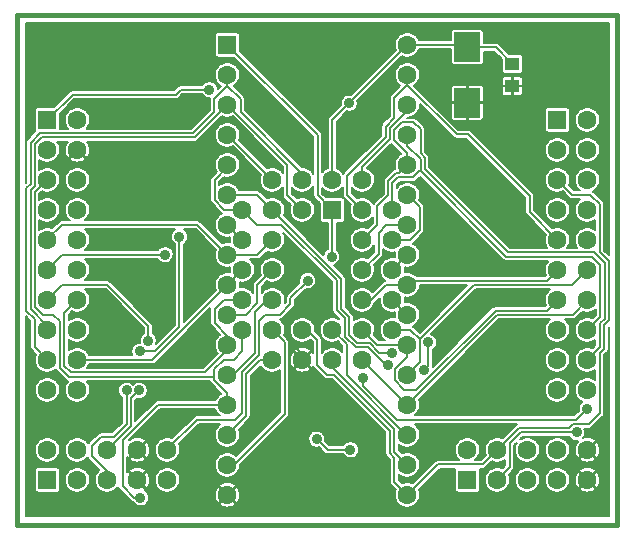
<source format=gtl>
G04 (created by PCBNEW-RS274X (2012-01-19 BZR 3256)-stable) date Tue 02 Jul 2013 11:49:59 AM CDT*
G01*
G70*
G90*
%MOIN*%
G04 Gerber Fmt 3.4, Leading zero omitted, Abs format*
%FSLAX34Y34*%
G04 APERTURE LIST*
%ADD10C,0.006000*%
%ADD11C,0.015000*%
%ADD12R,0.086700X0.098500*%
%ADD13R,0.063000X0.063000*%
%ADD14C,0.063000*%
%ADD15R,0.050000X0.044900*%
%ADD16C,0.035000*%
%ADD17C,0.008000*%
G04 APERTURE END LIST*
G54D10*
G54D11*
X51000Y-53000D02*
X51000Y-49500D01*
X71000Y-53000D02*
X51000Y-53000D01*
X71000Y-49500D02*
X71000Y-53000D01*
X51000Y-49500D02*
X51000Y-36000D01*
X71000Y-36000D02*
X71000Y-49500D01*
X51000Y-36000D02*
X71000Y-36000D01*
G54D12*
X66000Y-38924D03*
X66000Y-37074D03*
G54D13*
X58000Y-37000D03*
G54D14*
X58000Y-38000D03*
X58000Y-39000D03*
X58000Y-40000D03*
X58000Y-41000D03*
X58000Y-42000D03*
X58000Y-43000D03*
X58000Y-44000D03*
X58000Y-45000D03*
X58000Y-46000D03*
X58000Y-47000D03*
X58000Y-48000D03*
X58000Y-49000D03*
X58000Y-50000D03*
X58000Y-51000D03*
X58000Y-52000D03*
X64000Y-52000D03*
X64000Y-51000D03*
X64000Y-50000D03*
X64000Y-49000D03*
X64000Y-48000D03*
X64000Y-47000D03*
X64000Y-46000D03*
X64000Y-45000D03*
X64000Y-44000D03*
X64000Y-43000D03*
X64000Y-42000D03*
X64000Y-41000D03*
X64000Y-40000D03*
X64000Y-39000D03*
X64000Y-38000D03*
X64000Y-37000D03*
G54D13*
X52000Y-51500D03*
G54D14*
X52000Y-50500D03*
X53000Y-51500D03*
X53000Y-50500D03*
X54000Y-51500D03*
X54000Y-50500D03*
X55000Y-51500D03*
X55000Y-50500D03*
X56000Y-51500D03*
X56000Y-50500D03*
G54D13*
X66000Y-51500D03*
G54D14*
X66000Y-50500D03*
X67000Y-51500D03*
X67000Y-50500D03*
X68000Y-51500D03*
X68000Y-50500D03*
X69000Y-51500D03*
X69000Y-50500D03*
X70000Y-51500D03*
X70000Y-50500D03*
G54D15*
X67500Y-37626D03*
X67500Y-38376D03*
G54D13*
X61499Y-42501D03*
G54D14*
X60500Y-41501D03*
X60500Y-42501D03*
X59500Y-41501D03*
X58500Y-42501D03*
X59500Y-42501D03*
X58500Y-43501D03*
X59500Y-43501D03*
X58500Y-44500D03*
X59500Y-44500D03*
X58500Y-45500D03*
X59500Y-45500D03*
X58500Y-46500D03*
X59500Y-47500D03*
X59500Y-46500D03*
X60500Y-47500D03*
X60500Y-46500D03*
X61499Y-47500D03*
X61499Y-46500D03*
X62499Y-47500D03*
X63499Y-46500D03*
X62499Y-46500D03*
X63499Y-45500D03*
X62499Y-45500D03*
X63499Y-44500D03*
X62499Y-44500D03*
X63499Y-43501D03*
X62499Y-43501D03*
X63499Y-42501D03*
X62499Y-41501D03*
X62499Y-42501D03*
X61499Y-41501D03*
G54D13*
X52000Y-39500D03*
G54D14*
X53000Y-39500D03*
X52000Y-40500D03*
X53000Y-40500D03*
X52000Y-41500D03*
X53000Y-41500D03*
X52000Y-42500D03*
X53000Y-42500D03*
X52000Y-43500D03*
X53000Y-43500D03*
X52000Y-44500D03*
X53000Y-44500D03*
X52000Y-45500D03*
X53000Y-45500D03*
X52000Y-46500D03*
X53000Y-46500D03*
X52000Y-47500D03*
X53000Y-47500D03*
X52000Y-48500D03*
X53000Y-48500D03*
G54D13*
X69000Y-39500D03*
G54D14*
X70000Y-39500D03*
X69000Y-40500D03*
X70000Y-40500D03*
X69000Y-41500D03*
X70000Y-41500D03*
X69000Y-42500D03*
X70000Y-42500D03*
X69000Y-43500D03*
X70000Y-43500D03*
X69000Y-44500D03*
X70000Y-44500D03*
X69000Y-45500D03*
X70000Y-45500D03*
X69000Y-46500D03*
X70000Y-46500D03*
X69000Y-47500D03*
X70000Y-47500D03*
X69000Y-48500D03*
X70000Y-48500D03*
G54D16*
X55100Y-52100D03*
X60980Y-50140D03*
X62100Y-50500D03*
X69640Y-49920D03*
X55360Y-46860D03*
X55060Y-48520D03*
X56400Y-43400D03*
X55080Y-47220D03*
X54640Y-48520D03*
X61480Y-44060D03*
X60680Y-44860D03*
X64540Y-47850D03*
X64700Y-46920D03*
X63480Y-47280D03*
X63340Y-47680D03*
X62520Y-48120D03*
X70000Y-49125D03*
X55920Y-44000D03*
X62060Y-38940D03*
X57400Y-38500D03*
X70500Y-52500D03*
X53500Y-52500D03*
X67540Y-38380D03*
X54000Y-40750D03*
X51500Y-38500D03*
X57500Y-36500D03*
X62500Y-52500D03*
X54000Y-41750D03*
X51500Y-51000D03*
X68000Y-40000D03*
X53500Y-36500D03*
X57000Y-43500D03*
X61500Y-36500D03*
X65000Y-36500D03*
X56800Y-48600D03*
X56750Y-45750D03*
X57000Y-47000D03*
X54000Y-48500D03*
X67000Y-36500D03*
X65200Y-40940D03*
X54000Y-42600D03*
X54000Y-43500D03*
X51500Y-36500D03*
X54000Y-46000D03*
X68500Y-36500D03*
X60250Y-48750D03*
X65890Y-40300D03*
X54000Y-44500D03*
X55500Y-36500D03*
X70500Y-36500D03*
X59500Y-36500D03*
X56750Y-40750D03*
X56750Y-41750D03*
X70500Y-38500D03*
X65970Y-38910D03*
X70500Y-40000D03*
X57250Y-42500D03*
X54000Y-47000D03*
X61850Y-43300D03*
X66000Y-48000D03*
X59200Y-39000D03*
X59900Y-39900D03*
X61500Y-50000D03*
X61300Y-45400D03*
X66500Y-47000D03*
X65500Y-43000D03*
X63000Y-39000D03*
X68000Y-45500D03*
X60700Y-40900D03*
X68000Y-43500D03*
X62250Y-40000D03*
X60400Y-44300D03*
X67700Y-42100D03*
X61850Y-44350D03*
X65250Y-45250D03*
X66500Y-52500D03*
X63300Y-40800D03*
X64500Y-52500D03*
X68500Y-52500D03*
X64600Y-50800D03*
X60400Y-45800D03*
X65500Y-46500D03*
X54000Y-39250D03*
X57500Y-52500D03*
X53500Y-38250D03*
X68000Y-47000D03*
X68000Y-44500D03*
X68000Y-49000D03*
X51500Y-52500D03*
X55500Y-52500D03*
X51500Y-49500D03*
X63500Y-36500D03*
X57200Y-46200D03*
X60900Y-43400D03*
X65250Y-49000D03*
X63000Y-41900D03*
X56800Y-47600D03*
X59750Y-51000D03*
X59250Y-48750D03*
X65250Y-50000D03*
X68000Y-41500D03*
X62500Y-51000D03*
X61500Y-39000D03*
X61900Y-40900D03*
X62800Y-50000D03*
X58700Y-49900D03*
X59500Y-52500D03*
X55500Y-39250D03*
X55500Y-38250D03*
G54D17*
X59500Y-41501D02*
X59500Y-41500D01*
X59500Y-41500D02*
X58000Y-40000D01*
X63722Y-41278D02*
X64000Y-41000D01*
X63357Y-42020D02*
X63357Y-41543D01*
X70420Y-46280D02*
X70420Y-47080D01*
X64582Y-41142D02*
X64582Y-40762D01*
X63000Y-43000D02*
X63000Y-42377D01*
X63560Y-40180D02*
X64000Y-40620D01*
X63357Y-41543D02*
X63622Y-41278D01*
X63560Y-39840D02*
X63820Y-39580D01*
X70574Y-46126D02*
X70420Y-46280D01*
X64440Y-39820D02*
X64200Y-39580D01*
X70218Y-43918D02*
X70574Y-44274D01*
X70420Y-47080D02*
X70000Y-47500D01*
X70218Y-43918D02*
X67358Y-43918D01*
X62499Y-43501D02*
X63000Y-43000D01*
X63560Y-40180D02*
X63560Y-39840D01*
X64000Y-40620D02*
X64000Y-41000D01*
X64440Y-40620D02*
X64440Y-39820D01*
X63000Y-42377D02*
X63357Y-42020D01*
X67358Y-43918D02*
X64582Y-41142D01*
X64200Y-39580D02*
X63820Y-39580D01*
X64582Y-40762D02*
X64440Y-40620D01*
X70574Y-44274D02*
X70574Y-46126D01*
X63622Y-41278D02*
X63722Y-41278D01*
X67300Y-44060D02*
X64420Y-41180D01*
X70160Y-44060D02*
X70432Y-44332D01*
X64180Y-41420D02*
X63680Y-41420D01*
X70432Y-46068D02*
X70000Y-46500D01*
X64440Y-41160D02*
X64420Y-41180D01*
X64000Y-40380D02*
X64440Y-40820D01*
X64420Y-41180D02*
X64180Y-41420D01*
X64000Y-40000D02*
X64000Y-40380D01*
X64440Y-40820D02*
X64440Y-41160D01*
X70432Y-44332D02*
X70432Y-46068D01*
X63680Y-41420D02*
X63499Y-41601D01*
X70160Y-44060D02*
X67300Y-44060D01*
X63499Y-41601D02*
X63499Y-42501D01*
X51580Y-40320D02*
X51580Y-41704D01*
X60500Y-42501D02*
X60481Y-42501D01*
X51820Y-40080D02*
X56920Y-40080D01*
X60481Y-42501D02*
X60000Y-42020D01*
X51820Y-40080D02*
X51580Y-40320D01*
X52000Y-46360D02*
X52000Y-46500D01*
X51442Y-41842D02*
X51442Y-45802D01*
X60000Y-41000D02*
X58000Y-39000D01*
X51580Y-41704D02*
X51442Y-41842D01*
X60000Y-42020D02*
X60000Y-41000D01*
X51442Y-45802D02*
X52000Y-46360D01*
X56920Y-40080D02*
X58000Y-39000D01*
X57560Y-39240D02*
X57560Y-38820D01*
X51300Y-45860D02*
X51580Y-46140D01*
X51762Y-39938D02*
X56862Y-39938D01*
X56862Y-39938D02*
X57560Y-39240D01*
X58440Y-39240D02*
X58440Y-38820D01*
X51438Y-40262D02*
X51438Y-41646D01*
X51580Y-47080D02*
X52000Y-47500D01*
X60500Y-41501D02*
X60500Y-41300D01*
X60500Y-41300D02*
X58440Y-39240D01*
X51438Y-41646D02*
X51300Y-41784D01*
X51300Y-41784D02*
X51300Y-45860D01*
X51580Y-46140D02*
X51580Y-47080D01*
X58000Y-38380D02*
X58000Y-38000D01*
X58440Y-38820D02*
X58000Y-38380D01*
X51762Y-39938D02*
X51438Y-40262D01*
X57560Y-38820D02*
X58000Y-38380D01*
X63418Y-39782D02*
X64000Y-39200D01*
X63418Y-40142D02*
X62499Y-41061D01*
X63418Y-39782D02*
X63418Y-40142D01*
X62499Y-41061D02*
X62499Y-41501D01*
X64000Y-39200D02*
X64000Y-39000D01*
X57560Y-48060D02*
X57560Y-48180D01*
X52200Y-46000D02*
X52420Y-46220D01*
X58000Y-49000D02*
X55690Y-49000D01*
X54510Y-51710D02*
X54900Y-52100D01*
X58220Y-47500D02*
X57880Y-47500D01*
X52420Y-46220D02*
X52420Y-47760D01*
X51840Y-46000D02*
X52200Y-46000D01*
X51584Y-45744D02*
X51840Y-46000D01*
X58000Y-48620D02*
X58000Y-49000D01*
X54510Y-50180D02*
X54510Y-51710D01*
X57560Y-47820D02*
X57880Y-47500D01*
X57560Y-48180D02*
X58000Y-48620D01*
X57442Y-48062D02*
X57444Y-48060D01*
X58500Y-47220D02*
X58220Y-47500D01*
X57444Y-48060D02*
X57560Y-48060D01*
X51984Y-41500D02*
X51584Y-41900D01*
X57560Y-47820D02*
X57560Y-48060D01*
X58500Y-47220D02*
X58500Y-46500D01*
X52722Y-48062D02*
X52420Y-47760D01*
X54900Y-52100D02*
X55100Y-52100D01*
X55690Y-49000D02*
X54510Y-50180D01*
X51584Y-41900D02*
X51584Y-45744D01*
X52722Y-48062D02*
X57442Y-48062D01*
X52000Y-41500D02*
X51984Y-41500D01*
X61340Y-50500D02*
X62100Y-50500D01*
X59500Y-47500D02*
X59100Y-47500D01*
X60980Y-50140D02*
X61340Y-50500D01*
X59100Y-47500D02*
X58622Y-47978D01*
X58622Y-47978D02*
X58622Y-49378D01*
X58622Y-49378D02*
X58000Y-50000D01*
X58000Y-51000D02*
X58220Y-51000D01*
X69630Y-49910D02*
X67790Y-49910D01*
X69640Y-49920D02*
X69630Y-49910D01*
X59920Y-46920D02*
X59500Y-46500D01*
X58220Y-51000D02*
X59920Y-49300D01*
X67420Y-50280D02*
X67420Y-51080D01*
X59920Y-49300D02*
X59920Y-46920D01*
X67420Y-51080D02*
X67000Y-51500D01*
X67790Y-49910D02*
X67420Y-50280D01*
X63418Y-50618D02*
X63560Y-50760D01*
X60500Y-46500D02*
X60660Y-46500D01*
X61560Y-48000D02*
X61320Y-48000D01*
X70420Y-47280D02*
X70420Y-49280D01*
X69528Y-49640D02*
X69400Y-49768D01*
X63418Y-49858D02*
X61560Y-48000D01*
X69400Y-49768D02*
X67732Y-49768D01*
X70420Y-43920D02*
X70420Y-42320D01*
X61000Y-46840D02*
X61000Y-47680D01*
X70716Y-46184D02*
X70562Y-46338D01*
X70420Y-42320D02*
X70100Y-42000D01*
X70060Y-49640D02*
X69528Y-49640D01*
X70716Y-44216D02*
X70420Y-43920D01*
X69500Y-42000D02*
X69000Y-41500D01*
X63418Y-49858D02*
X63418Y-50618D01*
X64000Y-52000D02*
X65020Y-50980D01*
X70716Y-44216D02*
X70716Y-46184D01*
X60660Y-46500D02*
X61000Y-46840D01*
X63560Y-51560D02*
X64000Y-52000D01*
X66520Y-50980D02*
X67000Y-50500D01*
X70562Y-47138D02*
X70420Y-47280D01*
X61000Y-47680D02*
X61320Y-48000D01*
X63560Y-50760D02*
X63560Y-51560D01*
X70420Y-49280D02*
X70060Y-49640D01*
X70100Y-42000D02*
X69500Y-42000D01*
X65020Y-50980D02*
X66520Y-50980D01*
X67732Y-49768D02*
X67000Y-50500D01*
X70562Y-46338D02*
X70562Y-47138D01*
X52500Y-45000D02*
X54000Y-45000D01*
X55360Y-46360D02*
X55360Y-46860D01*
X52500Y-45000D02*
X52000Y-45500D01*
X54000Y-50490D02*
X54000Y-50500D01*
X61499Y-47739D02*
X61499Y-47500D01*
X54782Y-49708D02*
X54000Y-50490D01*
X54782Y-48780D02*
X54782Y-49708D01*
X54000Y-45000D02*
X55360Y-46360D01*
X55060Y-48520D02*
X55042Y-48520D01*
X63560Y-50560D02*
X64000Y-51000D01*
X63560Y-49800D02*
X63560Y-50560D01*
X63560Y-49800D02*
X61499Y-47739D01*
X55042Y-48520D02*
X54782Y-48780D01*
X64000Y-50000D02*
X63960Y-50000D01*
X61980Y-48020D02*
X61980Y-46981D01*
X53800Y-50060D02*
X53500Y-50360D01*
X54640Y-48520D02*
X54640Y-49650D01*
X54000Y-51220D02*
X53500Y-50720D01*
X56400Y-46400D02*
X56400Y-43400D01*
X54230Y-50060D02*
X53800Y-50060D01*
X54640Y-49650D02*
X54230Y-50060D01*
X55580Y-47220D02*
X56400Y-46400D01*
X53500Y-50360D02*
X53500Y-50720D01*
X61980Y-46981D02*
X61499Y-46500D01*
X63960Y-50000D02*
X61980Y-48020D01*
X55080Y-47220D02*
X55580Y-47220D01*
X54000Y-51220D02*
X54000Y-51500D01*
X69505Y-46000D02*
X67000Y-46000D01*
X70000Y-45505D02*
X69505Y-46000D01*
X62499Y-47500D02*
X62500Y-47500D01*
X70000Y-45500D02*
X70000Y-45505D01*
X67000Y-46000D02*
X64000Y-49000D01*
X62500Y-47500D02*
X64000Y-49000D01*
X70000Y-44500D02*
X69500Y-45000D01*
X66220Y-45000D02*
X64410Y-46810D01*
X64410Y-46810D02*
X64420Y-46820D01*
X64420Y-47580D02*
X64000Y-48000D01*
X64420Y-46820D02*
X64420Y-47580D01*
X69500Y-45000D02*
X66220Y-45000D01*
X64100Y-46500D02*
X64410Y-46810D01*
X63499Y-46500D02*
X64100Y-46500D01*
X61020Y-40020D02*
X58000Y-37000D01*
X59062Y-47322D02*
X59060Y-47320D01*
X60680Y-44860D02*
X60100Y-45440D01*
X58480Y-49260D02*
X58480Y-47920D01*
X61480Y-44060D02*
X61499Y-44041D01*
X61499Y-44041D02*
X61499Y-42501D01*
X60100Y-45640D02*
X59740Y-46000D01*
X58240Y-49500D02*
X58480Y-49260D01*
X59062Y-47320D02*
X59062Y-46198D01*
X59062Y-46198D02*
X59260Y-46000D01*
X56000Y-50480D02*
X56980Y-49500D01*
X59260Y-46000D02*
X59740Y-46000D01*
X59060Y-47320D02*
X59062Y-47320D01*
X61499Y-42499D02*
X61020Y-42020D01*
X61499Y-42501D02*
X61499Y-42499D01*
X56980Y-49500D02*
X58240Y-49500D01*
X59062Y-47338D02*
X59062Y-47322D01*
X56000Y-50500D02*
X56000Y-50480D01*
X60100Y-45440D02*
X60100Y-45640D01*
X58480Y-47920D02*
X59062Y-47338D01*
X61020Y-42020D02*
X61020Y-40020D01*
X64000Y-38340D02*
X65640Y-39980D01*
X68080Y-42040D02*
X68080Y-42580D01*
X62499Y-42501D02*
X62000Y-42002D01*
X63276Y-39724D02*
X63560Y-39440D01*
X63560Y-38780D02*
X63560Y-39440D01*
X64000Y-38340D02*
X63560Y-38780D01*
X64000Y-38000D02*
X64000Y-38340D01*
X66020Y-39980D02*
X68080Y-42040D01*
X65640Y-39980D02*
X66020Y-39980D01*
X68080Y-42580D02*
X69000Y-43500D01*
X63276Y-40084D02*
X63276Y-39724D01*
X62000Y-41360D02*
X63276Y-40084D01*
X62000Y-42002D02*
X62000Y-41360D01*
X63300Y-45000D02*
X62800Y-45500D01*
X62800Y-45500D02*
X62499Y-45500D01*
X69000Y-44500D02*
X68998Y-44500D01*
X64142Y-44858D02*
X64000Y-45000D01*
X68998Y-44500D02*
X68640Y-44858D01*
X64000Y-45000D02*
X63300Y-45000D01*
X68640Y-44858D02*
X64142Y-44858D01*
X69000Y-45500D02*
X68998Y-45500D01*
X63900Y-48500D02*
X64300Y-48500D01*
X64000Y-47400D02*
X64000Y-47000D01*
X66942Y-45858D02*
X64300Y-48500D01*
X68640Y-45858D02*
X66942Y-45858D01*
X64000Y-47000D02*
X62999Y-47000D01*
X63900Y-48500D02*
X63580Y-48180D01*
X63580Y-47820D02*
X64000Y-47400D01*
X68998Y-45500D02*
X68640Y-45858D01*
X62999Y-47000D02*
X62499Y-46500D01*
X63580Y-48180D02*
X63580Y-47820D01*
X64420Y-42420D02*
X64000Y-42000D01*
X64420Y-43180D02*
X64420Y-42420D01*
X64099Y-43501D02*
X64420Y-43180D01*
X63499Y-43501D02*
X64099Y-43501D01*
X64000Y-43000D02*
X63300Y-43000D01*
X63300Y-43000D02*
X63040Y-43260D01*
X63040Y-43959D02*
X62499Y-44500D01*
X63040Y-43260D02*
X63040Y-43959D01*
X64700Y-47690D02*
X64700Y-46920D01*
X63500Y-45500D02*
X64000Y-46000D01*
X63499Y-45500D02*
X63500Y-45500D01*
X64540Y-47850D02*
X64700Y-47690D01*
X64000Y-44000D02*
X63999Y-44000D01*
X63999Y-44000D02*
X63499Y-44500D01*
X61792Y-44793D02*
X61792Y-45792D01*
X63460Y-47260D02*
X63060Y-47260D01*
X58999Y-42000D02*
X59500Y-42501D01*
X61792Y-45792D02*
X62062Y-46062D01*
X62738Y-46938D02*
X62337Y-46938D01*
X63060Y-47260D02*
X62738Y-46938D01*
X62337Y-46938D02*
X62062Y-46663D01*
X63480Y-47280D02*
X63460Y-47260D01*
X62062Y-46663D02*
X62062Y-46062D01*
X59500Y-42501D02*
X61792Y-44793D01*
X58000Y-42000D02*
X58999Y-42000D01*
X57580Y-42180D02*
X57901Y-42501D01*
X58000Y-41000D02*
X58000Y-41080D01*
X58000Y-41080D02*
X57580Y-41500D01*
X63280Y-47680D02*
X63340Y-47680D01*
X62279Y-47080D02*
X61920Y-46721D01*
X59799Y-43000D02*
X61650Y-44851D01*
X61920Y-46721D02*
X61920Y-46120D01*
X57901Y-42501D02*
X58500Y-42501D01*
X61650Y-44851D02*
X61650Y-45850D01*
X57580Y-41500D02*
X57580Y-42180D01*
X59799Y-43000D02*
X58999Y-43000D01*
X61650Y-45850D02*
X61920Y-46120D01*
X62680Y-47080D02*
X63280Y-47680D01*
X58999Y-43000D02*
X58500Y-42501D01*
X62279Y-47080D02*
X62680Y-47080D01*
X69630Y-49495D02*
X67585Y-49495D01*
X58920Y-45900D02*
X59320Y-45500D01*
X67580Y-49500D02*
X63660Y-49500D01*
X67585Y-49495D02*
X67580Y-49500D01*
X62520Y-48360D02*
X62520Y-48120D01*
X63660Y-49500D02*
X62520Y-48360D01*
X70000Y-49125D02*
X69630Y-49495D01*
X59320Y-45500D02*
X59500Y-45500D01*
X58920Y-47280D02*
X58920Y-45900D01*
X58200Y-48000D02*
X58920Y-47280D01*
X58000Y-48000D02*
X58200Y-48000D01*
X57260Y-47920D02*
X52780Y-47920D01*
X58000Y-47180D02*
X58000Y-47000D01*
X57880Y-45500D02*
X58500Y-45500D01*
X52562Y-47702D02*
X52562Y-45938D01*
X52562Y-45938D02*
X53000Y-45500D01*
X58000Y-47000D02*
X58000Y-46700D01*
X57580Y-45800D02*
X57880Y-45500D01*
X58000Y-46700D02*
X57580Y-46280D01*
X57580Y-46280D02*
X57580Y-45800D01*
X57260Y-47920D02*
X58000Y-47180D01*
X52780Y-47920D02*
X52562Y-47702D01*
X58620Y-46000D02*
X59000Y-45620D01*
X59000Y-45000D02*
X59500Y-44500D01*
X59000Y-45620D02*
X59000Y-45000D01*
X58000Y-46000D02*
X58620Y-46000D01*
X58000Y-45000D02*
X58500Y-44500D01*
X53000Y-47500D02*
X55500Y-47500D01*
X55500Y-47500D02*
X58000Y-45000D01*
X52480Y-43000D02*
X57000Y-43000D01*
X59001Y-44000D02*
X59500Y-43501D01*
X58000Y-44000D02*
X59001Y-44000D01*
X52000Y-43480D02*
X52480Y-43000D01*
X52000Y-43500D02*
X52000Y-43480D01*
X57000Y-43000D02*
X58000Y-44000D01*
X55920Y-44000D02*
X52500Y-44000D01*
X52500Y-44000D02*
X52000Y-44500D01*
X58000Y-43001D02*
X58500Y-43501D01*
X58000Y-43000D02*
X58000Y-43001D01*
X61499Y-41501D02*
X61499Y-39501D01*
X52000Y-39500D02*
X52840Y-38660D01*
X52840Y-38660D02*
X56280Y-38660D01*
X66948Y-37074D02*
X67500Y-37626D01*
X66950Y-37076D02*
X67500Y-37626D01*
X64000Y-37000D02*
X65926Y-37000D01*
X64000Y-37000D02*
X65924Y-37000D01*
X56280Y-38660D02*
X56440Y-38500D01*
X66000Y-37076D02*
X66950Y-37076D01*
X56440Y-38500D02*
X57400Y-38500D01*
X65924Y-37000D02*
X66000Y-37076D01*
X65926Y-37000D02*
X66000Y-37074D01*
X66000Y-37074D02*
X66948Y-37074D01*
X61499Y-39501D02*
X62060Y-38940D01*
X62060Y-38940D02*
X64000Y-37000D01*
X60100Y-49900D02*
X58000Y-52000D01*
X64500Y-52500D02*
X64460Y-52540D01*
X70500Y-52000D02*
X70500Y-52500D01*
X64460Y-52540D02*
X62500Y-52540D01*
X53250Y-40750D02*
X54000Y-40750D01*
X70000Y-51500D02*
X70500Y-52000D01*
X62550Y-50250D02*
X62800Y-50000D01*
X57200Y-46800D02*
X57000Y-47000D01*
X62500Y-52540D02*
X62500Y-51000D01*
X57000Y-45500D02*
X56750Y-45750D01*
X55500Y-51760D02*
X55500Y-51000D01*
X56750Y-41750D02*
X56750Y-40750D01*
X65000Y-36500D02*
X63500Y-36500D01*
X53250Y-40750D02*
X53000Y-40500D01*
X60100Y-48750D02*
X60250Y-48750D01*
X53500Y-52500D02*
X51500Y-52500D01*
X62500Y-50250D02*
X62500Y-51000D01*
X65986Y-38926D02*
X67374Y-38926D01*
X62500Y-52500D02*
X62500Y-52540D01*
X67374Y-38926D02*
X67500Y-38800D01*
X55500Y-51000D02*
X55000Y-50500D01*
X67540Y-38380D02*
X67536Y-38376D01*
X58020Y-52000D02*
X58560Y-52540D01*
X67536Y-38376D02*
X67500Y-38376D01*
X65250Y-49000D02*
X68000Y-49000D01*
X67500Y-38800D02*
X67500Y-38376D01*
X57200Y-46200D02*
X57200Y-46800D01*
X51500Y-51000D02*
X51500Y-49500D01*
X55360Y-51920D02*
X55660Y-51920D01*
X54000Y-41750D02*
X54000Y-40750D01*
X65200Y-40940D02*
X65840Y-40300D01*
X56750Y-41750D02*
X57250Y-42250D01*
X57000Y-45500D02*
X57000Y-43500D01*
X55000Y-51500D02*
X55000Y-51560D01*
X68500Y-36500D02*
X67000Y-36500D01*
X58000Y-52000D02*
X58020Y-52000D01*
X57700Y-52300D02*
X56040Y-52300D01*
X56750Y-40750D02*
X54000Y-40750D01*
X63000Y-39000D02*
X63000Y-39250D01*
X60100Y-49900D02*
X60100Y-47900D01*
X58000Y-52000D02*
X57700Y-52300D01*
X61500Y-36500D02*
X59500Y-36500D01*
X61300Y-45000D02*
X60600Y-44300D01*
X62250Y-40550D02*
X61900Y-40900D01*
X53500Y-36500D02*
X51500Y-36500D01*
X55660Y-51920D02*
X55500Y-51760D01*
X70500Y-38500D02*
X70500Y-36500D01*
X68500Y-36500D02*
X70500Y-36500D01*
X55000Y-51560D02*
X55360Y-51920D01*
X54000Y-42600D02*
X54000Y-41750D01*
X54000Y-47000D02*
X54000Y-46000D01*
X57250Y-42250D02*
X57250Y-42500D01*
X65970Y-38910D02*
X65986Y-38926D01*
X56040Y-52300D02*
X55660Y-51920D01*
X65250Y-50150D02*
X64600Y-50800D01*
X60700Y-40700D02*
X59900Y-39900D01*
X65250Y-48750D02*
X65250Y-49000D01*
X60700Y-40900D02*
X60700Y-40700D01*
X60400Y-45800D02*
X60900Y-45800D01*
X61300Y-45400D02*
X61300Y-45000D01*
X59250Y-49350D02*
X58700Y-49900D01*
X60500Y-47300D02*
X60000Y-46800D01*
X63000Y-41100D02*
X63000Y-41900D01*
X66000Y-47500D02*
X66000Y-48000D01*
X57500Y-36500D02*
X55500Y-36500D01*
X68960Y-52540D02*
X70000Y-51500D01*
X59900Y-39900D02*
X59900Y-39700D01*
X68500Y-52500D02*
X68500Y-52540D01*
X60000Y-46800D02*
X60000Y-46200D01*
X62250Y-50000D02*
X61500Y-50000D01*
X61300Y-45400D02*
X60900Y-45800D01*
X59250Y-48750D02*
X59250Y-49350D01*
X68500Y-52540D02*
X68500Y-52500D01*
X64500Y-52500D02*
X66500Y-52500D01*
X68500Y-52500D02*
X68500Y-52540D01*
X60500Y-47500D02*
X60500Y-47300D01*
X63300Y-40800D02*
X63000Y-41100D01*
X61850Y-43300D02*
X61850Y-44350D01*
X60600Y-44300D02*
X60400Y-44300D01*
X60000Y-46200D02*
X60400Y-45800D01*
X62500Y-50250D02*
X62550Y-50250D01*
X59500Y-51250D02*
X59750Y-51000D01*
X68000Y-41500D02*
X68000Y-40000D01*
X68000Y-49000D02*
X68000Y-47000D01*
X59500Y-51250D02*
X59500Y-52500D01*
X57000Y-47400D02*
X56800Y-47600D01*
X53500Y-36500D02*
X53500Y-38250D01*
X59900Y-39700D02*
X59200Y-39000D01*
X66000Y-48000D02*
X65250Y-48750D01*
X67700Y-42100D02*
X67700Y-43200D01*
X60250Y-48750D02*
X61500Y-50000D01*
X65840Y-40300D02*
X65890Y-40300D01*
X67700Y-43200D02*
X68000Y-43500D01*
X61500Y-36500D02*
X61500Y-39000D01*
X62500Y-50250D02*
X62250Y-50000D01*
X62250Y-40000D02*
X62250Y-40550D01*
X63000Y-39250D02*
X62250Y-40000D01*
X60100Y-47900D02*
X60500Y-47500D01*
X68500Y-52540D02*
X68960Y-52540D01*
X58560Y-52540D02*
X68500Y-52540D01*
X66500Y-47000D02*
X66000Y-47500D01*
X57000Y-47000D02*
X57000Y-47400D01*
X57500Y-52500D02*
X55500Y-52500D01*
X65250Y-50000D02*
X65250Y-50150D01*
G54D10*
G36*
X55210Y-46617D02*
X55181Y-46637D01*
X55141Y-46676D01*
X55109Y-46722D01*
X55087Y-46773D01*
X55075Y-46828D01*
X55075Y-46884D01*
X55084Y-46935D01*
X55054Y-46935D01*
X54999Y-46945D01*
X54947Y-46966D01*
X54901Y-46997D01*
X54861Y-47036D01*
X54829Y-47082D01*
X54807Y-47133D01*
X54795Y-47188D01*
X54795Y-47244D01*
X54805Y-47299D01*
X54824Y-47350D01*
X53398Y-47350D01*
X53377Y-47299D01*
X53331Y-47230D01*
X53272Y-47171D01*
X53203Y-47124D01*
X53126Y-47092D01*
X53044Y-47075D01*
X52961Y-47075D01*
X52879Y-47090D01*
X52802Y-47122D01*
X52732Y-47167D01*
X52712Y-47187D01*
X52712Y-46813D01*
X52723Y-46825D01*
X52792Y-46873D01*
X52868Y-46906D01*
X52950Y-46924D01*
X53033Y-46926D01*
X53115Y-46911D01*
X53193Y-46881D01*
X53263Y-46836D01*
X53324Y-46779D01*
X53371Y-46711D01*
X53405Y-46634D01*
X53424Y-46553D01*
X53425Y-46458D01*
X53409Y-46376D01*
X53377Y-46299D01*
X53331Y-46230D01*
X53272Y-46171D01*
X53203Y-46124D01*
X53126Y-46092D01*
X53044Y-46075D01*
X52961Y-46075D01*
X52879Y-46090D01*
X52802Y-46122D01*
X52732Y-46167D01*
X52712Y-46187D01*
X52712Y-46000D01*
X52824Y-45887D01*
X52868Y-45906D01*
X52950Y-45924D01*
X53033Y-45926D01*
X53115Y-45911D01*
X53193Y-45881D01*
X53263Y-45836D01*
X53324Y-45779D01*
X53371Y-45711D01*
X53405Y-45634D01*
X53424Y-45553D01*
X53425Y-45458D01*
X53409Y-45376D01*
X53377Y-45299D01*
X53331Y-45230D01*
X53272Y-45171D01*
X53241Y-45150D01*
X53938Y-45150D01*
X55210Y-46422D01*
X55210Y-46617D01*
X55210Y-46617D01*
G37*
X55210Y-46617D02*
X55181Y-46637D01*
X55141Y-46676D01*
X55109Y-46722D01*
X55087Y-46773D01*
X55075Y-46828D01*
X55075Y-46884D01*
X55084Y-46935D01*
X55054Y-46935D01*
X54999Y-46945D01*
X54947Y-46966D01*
X54901Y-46997D01*
X54861Y-47036D01*
X54829Y-47082D01*
X54807Y-47133D01*
X54795Y-47188D01*
X54795Y-47244D01*
X54805Y-47299D01*
X54824Y-47350D01*
X53398Y-47350D01*
X53377Y-47299D01*
X53331Y-47230D01*
X53272Y-47171D01*
X53203Y-47124D01*
X53126Y-47092D01*
X53044Y-47075D01*
X52961Y-47075D01*
X52879Y-47090D01*
X52802Y-47122D01*
X52732Y-47167D01*
X52712Y-47187D01*
X52712Y-46813D01*
X52723Y-46825D01*
X52792Y-46873D01*
X52868Y-46906D01*
X52950Y-46924D01*
X53033Y-46926D01*
X53115Y-46911D01*
X53193Y-46881D01*
X53263Y-46836D01*
X53324Y-46779D01*
X53371Y-46711D01*
X53405Y-46634D01*
X53424Y-46553D01*
X53425Y-46458D01*
X53409Y-46376D01*
X53377Y-46299D01*
X53331Y-46230D01*
X53272Y-46171D01*
X53203Y-46124D01*
X53126Y-46092D01*
X53044Y-46075D01*
X52961Y-46075D01*
X52879Y-46090D01*
X52802Y-46122D01*
X52732Y-46167D01*
X52712Y-46187D01*
X52712Y-46000D01*
X52824Y-45887D01*
X52868Y-45906D01*
X52950Y-45924D01*
X53033Y-45926D01*
X53115Y-45911D01*
X53193Y-45881D01*
X53263Y-45836D01*
X53324Y-45779D01*
X53371Y-45711D01*
X53405Y-45634D01*
X53424Y-45553D01*
X53425Y-45458D01*
X53409Y-45376D01*
X53377Y-45299D01*
X53331Y-45230D01*
X53272Y-45171D01*
X53241Y-45150D01*
X53938Y-45150D01*
X55210Y-46422D01*
X55210Y-46617D01*
G36*
X56261Y-43150D02*
X56221Y-43177D01*
X56181Y-43216D01*
X56149Y-43262D01*
X56127Y-43313D01*
X56115Y-43368D01*
X56115Y-43424D01*
X56125Y-43479D01*
X56145Y-43531D01*
X56176Y-43578D01*
X56214Y-43618D01*
X56250Y-43643D01*
X56250Y-46337D01*
X55627Y-46960D01*
X55632Y-46950D01*
X55644Y-46896D01*
X55645Y-46832D01*
X55634Y-46777D01*
X55613Y-46726D01*
X55582Y-46679D01*
X55542Y-46639D01*
X55510Y-46617D01*
X55510Y-46361D01*
X55510Y-46360D01*
X55509Y-46358D01*
X55508Y-46332D01*
X55507Y-46331D01*
X55501Y-46312D01*
X55499Y-46304D01*
X55499Y-46303D01*
X55492Y-46290D01*
X55486Y-46278D01*
X55485Y-46277D01*
X55467Y-46255D01*
X55466Y-46254D01*
X54107Y-44895D01*
X54106Y-44894D01*
X54104Y-44892D01*
X54085Y-44876D01*
X54065Y-44865D01*
X54059Y-44862D01*
X54058Y-44861D01*
X54039Y-44855D01*
X54031Y-44853D01*
X54002Y-44850D01*
X54000Y-44850D01*
X53241Y-44850D01*
X53263Y-44836D01*
X53324Y-44779D01*
X53371Y-44711D01*
X53405Y-44634D01*
X53424Y-44553D01*
X53425Y-44458D01*
X53409Y-44376D01*
X53377Y-44299D01*
X53331Y-44230D01*
X53272Y-44171D01*
X53241Y-44150D01*
X55677Y-44150D01*
X55696Y-44178D01*
X55734Y-44218D01*
X55780Y-44250D01*
X55832Y-44272D01*
X55886Y-44284D01*
X55942Y-44286D01*
X55997Y-44276D01*
X56049Y-44256D01*
X56096Y-44226D01*
X56137Y-44187D01*
X56169Y-44141D01*
X56192Y-44090D01*
X56204Y-44036D01*
X56205Y-43972D01*
X56194Y-43917D01*
X56173Y-43866D01*
X56142Y-43819D01*
X56102Y-43779D01*
X56056Y-43748D01*
X56005Y-43726D01*
X55950Y-43715D01*
X55894Y-43715D01*
X55839Y-43725D01*
X55787Y-43746D01*
X55741Y-43777D01*
X55701Y-43816D01*
X55677Y-43850D01*
X53241Y-43850D01*
X53263Y-43836D01*
X53324Y-43779D01*
X53371Y-43711D01*
X53405Y-43634D01*
X53424Y-43553D01*
X53425Y-43458D01*
X53409Y-43376D01*
X53377Y-43299D01*
X53331Y-43230D01*
X53272Y-43171D01*
X53241Y-43150D01*
X56261Y-43150D01*
X56261Y-43150D01*
G37*
X56261Y-43150D02*
X56221Y-43177D01*
X56181Y-43216D01*
X56149Y-43262D01*
X56127Y-43313D01*
X56115Y-43368D01*
X56115Y-43424D01*
X56125Y-43479D01*
X56145Y-43531D01*
X56176Y-43578D01*
X56214Y-43618D01*
X56250Y-43643D01*
X56250Y-46337D01*
X55627Y-46960D01*
X55632Y-46950D01*
X55644Y-46896D01*
X55645Y-46832D01*
X55634Y-46777D01*
X55613Y-46726D01*
X55582Y-46679D01*
X55542Y-46639D01*
X55510Y-46617D01*
X55510Y-46361D01*
X55510Y-46360D01*
X55509Y-46358D01*
X55508Y-46332D01*
X55507Y-46331D01*
X55501Y-46312D01*
X55499Y-46304D01*
X55499Y-46303D01*
X55492Y-46290D01*
X55486Y-46278D01*
X55485Y-46277D01*
X55467Y-46255D01*
X55466Y-46254D01*
X54107Y-44895D01*
X54106Y-44894D01*
X54104Y-44892D01*
X54085Y-44876D01*
X54065Y-44865D01*
X54059Y-44862D01*
X54058Y-44861D01*
X54039Y-44855D01*
X54031Y-44853D01*
X54002Y-44850D01*
X54000Y-44850D01*
X53241Y-44850D01*
X53263Y-44836D01*
X53324Y-44779D01*
X53371Y-44711D01*
X53405Y-44634D01*
X53424Y-44553D01*
X53425Y-44458D01*
X53409Y-44376D01*
X53377Y-44299D01*
X53331Y-44230D01*
X53272Y-44171D01*
X53241Y-44150D01*
X55677Y-44150D01*
X55696Y-44178D01*
X55734Y-44218D01*
X55780Y-44250D01*
X55832Y-44272D01*
X55886Y-44284D01*
X55942Y-44286D01*
X55997Y-44276D01*
X56049Y-44256D01*
X56096Y-44226D01*
X56137Y-44187D01*
X56169Y-44141D01*
X56192Y-44090D01*
X56204Y-44036D01*
X56205Y-43972D01*
X56194Y-43917D01*
X56173Y-43866D01*
X56142Y-43819D01*
X56102Y-43779D01*
X56056Y-43748D01*
X56005Y-43726D01*
X55950Y-43715D01*
X55894Y-43715D01*
X55839Y-43725D01*
X55787Y-43746D01*
X55741Y-43777D01*
X55701Y-43816D01*
X55677Y-43850D01*
X53241Y-43850D01*
X53263Y-43836D01*
X53324Y-43779D01*
X53371Y-43711D01*
X53405Y-43634D01*
X53424Y-43553D01*
X53425Y-43458D01*
X53409Y-43376D01*
X53377Y-43299D01*
X53331Y-43230D01*
X53272Y-43171D01*
X53241Y-43150D01*
X56261Y-43150D01*
G36*
X57414Y-38785D02*
X57413Y-38789D01*
X57410Y-38818D01*
X57410Y-38820D01*
X57410Y-39178D01*
X56800Y-39788D01*
X53314Y-39788D01*
X53324Y-39779D01*
X53371Y-39711D01*
X53405Y-39634D01*
X53424Y-39553D01*
X53425Y-39458D01*
X53409Y-39376D01*
X53377Y-39299D01*
X53331Y-39230D01*
X53272Y-39171D01*
X53203Y-39124D01*
X53126Y-39092D01*
X53044Y-39075D01*
X52961Y-39075D01*
X52879Y-39090D01*
X52802Y-39122D01*
X52732Y-39167D01*
X52673Y-39226D01*
X52626Y-39295D01*
X52593Y-39371D01*
X52576Y-39453D01*
X52574Y-39536D01*
X52590Y-39618D01*
X52620Y-39696D01*
X52666Y-39766D01*
X52687Y-39788D01*
X52424Y-39788D01*
X52424Y-39288D01*
X52902Y-38810D01*
X56279Y-38810D01*
X56280Y-38810D01*
X56282Y-38809D01*
X56308Y-38808D01*
X56309Y-38807D01*
X56328Y-38801D01*
X56336Y-38799D01*
X56337Y-38799D01*
X56350Y-38792D01*
X56362Y-38786D01*
X56363Y-38785D01*
X56385Y-38767D01*
X56386Y-38766D01*
X56502Y-38650D01*
X57157Y-38650D01*
X57176Y-38678D01*
X57214Y-38718D01*
X57260Y-38750D01*
X57312Y-38772D01*
X57366Y-38784D01*
X57414Y-38785D01*
X57414Y-38785D01*
G37*
X57414Y-38785D02*
X57413Y-38789D01*
X57410Y-38818D01*
X57410Y-38820D01*
X57410Y-39178D01*
X56800Y-39788D01*
X53314Y-39788D01*
X53324Y-39779D01*
X53371Y-39711D01*
X53405Y-39634D01*
X53424Y-39553D01*
X53425Y-39458D01*
X53409Y-39376D01*
X53377Y-39299D01*
X53331Y-39230D01*
X53272Y-39171D01*
X53203Y-39124D01*
X53126Y-39092D01*
X53044Y-39075D01*
X52961Y-39075D01*
X52879Y-39090D01*
X52802Y-39122D01*
X52732Y-39167D01*
X52673Y-39226D01*
X52626Y-39295D01*
X52593Y-39371D01*
X52576Y-39453D01*
X52574Y-39536D01*
X52590Y-39618D01*
X52620Y-39696D01*
X52666Y-39766D01*
X52687Y-39788D01*
X52424Y-39788D01*
X52424Y-39288D01*
X52902Y-38810D01*
X56279Y-38810D01*
X56280Y-38810D01*
X56282Y-38809D01*
X56308Y-38808D01*
X56309Y-38807D01*
X56328Y-38801D01*
X56336Y-38799D01*
X56337Y-38799D01*
X56350Y-38792D01*
X56362Y-38786D01*
X56363Y-38785D01*
X56385Y-38767D01*
X56386Y-38766D01*
X56502Y-38650D01*
X57157Y-38650D01*
X57176Y-38678D01*
X57214Y-38718D01*
X57260Y-38750D01*
X57312Y-38772D01*
X57366Y-38784D01*
X57414Y-38785D01*
G36*
X57746Y-46658D02*
X57732Y-46667D01*
X57673Y-46726D01*
X57626Y-46795D01*
X57593Y-46871D01*
X57576Y-46953D01*
X57574Y-47036D01*
X57590Y-47118D01*
X57620Y-47196D01*
X57666Y-47266D01*
X57683Y-47284D01*
X57198Y-47770D01*
X53330Y-47770D01*
X53371Y-47711D01*
X53397Y-47650D01*
X55499Y-47650D01*
X55500Y-47650D01*
X55502Y-47649D01*
X55528Y-47648D01*
X55529Y-47647D01*
X55548Y-47641D01*
X55556Y-47639D01*
X55557Y-47639D01*
X55570Y-47632D01*
X55582Y-47626D01*
X55583Y-47625D01*
X55605Y-47607D01*
X55606Y-47606D01*
X57431Y-45780D01*
X57430Y-45798D01*
X57430Y-45800D01*
X57430Y-46279D01*
X57430Y-46280D01*
X57430Y-46282D01*
X57432Y-46308D01*
X57438Y-46328D01*
X57441Y-46337D01*
X57448Y-46350D01*
X57454Y-46362D01*
X57455Y-46363D01*
X57473Y-46385D01*
X57474Y-46386D01*
X57746Y-46658D01*
X57746Y-46658D01*
G37*
X57746Y-46658D02*
X57732Y-46667D01*
X57673Y-46726D01*
X57626Y-46795D01*
X57593Y-46871D01*
X57576Y-46953D01*
X57574Y-47036D01*
X57590Y-47118D01*
X57620Y-47196D01*
X57666Y-47266D01*
X57683Y-47284D01*
X57198Y-47770D01*
X53330Y-47770D01*
X53371Y-47711D01*
X53397Y-47650D01*
X55499Y-47650D01*
X55500Y-47650D01*
X55502Y-47649D01*
X55528Y-47648D01*
X55529Y-47647D01*
X55548Y-47641D01*
X55556Y-47639D01*
X55557Y-47639D01*
X55570Y-47632D01*
X55582Y-47626D01*
X55583Y-47625D01*
X55605Y-47607D01*
X55606Y-47606D01*
X57431Y-45780D01*
X57430Y-45798D01*
X57430Y-45800D01*
X57430Y-46279D01*
X57430Y-46280D01*
X57430Y-46282D01*
X57432Y-46308D01*
X57438Y-46328D01*
X57441Y-46337D01*
X57448Y-46350D01*
X57454Y-46362D01*
X57455Y-46363D01*
X57473Y-46385D01*
X57474Y-46386D01*
X57746Y-46658D01*
G36*
X58083Y-44583D02*
X58044Y-44575D01*
X57961Y-44575D01*
X57879Y-44590D01*
X57802Y-44622D01*
X57732Y-44667D01*
X57673Y-44726D01*
X57626Y-44795D01*
X57593Y-44871D01*
X57576Y-44953D01*
X57574Y-45036D01*
X57590Y-45118D01*
X57612Y-45175D01*
X56550Y-46238D01*
X56550Y-43642D01*
X56576Y-43626D01*
X56617Y-43587D01*
X56649Y-43541D01*
X56672Y-43490D01*
X56684Y-43436D01*
X56685Y-43372D01*
X56674Y-43317D01*
X56653Y-43266D01*
X56622Y-43219D01*
X56582Y-43179D01*
X56538Y-43150D01*
X56938Y-43150D01*
X57612Y-43824D01*
X57593Y-43871D01*
X57576Y-43953D01*
X57574Y-44036D01*
X57590Y-44118D01*
X57620Y-44196D01*
X57666Y-44266D01*
X57723Y-44325D01*
X57792Y-44373D01*
X57868Y-44406D01*
X57950Y-44424D01*
X58033Y-44426D01*
X58083Y-44416D01*
X58076Y-44453D01*
X58074Y-44536D01*
X58083Y-44583D01*
X58083Y-44583D01*
G37*
X58083Y-44583D02*
X58044Y-44575D01*
X57961Y-44575D01*
X57879Y-44590D01*
X57802Y-44622D01*
X57732Y-44667D01*
X57673Y-44726D01*
X57626Y-44795D01*
X57593Y-44871D01*
X57576Y-44953D01*
X57574Y-45036D01*
X57590Y-45118D01*
X57612Y-45175D01*
X56550Y-46238D01*
X56550Y-43642D01*
X56576Y-43626D01*
X56617Y-43587D01*
X56649Y-43541D01*
X56672Y-43490D01*
X56684Y-43436D01*
X56685Y-43372D01*
X56674Y-43317D01*
X56653Y-43266D01*
X56622Y-43219D01*
X56582Y-43179D01*
X56538Y-43150D01*
X56938Y-43150D01*
X57612Y-43824D01*
X57593Y-43871D01*
X57576Y-43953D01*
X57574Y-44036D01*
X57590Y-44118D01*
X57620Y-44196D01*
X57666Y-44266D01*
X57723Y-44325D01*
X57792Y-44373D01*
X57868Y-44406D01*
X57950Y-44424D01*
X58033Y-44426D01*
X58083Y-44416D01*
X58076Y-44453D01*
X58074Y-44536D01*
X58083Y-44583D01*
G36*
X61349Y-43805D02*
X61347Y-43806D01*
X61301Y-43837D01*
X61261Y-43876D01*
X61229Y-43922D01*
X61207Y-43973D01*
X61202Y-43991D01*
X59886Y-42675D01*
X59905Y-42635D01*
X59924Y-42554D01*
X59925Y-42459D01*
X59909Y-42377D01*
X59877Y-42300D01*
X59831Y-42231D01*
X59772Y-42172D01*
X59703Y-42125D01*
X59626Y-42093D01*
X59544Y-42076D01*
X59461Y-42076D01*
X59379Y-42091D01*
X59324Y-42113D01*
X59106Y-41895D01*
X59105Y-41894D01*
X59103Y-41892D01*
X59084Y-41876D01*
X59064Y-41865D01*
X59058Y-41862D01*
X59057Y-41861D01*
X59038Y-41855D01*
X59030Y-41853D01*
X59001Y-41850D01*
X58999Y-41850D01*
X58398Y-41850D01*
X58377Y-41799D01*
X58331Y-41730D01*
X58272Y-41671D01*
X58203Y-41624D01*
X58126Y-41592D01*
X58044Y-41575D01*
X57961Y-41575D01*
X57879Y-41590D01*
X57802Y-41622D01*
X57732Y-41667D01*
X57730Y-41669D01*
X57730Y-41562D01*
X57882Y-41409D01*
X57950Y-41424D01*
X58033Y-41426D01*
X58115Y-41411D01*
X58193Y-41381D01*
X58263Y-41336D01*
X58324Y-41279D01*
X58371Y-41211D01*
X58405Y-41134D01*
X58424Y-41053D01*
X58425Y-40958D01*
X58409Y-40876D01*
X58377Y-40799D01*
X58331Y-40730D01*
X58272Y-40671D01*
X58203Y-40624D01*
X58126Y-40592D01*
X58044Y-40575D01*
X57961Y-40575D01*
X57879Y-40590D01*
X57802Y-40622D01*
X57732Y-40667D01*
X57673Y-40726D01*
X57626Y-40795D01*
X57593Y-40871D01*
X57576Y-40953D01*
X57574Y-41036D01*
X57590Y-41118D01*
X57620Y-41196D01*
X57640Y-41227D01*
X57475Y-41393D01*
X57474Y-41394D01*
X57472Y-41395D01*
X57456Y-41415D01*
X57445Y-41434D01*
X57441Y-41442D01*
X57435Y-41461D01*
X57433Y-41469D01*
X57430Y-41498D01*
X57430Y-41500D01*
X57430Y-42179D01*
X57430Y-42180D01*
X57430Y-42182D01*
X57432Y-42208D01*
X57438Y-42228D01*
X57441Y-42237D01*
X57448Y-42250D01*
X57454Y-42262D01*
X57455Y-42263D01*
X57473Y-42285D01*
X57474Y-42286D01*
X57794Y-42606D01*
X57809Y-42618D01*
X57809Y-42619D01*
X57802Y-42622D01*
X57732Y-42667D01*
X57673Y-42726D01*
X57626Y-42795D01*
X57593Y-42871D01*
X57576Y-42953D01*
X57574Y-43036D01*
X57590Y-43118D01*
X57620Y-43196D01*
X57666Y-43266D01*
X57723Y-43325D01*
X57792Y-43373D01*
X57868Y-43406D01*
X57950Y-43424D01*
X58033Y-43426D01*
X58083Y-43416D01*
X58076Y-43454D01*
X58074Y-43537D01*
X58082Y-43583D01*
X58044Y-43575D01*
X57961Y-43575D01*
X57879Y-43590D01*
X57824Y-43612D01*
X57107Y-42895D01*
X57106Y-42894D01*
X57104Y-42892D01*
X57085Y-42876D01*
X57065Y-42865D01*
X57059Y-42862D01*
X57058Y-42861D01*
X57039Y-42855D01*
X57031Y-42853D01*
X57002Y-42850D01*
X57000Y-42850D01*
X53241Y-42850D01*
X53263Y-42836D01*
X53324Y-42779D01*
X53371Y-42711D01*
X53405Y-42634D01*
X53424Y-42553D01*
X53425Y-42458D01*
X53425Y-41458D01*
X53409Y-41376D01*
X53377Y-41299D01*
X53331Y-41230D01*
X53275Y-41174D01*
X53275Y-40789D01*
X53000Y-40514D01*
X52725Y-40789D01*
X52758Y-40851D01*
X52831Y-40891D01*
X52910Y-40916D01*
X52993Y-40926D01*
X53076Y-40919D01*
X53156Y-40897D01*
X53231Y-40859D01*
X53242Y-40851D01*
X53275Y-40789D01*
X53275Y-41174D01*
X53272Y-41171D01*
X53203Y-41124D01*
X53126Y-41092D01*
X53044Y-41075D01*
X52961Y-41075D01*
X52879Y-41090D01*
X52802Y-41122D01*
X52732Y-41167D01*
X52673Y-41226D01*
X52626Y-41295D01*
X52593Y-41371D01*
X52576Y-41453D01*
X52574Y-41536D01*
X52590Y-41618D01*
X52620Y-41696D01*
X52666Y-41766D01*
X52723Y-41825D01*
X52792Y-41873D01*
X52868Y-41906D01*
X52950Y-41924D01*
X53033Y-41926D01*
X53115Y-41911D01*
X53193Y-41881D01*
X53263Y-41836D01*
X53324Y-41779D01*
X53371Y-41711D01*
X53405Y-41634D01*
X53424Y-41553D01*
X53425Y-41458D01*
X53425Y-42458D01*
X53409Y-42376D01*
X53377Y-42299D01*
X53331Y-42230D01*
X53272Y-42171D01*
X53203Y-42124D01*
X53126Y-42092D01*
X53044Y-42075D01*
X52961Y-42075D01*
X52879Y-42090D01*
X52802Y-42122D01*
X52732Y-42167D01*
X52673Y-42226D01*
X52626Y-42295D01*
X52593Y-42371D01*
X52576Y-42453D01*
X52574Y-42536D01*
X52590Y-42618D01*
X52620Y-42696D01*
X52666Y-42766D01*
X52723Y-42825D01*
X52758Y-42850D01*
X52480Y-42850D01*
X52451Y-42853D01*
X52423Y-42861D01*
X52397Y-42875D01*
X52375Y-42893D01*
X52374Y-42894D01*
X52373Y-42895D01*
X52161Y-43106D01*
X52126Y-43092D01*
X52044Y-43075D01*
X51961Y-43075D01*
X51879Y-43090D01*
X51802Y-43122D01*
X51734Y-43165D01*
X51734Y-42832D01*
X51792Y-42873D01*
X51868Y-42906D01*
X51950Y-42924D01*
X52033Y-42926D01*
X52115Y-42911D01*
X52193Y-42881D01*
X52263Y-42836D01*
X52324Y-42779D01*
X52371Y-42711D01*
X52405Y-42634D01*
X52424Y-42553D01*
X52425Y-42458D01*
X52409Y-42376D01*
X52377Y-42299D01*
X52331Y-42230D01*
X52272Y-42171D01*
X52203Y-42124D01*
X52126Y-42092D01*
X52044Y-42075D01*
X51961Y-42075D01*
X51879Y-42090D01*
X51802Y-42122D01*
X51734Y-42165D01*
X51734Y-41962D01*
X51813Y-41882D01*
X51868Y-41906D01*
X51950Y-41924D01*
X52033Y-41926D01*
X52115Y-41911D01*
X52193Y-41881D01*
X52263Y-41836D01*
X52324Y-41779D01*
X52371Y-41711D01*
X52405Y-41634D01*
X52424Y-41553D01*
X52425Y-41458D01*
X52409Y-41376D01*
X52377Y-41299D01*
X52331Y-41230D01*
X52272Y-41171D01*
X52203Y-41124D01*
X52126Y-41092D01*
X52044Y-41075D01*
X51961Y-41075D01*
X51879Y-41090D01*
X51802Y-41122D01*
X51732Y-41167D01*
X51730Y-41169D01*
X51730Y-40829D01*
X51792Y-40873D01*
X51868Y-40906D01*
X51950Y-40924D01*
X52033Y-40926D01*
X52115Y-40911D01*
X52193Y-40881D01*
X52263Y-40836D01*
X52324Y-40779D01*
X52371Y-40711D01*
X52405Y-40634D01*
X52424Y-40553D01*
X52425Y-40458D01*
X52409Y-40376D01*
X52377Y-40299D01*
X52331Y-40230D01*
X52673Y-40230D01*
X52682Y-40239D01*
X52649Y-40258D01*
X52609Y-40331D01*
X52584Y-40410D01*
X52574Y-40493D01*
X52581Y-40576D01*
X52603Y-40656D01*
X52641Y-40731D01*
X52649Y-40742D01*
X52711Y-40775D01*
X52965Y-40521D01*
X52986Y-40500D01*
X53000Y-40486D01*
X53014Y-40500D01*
X53035Y-40521D01*
X53289Y-40775D01*
X53351Y-40742D01*
X53391Y-40669D01*
X53416Y-40590D01*
X53426Y-40507D01*
X53419Y-40424D01*
X53397Y-40344D01*
X53359Y-40269D01*
X53351Y-40258D01*
X53316Y-40240D01*
X53326Y-40230D01*
X56919Y-40230D01*
X56920Y-40230D01*
X56922Y-40229D01*
X56948Y-40228D01*
X56949Y-40227D01*
X56968Y-40221D01*
X56976Y-40219D01*
X56977Y-40219D01*
X56990Y-40212D01*
X57002Y-40206D01*
X57003Y-40205D01*
X57025Y-40187D01*
X57026Y-40186D01*
X57824Y-39387D01*
X57868Y-39406D01*
X57950Y-39424D01*
X58033Y-39426D01*
X58115Y-39411D01*
X58175Y-39387D01*
X59850Y-41062D01*
X59850Y-41259D01*
X59831Y-41231D01*
X59772Y-41172D01*
X59703Y-41125D01*
X59626Y-41093D01*
X59544Y-41076D01*
X59461Y-41076D01*
X59379Y-41091D01*
X59325Y-41113D01*
X58386Y-40174D01*
X58405Y-40134D01*
X58424Y-40053D01*
X58425Y-39958D01*
X58409Y-39876D01*
X58377Y-39799D01*
X58331Y-39730D01*
X58272Y-39671D01*
X58203Y-39624D01*
X58126Y-39592D01*
X58044Y-39575D01*
X57961Y-39575D01*
X57879Y-39590D01*
X57802Y-39622D01*
X57732Y-39667D01*
X57673Y-39726D01*
X57626Y-39795D01*
X57593Y-39871D01*
X57576Y-39953D01*
X57574Y-40036D01*
X57590Y-40118D01*
X57620Y-40196D01*
X57666Y-40266D01*
X57723Y-40325D01*
X57792Y-40373D01*
X57868Y-40406D01*
X57950Y-40424D01*
X58033Y-40426D01*
X58115Y-40411D01*
X58175Y-40387D01*
X59113Y-41325D01*
X59093Y-41372D01*
X59076Y-41454D01*
X59074Y-41537D01*
X59090Y-41619D01*
X59120Y-41697D01*
X59166Y-41767D01*
X59223Y-41826D01*
X59292Y-41874D01*
X59368Y-41907D01*
X59450Y-41925D01*
X59533Y-41927D01*
X59615Y-41912D01*
X59693Y-41882D01*
X59763Y-41837D01*
X59824Y-41780D01*
X59850Y-41742D01*
X59850Y-42019D01*
X59850Y-42020D01*
X59850Y-42022D01*
X59852Y-42048D01*
X59858Y-42068D01*
X59861Y-42077D01*
X59868Y-42090D01*
X59874Y-42102D01*
X59875Y-42103D01*
X59893Y-42125D01*
X59894Y-42126D01*
X60107Y-42339D01*
X60093Y-42372D01*
X60076Y-42454D01*
X60074Y-42537D01*
X60090Y-42619D01*
X60120Y-42697D01*
X60166Y-42767D01*
X60223Y-42826D01*
X60292Y-42874D01*
X60368Y-42907D01*
X60450Y-42925D01*
X60533Y-42927D01*
X60615Y-42912D01*
X60693Y-42882D01*
X60763Y-42837D01*
X60824Y-42780D01*
X60871Y-42712D01*
X60905Y-42635D01*
X60924Y-42554D01*
X60925Y-42459D01*
X60909Y-42377D01*
X60877Y-42300D01*
X60831Y-42231D01*
X60772Y-42172D01*
X60703Y-42125D01*
X60626Y-42093D01*
X60544Y-42076D01*
X60461Y-42076D01*
X60379Y-42091D01*
X60311Y-42119D01*
X60150Y-41958D01*
X60150Y-41742D01*
X60166Y-41767D01*
X60223Y-41826D01*
X60292Y-41874D01*
X60368Y-41907D01*
X60450Y-41925D01*
X60533Y-41927D01*
X60615Y-41912D01*
X60693Y-41882D01*
X60763Y-41837D01*
X60824Y-41780D01*
X60870Y-41713D01*
X60870Y-42019D01*
X60870Y-42020D01*
X60870Y-42022D01*
X60872Y-42048D01*
X60878Y-42068D01*
X60881Y-42077D01*
X60888Y-42090D01*
X60894Y-42102D01*
X60895Y-42103D01*
X60913Y-42125D01*
X60914Y-42126D01*
X61075Y-42287D01*
X61075Y-42827D01*
X61079Y-42848D01*
X61087Y-42868D01*
X61099Y-42885D01*
X61114Y-42901D01*
X61132Y-42913D01*
X61152Y-42921D01*
X61173Y-42925D01*
X61194Y-42925D01*
X61349Y-42925D01*
X61349Y-43805D01*
X61349Y-43805D01*
G37*
X61349Y-43805D02*
X61347Y-43806D01*
X61301Y-43837D01*
X61261Y-43876D01*
X61229Y-43922D01*
X61207Y-43973D01*
X61202Y-43991D01*
X59886Y-42675D01*
X59905Y-42635D01*
X59924Y-42554D01*
X59925Y-42459D01*
X59909Y-42377D01*
X59877Y-42300D01*
X59831Y-42231D01*
X59772Y-42172D01*
X59703Y-42125D01*
X59626Y-42093D01*
X59544Y-42076D01*
X59461Y-42076D01*
X59379Y-42091D01*
X59324Y-42113D01*
X59106Y-41895D01*
X59105Y-41894D01*
X59103Y-41892D01*
X59084Y-41876D01*
X59064Y-41865D01*
X59058Y-41862D01*
X59057Y-41861D01*
X59038Y-41855D01*
X59030Y-41853D01*
X59001Y-41850D01*
X58999Y-41850D01*
X58398Y-41850D01*
X58377Y-41799D01*
X58331Y-41730D01*
X58272Y-41671D01*
X58203Y-41624D01*
X58126Y-41592D01*
X58044Y-41575D01*
X57961Y-41575D01*
X57879Y-41590D01*
X57802Y-41622D01*
X57732Y-41667D01*
X57730Y-41669D01*
X57730Y-41562D01*
X57882Y-41409D01*
X57950Y-41424D01*
X58033Y-41426D01*
X58115Y-41411D01*
X58193Y-41381D01*
X58263Y-41336D01*
X58324Y-41279D01*
X58371Y-41211D01*
X58405Y-41134D01*
X58424Y-41053D01*
X58425Y-40958D01*
X58409Y-40876D01*
X58377Y-40799D01*
X58331Y-40730D01*
X58272Y-40671D01*
X58203Y-40624D01*
X58126Y-40592D01*
X58044Y-40575D01*
X57961Y-40575D01*
X57879Y-40590D01*
X57802Y-40622D01*
X57732Y-40667D01*
X57673Y-40726D01*
X57626Y-40795D01*
X57593Y-40871D01*
X57576Y-40953D01*
X57574Y-41036D01*
X57590Y-41118D01*
X57620Y-41196D01*
X57640Y-41227D01*
X57475Y-41393D01*
X57474Y-41394D01*
X57472Y-41395D01*
X57456Y-41415D01*
X57445Y-41434D01*
X57441Y-41442D01*
X57435Y-41461D01*
X57433Y-41469D01*
X57430Y-41498D01*
X57430Y-41500D01*
X57430Y-42179D01*
X57430Y-42180D01*
X57430Y-42182D01*
X57432Y-42208D01*
X57438Y-42228D01*
X57441Y-42237D01*
X57448Y-42250D01*
X57454Y-42262D01*
X57455Y-42263D01*
X57473Y-42285D01*
X57474Y-42286D01*
X57794Y-42606D01*
X57809Y-42618D01*
X57809Y-42619D01*
X57802Y-42622D01*
X57732Y-42667D01*
X57673Y-42726D01*
X57626Y-42795D01*
X57593Y-42871D01*
X57576Y-42953D01*
X57574Y-43036D01*
X57590Y-43118D01*
X57620Y-43196D01*
X57666Y-43266D01*
X57723Y-43325D01*
X57792Y-43373D01*
X57868Y-43406D01*
X57950Y-43424D01*
X58033Y-43426D01*
X58083Y-43416D01*
X58076Y-43454D01*
X58074Y-43537D01*
X58082Y-43583D01*
X58044Y-43575D01*
X57961Y-43575D01*
X57879Y-43590D01*
X57824Y-43612D01*
X57107Y-42895D01*
X57106Y-42894D01*
X57104Y-42892D01*
X57085Y-42876D01*
X57065Y-42865D01*
X57059Y-42862D01*
X57058Y-42861D01*
X57039Y-42855D01*
X57031Y-42853D01*
X57002Y-42850D01*
X57000Y-42850D01*
X53241Y-42850D01*
X53263Y-42836D01*
X53324Y-42779D01*
X53371Y-42711D01*
X53405Y-42634D01*
X53424Y-42553D01*
X53425Y-42458D01*
X53425Y-41458D01*
X53409Y-41376D01*
X53377Y-41299D01*
X53331Y-41230D01*
X53275Y-41174D01*
X53275Y-40789D01*
X53000Y-40514D01*
X52725Y-40789D01*
X52758Y-40851D01*
X52831Y-40891D01*
X52910Y-40916D01*
X52993Y-40926D01*
X53076Y-40919D01*
X53156Y-40897D01*
X53231Y-40859D01*
X53242Y-40851D01*
X53275Y-40789D01*
X53275Y-41174D01*
X53272Y-41171D01*
X53203Y-41124D01*
X53126Y-41092D01*
X53044Y-41075D01*
X52961Y-41075D01*
X52879Y-41090D01*
X52802Y-41122D01*
X52732Y-41167D01*
X52673Y-41226D01*
X52626Y-41295D01*
X52593Y-41371D01*
X52576Y-41453D01*
X52574Y-41536D01*
X52590Y-41618D01*
X52620Y-41696D01*
X52666Y-41766D01*
X52723Y-41825D01*
X52792Y-41873D01*
X52868Y-41906D01*
X52950Y-41924D01*
X53033Y-41926D01*
X53115Y-41911D01*
X53193Y-41881D01*
X53263Y-41836D01*
X53324Y-41779D01*
X53371Y-41711D01*
X53405Y-41634D01*
X53424Y-41553D01*
X53425Y-41458D01*
X53425Y-42458D01*
X53409Y-42376D01*
X53377Y-42299D01*
X53331Y-42230D01*
X53272Y-42171D01*
X53203Y-42124D01*
X53126Y-42092D01*
X53044Y-42075D01*
X52961Y-42075D01*
X52879Y-42090D01*
X52802Y-42122D01*
X52732Y-42167D01*
X52673Y-42226D01*
X52626Y-42295D01*
X52593Y-42371D01*
X52576Y-42453D01*
X52574Y-42536D01*
X52590Y-42618D01*
X52620Y-42696D01*
X52666Y-42766D01*
X52723Y-42825D01*
X52758Y-42850D01*
X52480Y-42850D01*
X52451Y-42853D01*
X52423Y-42861D01*
X52397Y-42875D01*
X52375Y-42893D01*
X52374Y-42894D01*
X52373Y-42895D01*
X52161Y-43106D01*
X52126Y-43092D01*
X52044Y-43075D01*
X51961Y-43075D01*
X51879Y-43090D01*
X51802Y-43122D01*
X51734Y-43165D01*
X51734Y-42832D01*
X51792Y-42873D01*
X51868Y-42906D01*
X51950Y-42924D01*
X52033Y-42926D01*
X52115Y-42911D01*
X52193Y-42881D01*
X52263Y-42836D01*
X52324Y-42779D01*
X52371Y-42711D01*
X52405Y-42634D01*
X52424Y-42553D01*
X52425Y-42458D01*
X52409Y-42376D01*
X52377Y-42299D01*
X52331Y-42230D01*
X52272Y-42171D01*
X52203Y-42124D01*
X52126Y-42092D01*
X52044Y-42075D01*
X51961Y-42075D01*
X51879Y-42090D01*
X51802Y-42122D01*
X51734Y-42165D01*
X51734Y-41962D01*
X51813Y-41882D01*
X51868Y-41906D01*
X51950Y-41924D01*
X52033Y-41926D01*
X52115Y-41911D01*
X52193Y-41881D01*
X52263Y-41836D01*
X52324Y-41779D01*
X52371Y-41711D01*
X52405Y-41634D01*
X52424Y-41553D01*
X52425Y-41458D01*
X52409Y-41376D01*
X52377Y-41299D01*
X52331Y-41230D01*
X52272Y-41171D01*
X52203Y-41124D01*
X52126Y-41092D01*
X52044Y-41075D01*
X51961Y-41075D01*
X51879Y-41090D01*
X51802Y-41122D01*
X51732Y-41167D01*
X51730Y-41169D01*
X51730Y-40829D01*
X51792Y-40873D01*
X51868Y-40906D01*
X51950Y-40924D01*
X52033Y-40926D01*
X52115Y-40911D01*
X52193Y-40881D01*
X52263Y-40836D01*
X52324Y-40779D01*
X52371Y-40711D01*
X52405Y-40634D01*
X52424Y-40553D01*
X52425Y-40458D01*
X52409Y-40376D01*
X52377Y-40299D01*
X52331Y-40230D01*
X52673Y-40230D01*
X52682Y-40239D01*
X52649Y-40258D01*
X52609Y-40331D01*
X52584Y-40410D01*
X52574Y-40493D01*
X52581Y-40576D01*
X52603Y-40656D01*
X52641Y-40731D01*
X52649Y-40742D01*
X52711Y-40775D01*
X52965Y-40521D01*
X52986Y-40500D01*
X53000Y-40486D01*
X53014Y-40500D01*
X53035Y-40521D01*
X53289Y-40775D01*
X53351Y-40742D01*
X53391Y-40669D01*
X53416Y-40590D01*
X53426Y-40507D01*
X53419Y-40424D01*
X53397Y-40344D01*
X53359Y-40269D01*
X53351Y-40258D01*
X53316Y-40240D01*
X53326Y-40230D01*
X56919Y-40230D01*
X56920Y-40230D01*
X56922Y-40229D01*
X56948Y-40228D01*
X56949Y-40227D01*
X56968Y-40221D01*
X56976Y-40219D01*
X56977Y-40219D01*
X56990Y-40212D01*
X57002Y-40206D01*
X57003Y-40205D01*
X57025Y-40187D01*
X57026Y-40186D01*
X57824Y-39387D01*
X57868Y-39406D01*
X57950Y-39424D01*
X58033Y-39426D01*
X58115Y-39411D01*
X58175Y-39387D01*
X59850Y-41062D01*
X59850Y-41259D01*
X59831Y-41231D01*
X59772Y-41172D01*
X59703Y-41125D01*
X59626Y-41093D01*
X59544Y-41076D01*
X59461Y-41076D01*
X59379Y-41091D01*
X59325Y-41113D01*
X58386Y-40174D01*
X58405Y-40134D01*
X58424Y-40053D01*
X58425Y-39958D01*
X58409Y-39876D01*
X58377Y-39799D01*
X58331Y-39730D01*
X58272Y-39671D01*
X58203Y-39624D01*
X58126Y-39592D01*
X58044Y-39575D01*
X57961Y-39575D01*
X57879Y-39590D01*
X57802Y-39622D01*
X57732Y-39667D01*
X57673Y-39726D01*
X57626Y-39795D01*
X57593Y-39871D01*
X57576Y-39953D01*
X57574Y-40036D01*
X57590Y-40118D01*
X57620Y-40196D01*
X57666Y-40266D01*
X57723Y-40325D01*
X57792Y-40373D01*
X57868Y-40406D01*
X57950Y-40424D01*
X58033Y-40426D01*
X58115Y-40411D01*
X58175Y-40387D01*
X59113Y-41325D01*
X59093Y-41372D01*
X59076Y-41454D01*
X59074Y-41537D01*
X59090Y-41619D01*
X59120Y-41697D01*
X59166Y-41767D01*
X59223Y-41826D01*
X59292Y-41874D01*
X59368Y-41907D01*
X59450Y-41925D01*
X59533Y-41927D01*
X59615Y-41912D01*
X59693Y-41882D01*
X59763Y-41837D01*
X59824Y-41780D01*
X59850Y-41742D01*
X59850Y-42019D01*
X59850Y-42020D01*
X59850Y-42022D01*
X59852Y-42048D01*
X59858Y-42068D01*
X59861Y-42077D01*
X59868Y-42090D01*
X59874Y-42102D01*
X59875Y-42103D01*
X59893Y-42125D01*
X59894Y-42126D01*
X60107Y-42339D01*
X60093Y-42372D01*
X60076Y-42454D01*
X60074Y-42537D01*
X60090Y-42619D01*
X60120Y-42697D01*
X60166Y-42767D01*
X60223Y-42826D01*
X60292Y-42874D01*
X60368Y-42907D01*
X60450Y-42925D01*
X60533Y-42927D01*
X60615Y-42912D01*
X60693Y-42882D01*
X60763Y-42837D01*
X60824Y-42780D01*
X60871Y-42712D01*
X60905Y-42635D01*
X60924Y-42554D01*
X60925Y-42459D01*
X60909Y-42377D01*
X60877Y-42300D01*
X60831Y-42231D01*
X60772Y-42172D01*
X60703Y-42125D01*
X60626Y-42093D01*
X60544Y-42076D01*
X60461Y-42076D01*
X60379Y-42091D01*
X60311Y-42119D01*
X60150Y-41958D01*
X60150Y-41742D01*
X60166Y-41767D01*
X60223Y-41826D01*
X60292Y-41874D01*
X60368Y-41907D01*
X60450Y-41925D01*
X60533Y-41927D01*
X60615Y-41912D01*
X60693Y-41882D01*
X60763Y-41837D01*
X60824Y-41780D01*
X60870Y-41713D01*
X60870Y-42019D01*
X60870Y-42020D01*
X60870Y-42022D01*
X60872Y-42048D01*
X60878Y-42068D01*
X60881Y-42077D01*
X60888Y-42090D01*
X60894Y-42102D01*
X60895Y-42103D01*
X60913Y-42125D01*
X60914Y-42126D01*
X61075Y-42287D01*
X61075Y-42827D01*
X61079Y-42848D01*
X61087Y-42868D01*
X61099Y-42885D01*
X61114Y-42901D01*
X61132Y-42913D01*
X61152Y-42921D01*
X61173Y-42925D01*
X61194Y-42925D01*
X61349Y-42925D01*
X61349Y-43805D01*
G36*
X63583Y-46083D02*
X63543Y-46075D01*
X63460Y-46075D01*
X63378Y-46090D01*
X63301Y-46122D01*
X63231Y-46167D01*
X63172Y-46226D01*
X63125Y-46295D01*
X63092Y-46371D01*
X63075Y-46453D01*
X63073Y-46536D01*
X63089Y-46618D01*
X63119Y-46696D01*
X63165Y-46766D01*
X63222Y-46825D01*
X63257Y-46850D01*
X63061Y-46850D01*
X62885Y-46674D01*
X62904Y-46634D01*
X62923Y-46553D01*
X62924Y-46458D01*
X62908Y-46376D01*
X62876Y-46299D01*
X62830Y-46230D01*
X62771Y-46171D01*
X62702Y-46124D01*
X62625Y-46092D01*
X62543Y-46075D01*
X62460Y-46075D01*
X62378Y-46090D01*
X62301Y-46122D01*
X62231Y-46167D01*
X62212Y-46186D01*
X62212Y-46062D01*
X62209Y-46034D01*
X62209Y-46033D01*
X62201Y-46006D01*
X62201Y-46005D01*
X62187Y-45979D01*
X62169Y-45957D01*
X62168Y-45956D01*
X62167Y-45955D01*
X61942Y-45730D01*
X61942Y-44794D01*
X61942Y-44793D01*
X61941Y-44791D01*
X61940Y-44765D01*
X61939Y-44764D01*
X61933Y-44745D01*
X61931Y-44737D01*
X61931Y-44736D01*
X61924Y-44723D01*
X61918Y-44711D01*
X61917Y-44710D01*
X61899Y-44688D01*
X61898Y-44687D01*
X61548Y-44337D01*
X61557Y-44336D01*
X61609Y-44316D01*
X61656Y-44286D01*
X61697Y-44247D01*
X61729Y-44201D01*
X61752Y-44150D01*
X61764Y-44096D01*
X61765Y-44032D01*
X61754Y-43977D01*
X61733Y-43926D01*
X61702Y-43879D01*
X61662Y-43839D01*
X61649Y-43830D01*
X61649Y-42925D01*
X61825Y-42925D01*
X61846Y-42921D01*
X61866Y-42913D01*
X61883Y-42901D01*
X61899Y-42886D01*
X61911Y-42868D01*
X61919Y-42848D01*
X61923Y-42827D01*
X61923Y-42806D01*
X61923Y-42175D01*
X61919Y-42154D01*
X61911Y-42134D01*
X61899Y-42117D01*
X61884Y-42101D01*
X61866Y-42089D01*
X61846Y-42081D01*
X61825Y-42077D01*
X61804Y-42077D01*
X61289Y-42077D01*
X61170Y-41958D01*
X61170Y-41772D01*
X61222Y-41826D01*
X61291Y-41874D01*
X61367Y-41907D01*
X61449Y-41925D01*
X61532Y-41927D01*
X61614Y-41912D01*
X61692Y-41882D01*
X61762Y-41837D01*
X61823Y-41780D01*
X61850Y-41740D01*
X61850Y-42001D01*
X61850Y-42002D01*
X61850Y-42004D01*
X61852Y-42030D01*
X61858Y-42050D01*
X61861Y-42059D01*
X61868Y-42072D01*
X61874Y-42084D01*
X61875Y-42085D01*
X61893Y-42107D01*
X61894Y-42108D01*
X62111Y-42326D01*
X62092Y-42372D01*
X62075Y-42454D01*
X62073Y-42537D01*
X62089Y-42619D01*
X62119Y-42697D01*
X62165Y-42767D01*
X62222Y-42826D01*
X62291Y-42874D01*
X62367Y-42907D01*
X62449Y-42925D01*
X62532Y-42927D01*
X62614Y-42912D01*
X62692Y-42882D01*
X62762Y-42837D01*
X62823Y-42780D01*
X62850Y-42740D01*
X62850Y-42938D01*
X62674Y-43113D01*
X62625Y-43093D01*
X62543Y-43076D01*
X62460Y-43076D01*
X62378Y-43091D01*
X62301Y-43123D01*
X62231Y-43168D01*
X62172Y-43227D01*
X62125Y-43296D01*
X62092Y-43372D01*
X62075Y-43454D01*
X62073Y-43537D01*
X62089Y-43619D01*
X62119Y-43697D01*
X62165Y-43767D01*
X62222Y-43826D01*
X62291Y-43874D01*
X62367Y-43907D01*
X62449Y-43925D01*
X62532Y-43927D01*
X62614Y-43912D01*
X62692Y-43882D01*
X62762Y-43837D01*
X62823Y-43780D01*
X62870Y-43712D01*
X62890Y-43666D01*
X62890Y-43897D01*
X62674Y-44112D01*
X62625Y-44092D01*
X62543Y-44075D01*
X62460Y-44075D01*
X62378Y-44090D01*
X62301Y-44122D01*
X62231Y-44167D01*
X62172Y-44226D01*
X62125Y-44295D01*
X62092Y-44371D01*
X62075Y-44453D01*
X62073Y-44536D01*
X62089Y-44618D01*
X62119Y-44696D01*
X62165Y-44766D01*
X62222Y-44825D01*
X62291Y-44873D01*
X62367Y-44906D01*
X62449Y-44924D01*
X62532Y-44926D01*
X62614Y-44911D01*
X62692Y-44881D01*
X62762Y-44836D01*
X62823Y-44779D01*
X62870Y-44711D01*
X62904Y-44634D01*
X62923Y-44553D01*
X62924Y-44458D01*
X62908Y-44376D01*
X62886Y-44324D01*
X63145Y-44066D01*
X63146Y-44065D01*
X63148Y-44062D01*
X63164Y-44044D01*
X63164Y-44043D01*
X63172Y-44029D01*
X63178Y-44018D01*
X63179Y-44017D01*
X63184Y-43998D01*
X63187Y-43990D01*
X63187Y-43989D01*
X63190Y-43961D01*
X63190Y-43959D01*
X63190Y-43792D01*
X63222Y-43826D01*
X63291Y-43874D01*
X63367Y-43907D01*
X63449Y-43925D01*
X63532Y-43927D01*
X63583Y-43917D01*
X63576Y-43953D01*
X63574Y-44036D01*
X63583Y-44083D01*
X63543Y-44075D01*
X63460Y-44075D01*
X63378Y-44090D01*
X63301Y-44122D01*
X63231Y-44167D01*
X63172Y-44226D01*
X63125Y-44295D01*
X63092Y-44371D01*
X63075Y-44453D01*
X63073Y-44536D01*
X63089Y-44618D01*
X63119Y-44696D01*
X63165Y-44766D01*
X63222Y-44825D01*
X63264Y-44854D01*
X63252Y-44858D01*
X63243Y-44861D01*
X63230Y-44868D01*
X63218Y-44874D01*
X63195Y-44893D01*
X63194Y-44894D01*
X62841Y-45246D01*
X62830Y-45230D01*
X62771Y-45171D01*
X62702Y-45124D01*
X62625Y-45092D01*
X62543Y-45075D01*
X62460Y-45075D01*
X62378Y-45090D01*
X62301Y-45122D01*
X62231Y-45167D01*
X62172Y-45226D01*
X62125Y-45295D01*
X62092Y-45371D01*
X62075Y-45453D01*
X62073Y-45536D01*
X62089Y-45618D01*
X62119Y-45696D01*
X62165Y-45766D01*
X62222Y-45825D01*
X62291Y-45873D01*
X62367Y-45906D01*
X62449Y-45924D01*
X62532Y-45926D01*
X62614Y-45911D01*
X62692Y-45881D01*
X62762Y-45836D01*
X62823Y-45779D01*
X62870Y-45711D01*
X62904Y-45634D01*
X62911Y-45600D01*
X63079Y-45432D01*
X63075Y-45453D01*
X63073Y-45536D01*
X63089Y-45618D01*
X63119Y-45696D01*
X63165Y-45766D01*
X63222Y-45825D01*
X63291Y-45873D01*
X63367Y-45906D01*
X63449Y-45924D01*
X63532Y-45926D01*
X63583Y-45916D01*
X63576Y-45953D01*
X63574Y-46036D01*
X63583Y-46083D01*
X63583Y-46083D01*
G37*
X63583Y-46083D02*
X63543Y-46075D01*
X63460Y-46075D01*
X63378Y-46090D01*
X63301Y-46122D01*
X63231Y-46167D01*
X63172Y-46226D01*
X63125Y-46295D01*
X63092Y-46371D01*
X63075Y-46453D01*
X63073Y-46536D01*
X63089Y-46618D01*
X63119Y-46696D01*
X63165Y-46766D01*
X63222Y-46825D01*
X63257Y-46850D01*
X63061Y-46850D01*
X62885Y-46674D01*
X62904Y-46634D01*
X62923Y-46553D01*
X62924Y-46458D01*
X62908Y-46376D01*
X62876Y-46299D01*
X62830Y-46230D01*
X62771Y-46171D01*
X62702Y-46124D01*
X62625Y-46092D01*
X62543Y-46075D01*
X62460Y-46075D01*
X62378Y-46090D01*
X62301Y-46122D01*
X62231Y-46167D01*
X62212Y-46186D01*
X62212Y-46062D01*
X62209Y-46034D01*
X62209Y-46033D01*
X62201Y-46006D01*
X62201Y-46005D01*
X62187Y-45979D01*
X62169Y-45957D01*
X62168Y-45956D01*
X62167Y-45955D01*
X61942Y-45730D01*
X61942Y-44794D01*
X61942Y-44793D01*
X61941Y-44791D01*
X61940Y-44765D01*
X61939Y-44764D01*
X61933Y-44745D01*
X61931Y-44737D01*
X61931Y-44736D01*
X61924Y-44723D01*
X61918Y-44711D01*
X61917Y-44710D01*
X61899Y-44688D01*
X61898Y-44687D01*
X61548Y-44337D01*
X61557Y-44336D01*
X61609Y-44316D01*
X61656Y-44286D01*
X61697Y-44247D01*
X61729Y-44201D01*
X61752Y-44150D01*
X61764Y-44096D01*
X61765Y-44032D01*
X61754Y-43977D01*
X61733Y-43926D01*
X61702Y-43879D01*
X61662Y-43839D01*
X61649Y-43830D01*
X61649Y-42925D01*
X61825Y-42925D01*
X61846Y-42921D01*
X61866Y-42913D01*
X61883Y-42901D01*
X61899Y-42886D01*
X61911Y-42868D01*
X61919Y-42848D01*
X61923Y-42827D01*
X61923Y-42806D01*
X61923Y-42175D01*
X61919Y-42154D01*
X61911Y-42134D01*
X61899Y-42117D01*
X61884Y-42101D01*
X61866Y-42089D01*
X61846Y-42081D01*
X61825Y-42077D01*
X61804Y-42077D01*
X61289Y-42077D01*
X61170Y-41958D01*
X61170Y-41772D01*
X61222Y-41826D01*
X61291Y-41874D01*
X61367Y-41907D01*
X61449Y-41925D01*
X61532Y-41927D01*
X61614Y-41912D01*
X61692Y-41882D01*
X61762Y-41837D01*
X61823Y-41780D01*
X61850Y-41740D01*
X61850Y-42001D01*
X61850Y-42002D01*
X61850Y-42004D01*
X61852Y-42030D01*
X61858Y-42050D01*
X61861Y-42059D01*
X61868Y-42072D01*
X61874Y-42084D01*
X61875Y-42085D01*
X61893Y-42107D01*
X61894Y-42108D01*
X62111Y-42326D01*
X62092Y-42372D01*
X62075Y-42454D01*
X62073Y-42537D01*
X62089Y-42619D01*
X62119Y-42697D01*
X62165Y-42767D01*
X62222Y-42826D01*
X62291Y-42874D01*
X62367Y-42907D01*
X62449Y-42925D01*
X62532Y-42927D01*
X62614Y-42912D01*
X62692Y-42882D01*
X62762Y-42837D01*
X62823Y-42780D01*
X62850Y-42740D01*
X62850Y-42938D01*
X62674Y-43113D01*
X62625Y-43093D01*
X62543Y-43076D01*
X62460Y-43076D01*
X62378Y-43091D01*
X62301Y-43123D01*
X62231Y-43168D01*
X62172Y-43227D01*
X62125Y-43296D01*
X62092Y-43372D01*
X62075Y-43454D01*
X62073Y-43537D01*
X62089Y-43619D01*
X62119Y-43697D01*
X62165Y-43767D01*
X62222Y-43826D01*
X62291Y-43874D01*
X62367Y-43907D01*
X62449Y-43925D01*
X62532Y-43927D01*
X62614Y-43912D01*
X62692Y-43882D01*
X62762Y-43837D01*
X62823Y-43780D01*
X62870Y-43712D01*
X62890Y-43666D01*
X62890Y-43897D01*
X62674Y-44112D01*
X62625Y-44092D01*
X62543Y-44075D01*
X62460Y-44075D01*
X62378Y-44090D01*
X62301Y-44122D01*
X62231Y-44167D01*
X62172Y-44226D01*
X62125Y-44295D01*
X62092Y-44371D01*
X62075Y-44453D01*
X62073Y-44536D01*
X62089Y-44618D01*
X62119Y-44696D01*
X62165Y-44766D01*
X62222Y-44825D01*
X62291Y-44873D01*
X62367Y-44906D01*
X62449Y-44924D01*
X62532Y-44926D01*
X62614Y-44911D01*
X62692Y-44881D01*
X62762Y-44836D01*
X62823Y-44779D01*
X62870Y-44711D01*
X62904Y-44634D01*
X62923Y-44553D01*
X62924Y-44458D01*
X62908Y-44376D01*
X62886Y-44324D01*
X63145Y-44066D01*
X63146Y-44065D01*
X63148Y-44062D01*
X63164Y-44044D01*
X63164Y-44043D01*
X63172Y-44029D01*
X63178Y-44018D01*
X63179Y-44017D01*
X63184Y-43998D01*
X63187Y-43990D01*
X63187Y-43989D01*
X63190Y-43961D01*
X63190Y-43959D01*
X63190Y-43792D01*
X63222Y-43826D01*
X63291Y-43874D01*
X63367Y-43907D01*
X63449Y-43925D01*
X63532Y-43927D01*
X63583Y-43917D01*
X63576Y-43953D01*
X63574Y-44036D01*
X63583Y-44083D01*
X63543Y-44075D01*
X63460Y-44075D01*
X63378Y-44090D01*
X63301Y-44122D01*
X63231Y-44167D01*
X63172Y-44226D01*
X63125Y-44295D01*
X63092Y-44371D01*
X63075Y-44453D01*
X63073Y-44536D01*
X63089Y-44618D01*
X63119Y-44696D01*
X63165Y-44766D01*
X63222Y-44825D01*
X63264Y-44854D01*
X63252Y-44858D01*
X63243Y-44861D01*
X63230Y-44868D01*
X63218Y-44874D01*
X63195Y-44893D01*
X63194Y-44894D01*
X62841Y-45246D01*
X62830Y-45230D01*
X62771Y-45171D01*
X62702Y-45124D01*
X62625Y-45092D01*
X62543Y-45075D01*
X62460Y-45075D01*
X62378Y-45090D01*
X62301Y-45122D01*
X62231Y-45167D01*
X62172Y-45226D01*
X62125Y-45295D01*
X62092Y-45371D01*
X62075Y-45453D01*
X62073Y-45536D01*
X62089Y-45618D01*
X62119Y-45696D01*
X62165Y-45766D01*
X62222Y-45825D01*
X62291Y-45873D01*
X62367Y-45906D01*
X62449Y-45924D01*
X62532Y-45926D01*
X62614Y-45911D01*
X62692Y-45881D01*
X62762Y-45836D01*
X62823Y-45779D01*
X62870Y-45711D01*
X62904Y-45634D01*
X62911Y-45600D01*
X63079Y-45432D01*
X63075Y-45453D01*
X63073Y-45536D01*
X63089Y-45618D01*
X63119Y-45696D01*
X63165Y-45766D01*
X63222Y-45825D01*
X63291Y-45873D01*
X63367Y-45906D01*
X63449Y-45924D01*
X63532Y-45926D01*
X63583Y-45916D01*
X63576Y-45953D01*
X63574Y-46036D01*
X63583Y-46083D01*
G36*
X63794Y-40626D02*
X63732Y-40667D01*
X63673Y-40726D01*
X63626Y-40795D01*
X63593Y-40871D01*
X63576Y-40953D01*
X63574Y-41036D01*
X63590Y-41118D01*
X63594Y-41130D01*
X63593Y-41131D01*
X63565Y-41139D01*
X63539Y-41153D01*
X63517Y-41171D01*
X63515Y-41172D01*
X63251Y-41437D01*
X63249Y-41438D01*
X63233Y-41458D01*
X63222Y-41477D01*
X63218Y-41485D01*
X63212Y-41504D01*
X63210Y-41512D01*
X63207Y-41541D01*
X63207Y-41543D01*
X63207Y-41958D01*
X62895Y-42270D01*
X62894Y-42271D01*
X62892Y-42272D01*
X62876Y-42292D01*
X62873Y-42296D01*
X62830Y-42231D01*
X62771Y-42172D01*
X62702Y-42125D01*
X62625Y-42093D01*
X62543Y-42076D01*
X62460Y-42076D01*
X62378Y-42091D01*
X62323Y-42113D01*
X62150Y-41939D01*
X62150Y-41744D01*
X62165Y-41767D01*
X62222Y-41826D01*
X62291Y-41874D01*
X62367Y-41907D01*
X62449Y-41925D01*
X62532Y-41927D01*
X62614Y-41912D01*
X62692Y-41882D01*
X62762Y-41837D01*
X62823Y-41780D01*
X62870Y-41712D01*
X62904Y-41635D01*
X62923Y-41554D01*
X62924Y-41459D01*
X62908Y-41377D01*
X62876Y-41300D01*
X62830Y-41231D01*
X62771Y-41172D01*
X62702Y-41125D01*
X62663Y-41108D01*
X63470Y-40302D01*
X63794Y-40626D01*
X63794Y-40626D01*
G37*
X63794Y-40626D02*
X63732Y-40667D01*
X63673Y-40726D01*
X63626Y-40795D01*
X63593Y-40871D01*
X63576Y-40953D01*
X63574Y-41036D01*
X63590Y-41118D01*
X63594Y-41130D01*
X63593Y-41131D01*
X63565Y-41139D01*
X63539Y-41153D01*
X63517Y-41171D01*
X63515Y-41172D01*
X63251Y-41437D01*
X63249Y-41438D01*
X63233Y-41458D01*
X63222Y-41477D01*
X63218Y-41485D01*
X63212Y-41504D01*
X63210Y-41512D01*
X63207Y-41541D01*
X63207Y-41543D01*
X63207Y-41958D01*
X62895Y-42270D01*
X62894Y-42271D01*
X62892Y-42272D01*
X62876Y-42292D01*
X62873Y-42296D01*
X62830Y-42231D01*
X62771Y-42172D01*
X62702Y-42125D01*
X62625Y-42093D01*
X62543Y-42076D01*
X62460Y-42076D01*
X62378Y-42091D01*
X62323Y-42113D01*
X62150Y-41939D01*
X62150Y-41744D01*
X62165Y-41767D01*
X62222Y-41826D01*
X62291Y-41874D01*
X62367Y-41907D01*
X62449Y-41925D01*
X62532Y-41927D01*
X62614Y-41912D01*
X62692Y-41882D01*
X62762Y-41837D01*
X62823Y-41780D01*
X62870Y-41712D01*
X62904Y-41635D01*
X62923Y-41554D01*
X62924Y-41459D01*
X62908Y-41377D01*
X62876Y-41300D01*
X62830Y-41231D01*
X62771Y-41172D01*
X62702Y-41125D01*
X62663Y-41108D01*
X63470Y-40302D01*
X63794Y-40626D01*
G36*
X65999Y-45008D02*
X64409Y-46597D01*
X64207Y-46395D01*
X64206Y-46394D01*
X64204Y-46392D01*
X64191Y-46381D01*
X64193Y-46381D01*
X64263Y-46336D01*
X64324Y-46279D01*
X64371Y-46211D01*
X64405Y-46134D01*
X64424Y-46053D01*
X64425Y-45958D01*
X64409Y-45876D01*
X64377Y-45799D01*
X64331Y-45730D01*
X64272Y-45671D01*
X64203Y-45624D01*
X64126Y-45592D01*
X64044Y-45575D01*
X63961Y-45575D01*
X63915Y-45583D01*
X63923Y-45553D01*
X63924Y-45458D01*
X63915Y-45416D01*
X63950Y-45424D01*
X64033Y-45426D01*
X64115Y-45411D01*
X64193Y-45381D01*
X64263Y-45336D01*
X64324Y-45279D01*
X64371Y-45211D01*
X64405Y-45134D01*
X64424Y-45053D01*
X64424Y-45008D01*
X65999Y-45008D01*
X65999Y-45008D01*
G37*
X65999Y-45008D02*
X64409Y-46597D01*
X64207Y-46395D01*
X64206Y-46394D01*
X64204Y-46392D01*
X64191Y-46381D01*
X64193Y-46381D01*
X64263Y-46336D01*
X64324Y-46279D01*
X64371Y-46211D01*
X64405Y-46134D01*
X64424Y-46053D01*
X64425Y-45958D01*
X64409Y-45876D01*
X64377Y-45799D01*
X64331Y-45730D01*
X64272Y-45671D01*
X64203Y-45624D01*
X64126Y-45592D01*
X64044Y-45575D01*
X63961Y-45575D01*
X63915Y-45583D01*
X63923Y-45553D01*
X63924Y-45458D01*
X63915Y-45416D01*
X63950Y-45424D01*
X64033Y-45426D01*
X64115Y-45411D01*
X64193Y-45381D01*
X64263Y-45336D01*
X64324Y-45279D01*
X64371Y-45211D01*
X64405Y-45134D01*
X64424Y-45053D01*
X64424Y-45008D01*
X65999Y-45008D01*
G36*
X67646Y-49645D02*
X67627Y-49661D01*
X67626Y-49662D01*
X67175Y-50112D01*
X67126Y-50092D01*
X67044Y-50075D01*
X66961Y-50075D01*
X66879Y-50090D01*
X66802Y-50122D01*
X66732Y-50167D01*
X66673Y-50226D01*
X66626Y-50295D01*
X66593Y-50371D01*
X66576Y-50453D01*
X66574Y-50536D01*
X66590Y-50618D01*
X66612Y-50675D01*
X66458Y-50830D01*
X66269Y-50830D01*
X66324Y-50779D01*
X66371Y-50711D01*
X66405Y-50634D01*
X66424Y-50553D01*
X66425Y-50458D01*
X66409Y-50376D01*
X66377Y-50299D01*
X66331Y-50230D01*
X66272Y-50171D01*
X66203Y-50124D01*
X66126Y-50092D01*
X66044Y-50075D01*
X65961Y-50075D01*
X65879Y-50090D01*
X65802Y-50122D01*
X65732Y-50167D01*
X65673Y-50226D01*
X65626Y-50295D01*
X65593Y-50371D01*
X65576Y-50453D01*
X65574Y-50536D01*
X65590Y-50618D01*
X65620Y-50696D01*
X65666Y-50766D01*
X65723Y-50825D01*
X65730Y-50830D01*
X65021Y-50830D01*
X65020Y-50830D01*
X64991Y-50833D01*
X64963Y-50841D01*
X64950Y-50848D01*
X64938Y-50854D01*
X64915Y-50873D01*
X64914Y-50874D01*
X64175Y-51612D01*
X64126Y-51592D01*
X64044Y-51575D01*
X63961Y-51575D01*
X63879Y-51590D01*
X63824Y-51612D01*
X63710Y-51498D01*
X63710Y-51311D01*
X63723Y-51325D01*
X63792Y-51373D01*
X63868Y-51406D01*
X63950Y-51424D01*
X64033Y-51426D01*
X64115Y-51411D01*
X64193Y-51381D01*
X64263Y-51336D01*
X64324Y-51279D01*
X64371Y-51211D01*
X64405Y-51134D01*
X64424Y-51053D01*
X64425Y-50958D01*
X64409Y-50876D01*
X64377Y-50799D01*
X64331Y-50730D01*
X64272Y-50671D01*
X64203Y-50624D01*
X64126Y-50592D01*
X64044Y-50575D01*
X63961Y-50575D01*
X63879Y-50590D01*
X63824Y-50612D01*
X63710Y-50498D01*
X63710Y-50311D01*
X63723Y-50325D01*
X63792Y-50373D01*
X63868Y-50406D01*
X63950Y-50424D01*
X64033Y-50426D01*
X64115Y-50411D01*
X64193Y-50381D01*
X64263Y-50336D01*
X64324Y-50279D01*
X64371Y-50211D01*
X64405Y-50134D01*
X64424Y-50053D01*
X64425Y-49958D01*
X64409Y-49876D01*
X64377Y-49799D01*
X64331Y-49730D01*
X64272Y-49671D01*
X64241Y-49650D01*
X67579Y-49650D01*
X67580Y-49650D01*
X67582Y-49649D01*
X67608Y-49648D01*
X67609Y-49647D01*
X67616Y-49645D01*
X67617Y-49645D01*
X67646Y-49645D01*
X67646Y-49645D01*
G37*
X67646Y-49645D02*
X67627Y-49661D01*
X67626Y-49662D01*
X67175Y-50112D01*
X67126Y-50092D01*
X67044Y-50075D01*
X66961Y-50075D01*
X66879Y-50090D01*
X66802Y-50122D01*
X66732Y-50167D01*
X66673Y-50226D01*
X66626Y-50295D01*
X66593Y-50371D01*
X66576Y-50453D01*
X66574Y-50536D01*
X66590Y-50618D01*
X66612Y-50675D01*
X66458Y-50830D01*
X66269Y-50830D01*
X66324Y-50779D01*
X66371Y-50711D01*
X66405Y-50634D01*
X66424Y-50553D01*
X66425Y-50458D01*
X66409Y-50376D01*
X66377Y-50299D01*
X66331Y-50230D01*
X66272Y-50171D01*
X66203Y-50124D01*
X66126Y-50092D01*
X66044Y-50075D01*
X65961Y-50075D01*
X65879Y-50090D01*
X65802Y-50122D01*
X65732Y-50167D01*
X65673Y-50226D01*
X65626Y-50295D01*
X65593Y-50371D01*
X65576Y-50453D01*
X65574Y-50536D01*
X65590Y-50618D01*
X65620Y-50696D01*
X65666Y-50766D01*
X65723Y-50825D01*
X65730Y-50830D01*
X65021Y-50830D01*
X65020Y-50830D01*
X64991Y-50833D01*
X64963Y-50841D01*
X64950Y-50848D01*
X64938Y-50854D01*
X64915Y-50873D01*
X64914Y-50874D01*
X64175Y-51612D01*
X64126Y-51592D01*
X64044Y-51575D01*
X63961Y-51575D01*
X63879Y-51590D01*
X63824Y-51612D01*
X63710Y-51498D01*
X63710Y-51311D01*
X63723Y-51325D01*
X63792Y-51373D01*
X63868Y-51406D01*
X63950Y-51424D01*
X64033Y-51426D01*
X64115Y-51411D01*
X64193Y-51381D01*
X64263Y-51336D01*
X64324Y-51279D01*
X64371Y-51211D01*
X64405Y-51134D01*
X64424Y-51053D01*
X64425Y-50958D01*
X64409Y-50876D01*
X64377Y-50799D01*
X64331Y-50730D01*
X64272Y-50671D01*
X64203Y-50624D01*
X64126Y-50592D01*
X64044Y-50575D01*
X63961Y-50575D01*
X63879Y-50590D01*
X63824Y-50612D01*
X63710Y-50498D01*
X63710Y-50311D01*
X63723Y-50325D01*
X63792Y-50373D01*
X63868Y-50406D01*
X63950Y-50424D01*
X64033Y-50426D01*
X64115Y-50411D01*
X64193Y-50381D01*
X64263Y-50336D01*
X64324Y-50279D01*
X64371Y-50211D01*
X64405Y-50134D01*
X64424Y-50053D01*
X64425Y-49958D01*
X64409Y-49876D01*
X64377Y-49799D01*
X64331Y-49730D01*
X64272Y-49671D01*
X64241Y-49650D01*
X67579Y-49650D01*
X67580Y-49650D01*
X67582Y-49649D01*
X67608Y-49648D01*
X67609Y-49647D01*
X67616Y-49645D01*
X67617Y-49645D01*
X67646Y-49645D01*
G36*
X68667Y-43768D02*
X67420Y-43768D01*
X64732Y-41080D01*
X64732Y-40762D01*
X64729Y-40734D01*
X64729Y-40733D01*
X64721Y-40706D01*
X64721Y-40705D01*
X64707Y-40679D01*
X64689Y-40657D01*
X64688Y-40656D01*
X64687Y-40655D01*
X64590Y-40558D01*
X64590Y-39821D01*
X64590Y-39820D01*
X64587Y-39792D01*
X64587Y-39791D01*
X64579Y-39764D01*
X64579Y-39763D01*
X64572Y-39750D01*
X64566Y-39738D01*
X64565Y-39737D01*
X64547Y-39715D01*
X64546Y-39714D01*
X64307Y-39475D01*
X64306Y-39474D01*
X64304Y-39472D01*
X64285Y-39456D01*
X64265Y-39445D01*
X64259Y-39442D01*
X64258Y-39441D01*
X64239Y-39435D01*
X64231Y-39433D01*
X64202Y-39430D01*
X64200Y-39430D01*
X63982Y-39430D01*
X63987Y-39424D01*
X64033Y-39426D01*
X64115Y-39411D01*
X64193Y-39381D01*
X64263Y-39336D01*
X64324Y-39279D01*
X64371Y-39211D01*
X64405Y-39134D01*
X64424Y-39053D01*
X64424Y-38976D01*
X65533Y-40085D01*
X65534Y-40086D01*
X65537Y-40088D01*
X65555Y-40104D01*
X65556Y-40104D01*
X65581Y-40118D01*
X65582Y-40118D01*
X65609Y-40127D01*
X65610Y-40127D01*
X65638Y-40130D01*
X65640Y-40130D01*
X65958Y-40130D01*
X67930Y-42102D01*
X67930Y-42579D01*
X67930Y-42580D01*
X67930Y-42582D01*
X67932Y-42608D01*
X67938Y-42628D01*
X67941Y-42637D01*
X67948Y-42650D01*
X67954Y-42662D01*
X67955Y-42663D01*
X67973Y-42685D01*
X67974Y-42686D01*
X68612Y-43324D01*
X68593Y-43371D01*
X68576Y-43453D01*
X68574Y-43536D01*
X68590Y-43618D01*
X68620Y-43696D01*
X68666Y-43766D01*
X68667Y-43768D01*
X68667Y-43768D01*
G37*
X68667Y-43768D02*
X67420Y-43768D01*
X64732Y-41080D01*
X64732Y-40762D01*
X64729Y-40734D01*
X64729Y-40733D01*
X64721Y-40706D01*
X64721Y-40705D01*
X64707Y-40679D01*
X64689Y-40657D01*
X64688Y-40656D01*
X64687Y-40655D01*
X64590Y-40558D01*
X64590Y-39821D01*
X64590Y-39820D01*
X64587Y-39792D01*
X64587Y-39791D01*
X64579Y-39764D01*
X64579Y-39763D01*
X64572Y-39750D01*
X64566Y-39738D01*
X64565Y-39737D01*
X64547Y-39715D01*
X64546Y-39714D01*
X64307Y-39475D01*
X64306Y-39474D01*
X64304Y-39472D01*
X64285Y-39456D01*
X64265Y-39445D01*
X64259Y-39442D01*
X64258Y-39441D01*
X64239Y-39435D01*
X64231Y-39433D01*
X64202Y-39430D01*
X64200Y-39430D01*
X63982Y-39430D01*
X63987Y-39424D01*
X64033Y-39426D01*
X64115Y-39411D01*
X64193Y-39381D01*
X64263Y-39336D01*
X64324Y-39279D01*
X64371Y-39211D01*
X64405Y-39134D01*
X64424Y-39053D01*
X64424Y-38976D01*
X65533Y-40085D01*
X65534Y-40086D01*
X65537Y-40088D01*
X65555Y-40104D01*
X65556Y-40104D01*
X65581Y-40118D01*
X65582Y-40118D01*
X65609Y-40127D01*
X65610Y-40127D01*
X65638Y-40130D01*
X65640Y-40130D01*
X65958Y-40130D01*
X67930Y-42102D01*
X67930Y-42579D01*
X67930Y-42580D01*
X67930Y-42582D01*
X67932Y-42608D01*
X67938Y-42628D01*
X67941Y-42637D01*
X67948Y-42650D01*
X67954Y-42662D01*
X67955Y-42663D01*
X67973Y-42685D01*
X67974Y-42686D01*
X68612Y-43324D01*
X68593Y-43371D01*
X68576Y-43453D01*
X68574Y-43536D01*
X68590Y-43618D01*
X68620Y-43696D01*
X68666Y-43766D01*
X68667Y-43768D01*
G36*
X68689Y-44210D02*
X68673Y-44226D01*
X68626Y-44295D01*
X68593Y-44371D01*
X68576Y-44453D01*
X68574Y-44536D01*
X68590Y-44618D01*
X68611Y-44674D01*
X68578Y-44708D01*
X64309Y-44708D01*
X64272Y-44671D01*
X64203Y-44624D01*
X64126Y-44592D01*
X64044Y-44575D01*
X63961Y-44575D01*
X63915Y-44583D01*
X63923Y-44553D01*
X63924Y-44458D01*
X63915Y-44416D01*
X63950Y-44424D01*
X64033Y-44426D01*
X64115Y-44411D01*
X64193Y-44381D01*
X64263Y-44336D01*
X64324Y-44279D01*
X64371Y-44211D01*
X64405Y-44134D01*
X64424Y-44053D01*
X64425Y-43958D01*
X64409Y-43876D01*
X64377Y-43799D01*
X64331Y-43730D01*
X64272Y-43671D01*
X64203Y-43624D01*
X64190Y-43618D01*
X64204Y-43608D01*
X64205Y-43607D01*
X64525Y-43287D01*
X64544Y-43265D01*
X64544Y-43264D01*
X64558Y-43239D01*
X64567Y-43211D01*
X64570Y-43182D01*
X64570Y-43180D01*
X64570Y-42420D01*
X64567Y-42392D01*
X64567Y-42391D01*
X64559Y-42363D01*
X64545Y-42337D01*
X64527Y-42315D01*
X64526Y-42314D01*
X64525Y-42313D01*
X64386Y-42174D01*
X64405Y-42134D01*
X64424Y-42053D01*
X64425Y-41958D01*
X64409Y-41876D01*
X64377Y-41799D01*
X64331Y-41730D01*
X64272Y-41671D01*
X64203Y-41624D01*
X64126Y-41592D01*
X64044Y-41575D01*
X63961Y-41575D01*
X63879Y-41590D01*
X63802Y-41622D01*
X63732Y-41667D01*
X63673Y-41726D01*
X63649Y-41761D01*
X63649Y-41663D01*
X63742Y-41570D01*
X64179Y-41570D01*
X64180Y-41570D01*
X64182Y-41569D01*
X64208Y-41568D01*
X64209Y-41567D01*
X64228Y-41561D01*
X64236Y-41559D01*
X64237Y-41559D01*
X64250Y-41552D01*
X64262Y-41546D01*
X64263Y-41545D01*
X64285Y-41527D01*
X64286Y-41526D01*
X64420Y-41392D01*
X67193Y-44165D01*
X67215Y-44184D01*
X67216Y-44184D01*
X67241Y-44198D01*
X67269Y-44207D01*
X67298Y-44210D01*
X67300Y-44210D01*
X68689Y-44210D01*
X68689Y-44210D01*
G37*
X68689Y-44210D02*
X68673Y-44226D01*
X68626Y-44295D01*
X68593Y-44371D01*
X68576Y-44453D01*
X68574Y-44536D01*
X68590Y-44618D01*
X68611Y-44674D01*
X68578Y-44708D01*
X64309Y-44708D01*
X64272Y-44671D01*
X64203Y-44624D01*
X64126Y-44592D01*
X64044Y-44575D01*
X63961Y-44575D01*
X63915Y-44583D01*
X63923Y-44553D01*
X63924Y-44458D01*
X63915Y-44416D01*
X63950Y-44424D01*
X64033Y-44426D01*
X64115Y-44411D01*
X64193Y-44381D01*
X64263Y-44336D01*
X64324Y-44279D01*
X64371Y-44211D01*
X64405Y-44134D01*
X64424Y-44053D01*
X64425Y-43958D01*
X64409Y-43876D01*
X64377Y-43799D01*
X64331Y-43730D01*
X64272Y-43671D01*
X64203Y-43624D01*
X64190Y-43618D01*
X64204Y-43608D01*
X64205Y-43607D01*
X64525Y-43287D01*
X64544Y-43265D01*
X64544Y-43264D01*
X64558Y-43239D01*
X64567Y-43211D01*
X64570Y-43182D01*
X64570Y-43180D01*
X64570Y-42420D01*
X64567Y-42392D01*
X64567Y-42391D01*
X64559Y-42363D01*
X64545Y-42337D01*
X64527Y-42315D01*
X64526Y-42314D01*
X64525Y-42313D01*
X64386Y-42174D01*
X64405Y-42134D01*
X64424Y-42053D01*
X64425Y-41958D01*
X64409Y-41876D01*
X64377Y-41799D01*
X64331Y-41730D01*
X64272Y-41671D01*
X64203Y-41624D01*
X64126Y-41592D01*
X64044Y-41575D01*
X63961Y-41575D01*
X63879Y-41590D01*
X63802Y-41622D01*
X63732Y-41667D01*
X63673Y-41726D01*
X63649Y-41761D01*
X63649Y-41663D01*
X63742Y-41570D01*
X64179Y-41570D01*
X64180Y-41570D01*
X64182Y-41569D01*
X64208Y-41568D01*
X64209Y-41567D01*
X64228Y-41561D01*
X64236Y-41559D01*
X64237Y-41559D01*
X64250Y-41552D01*
X64262Y-41546D01*
X64263Y-41545D01*
X64285Y-41527D01*
X64286Y-41526D01*
X64420Y-41392D01*
X67193Y-44165D01*
X67215Y-44184D01*
X67216Y-44184D01*
X67241Y-44198D01*
X67269Y-44207D01*
X67298Y-44210D01*
X67300Y-44210D01*
X68689Y-44210D01*
G36*
X68758Y-45150D02*
X68732Y-45167D01*
X68673Y-45226D01*
X68626Y-45295D01*
X68593Y-45371D01*
X68576Y-45453D01*
X68574Y-45536D01*
X68590Y-45618D01*
X68611Y-45674D01*
X68578Y-45708D01*
X66943Y-45708D01*
X66942Y-45708D01*
X66940Y-45708D01*
X66914Y-45710D01*
X66894Y-45716D01*
X66885Y-45719D01*
X66872Y-45726D01*
X66860Y-45732D01*
X66837Y-45751D01*
X66836Y-45752D01*
X64838Y-47748D01*
X64847Y-47721D01*
X64847Y-47720D01*
X64850Y-47692D01*
X64850Y-47690D01*
X64850Y-47162D01*
X64876Y-47146D01*
X64917Y-47107D01*
X64949Y-47061D01*
X64972Y-47010D01*
X64984Y-46956D01*
X64985Y-46892D01*
X64974Y-46837D01*
X64953Y-46786D01*
X64922Y-46739D01*
X64882Y-46699D01*
X64836Y-46668D01*
X64785Y-46646D01*
X66282Y-45150D01*
X68758Y-45150D01*
X68758Y-45150D01*
G37*
X68758Y-45150D02*
X68732Y-45167D01*
X68673Y-45226D01*
X68626Y-45295D01*
X68593Y-45371D01*
X68576Y-45453D01*
X68574Y-45536D01*
X68590Y-45618D01*
X68611Y-45674D01*
X68578Y-45708D01*
X66943Y-45708D01*
X66942Y-45708D01*
X66940Y-45708D01*
X66914Y-45710D01*
X66894Y-45716D01*
X66885Y-45719D01*
X66872Y-45726D01*
X66860Y-45732D01*
X66837Y-45751D01*
X66836Y-45752D01*
X64838Y-47748D01*
X64847Y-47721D01*
X64847Y-47720D01*
X64850Y-47692D01*
X64850Y-47690D01*
X64850Y-47162D01*
X64876Y-47146D01*
X64917Y-47107D01*
X64949Y-47061D01*
X64972Y-47010D01*
X64984Y-46956D01*
X64985Y-46892D01*
X64974Y-46837D01*
X64953Y-46786D01*
X64922Y-46739D01*
X64882Y-46699D01*
X64836Y-46668D01*
X64785Y-46646D01*
X66282Y-45150D01*
X68758Y-45150D01*
G36*
X70282Y-46006D02*
X70175Y-46112D01*
X70126Y-46092D01*
X70044Y-46075D01*
X69961Y-46075D01*
X69879Y-46090D01*
X69802Y-46122D01*
X69732Y-46167D01*
X69673Y-46226D01*
X69626Y-46295D01*
X69593Y-46371D01*
X69576Y-46453D01*
X69574Y-46536D01*
X69590Y-46618D01*
X69620Y-46696D01*
X69666Y-46766D01*
X69723Y-46825D01*
X69792Y-46873D01*
X69868Y-46906D01*
X69950Y-46924D01*
X70033Y-46926D01*
X70115Y-46911D01*
X70193Y-46881D01*
X70263Y-46836D01*
X70270Y-46829D01*
X70270Y-47018D01*
X70175Y-47112D01*
X70126Y-47092D01*
X70044Y-47075D01*
X69961Y-47075D01*
X69879Y-47090D01*
X69802Y-47122D01*
X69732Y-47167D01*
X69673Y-47226D01*
X69626Y-47295D01*
X69593Y-47371D01*
X69576Y-47453D01*
X69574Y-47536D01*
X69590Y-47618D01*
X69620Y-47696D01*
X69666Y-47766D01*
X69723Y-47825D01*
X69792Y-47873D01*
X69868Y-47906D01*
X69950Y-47924D01*
X70033Y-47926D01*
X70115Y-47911D01*
X70193Y-47881D01*
X70263Y-47836D01*
X70270Y-47829D01*
X70270Y-48169D01*
X70203Y-48124D01*
X70126Y-48092D01*
X70044Y-48075D01*
X69961Y-48075D01*
X69879Y-48090D01*
X69802Y-48122D01*
X69732Y-48167D01*
X69673Y-48226D01*
X69626Y-48295D01*
X69593Y-48371D01*
X69576Y-48453D01*
X69574Y-48536D01*
X69590Y-48618D01*
X69620Y-48696D01*
X69666Y-48766D01*
X69723Y-48825D01*
X69792Y-48873D01*
X69835Y-48892D01*
X69821Y-48902D01*
X69781Y-48941D01*
X69749Y-48987D01*
X69727Y-49038D01*
X69715Y-49093D01*
X69715Y-49149D01*
X69722Y-49190D01*
X69568Y-49345D01*
X69425Y-49345D01*
X69425Y-48458D01*
X69425Y-47458D01*
X69409Y-47376D01*
X69377Y-47299D01*
X69331Y-47230D01*
X69272Y-47171D01*
X69203Y-47124D01*
X69126Y-47092D01*
X69044Y-47075D01*
X68961Y-47075D01*
X68879Y-47090D01*
X68802Y-47122D01*
X68732Y-47167D01*
X68673Y-47226D01*
X68626Y-47295D01*
X68593Y-47371D01*
X68576Y-47453D01*
X68574Y-47536D01*
X68590Y-47618D01*
X68620Y-47696D01*
X68666Y-47766D01*
X68723Y-47825D01*
X68792Y-47873D01*
X68868Y-47906D01*
X68950Y-47924D01*
X69033Y-47926D01*
X69115Y-47911D01*
X69193Y-47881D01*
X69263Y-47836D01*
X69324Y-47779D01*
X69371Y-47711D01*
X69405Y-47634D01*
X69424Y-47553D01*
X69425Y-47458D01*
X69425Y-48458D01*
X69409Y-48376D01*
X69377Y-48299D01*
X69331Y-48230D01*
X69272Y-48171D01*
X69203Y-48124D01*
X69126Y-48092D01*
X69044Y-48075D01*
X68961Y-48075D01*
X68879Y-48090D01*
X68802Y-48122D01*
X68732Y-48167D01*
X68673Y-48226D01*
X68626Y-48295D01*
X68593Y-48371D01*
X68576Y-48453D01*
X68574Y-48536D01*
X68590Y-48618D01*
X68620Y-48696D01*
X68666Y-48766D01*
X68723Y-48825D01*
X68792Y-48873D01*
X68868Y-48906D01*
X68950Y-48924D01*
X69033Y-48926D01*
X69115Y-48911D01*
X69193Y-48881D01*
X69263Y-48836D01*
X69324Y-48779D01*
X69371Y-48711D01*
X69405Y-48634D01*
X69424Y-48553D01*
X69425Y-48458D01*
X69425Y-49345D01*
X67586Y-49345D01*
X67585Y-49345D01*
X67583Y-49345D01*
X67557Y-49347D01*
X67547Y-49350D01*
X64241Y-49350D01*
X64263Y-49336D01*
X64324Y-49279D01*
X64371Y-49211D01*
X64405Y-49134D01*
X64424Y-49053D01*
X64425Y-48958D01*
X64409Y-48876D01*
X64387Y-48824D01*
X67062Y-46150D01*
X68758Y-46150D01*
X68732Y-46167D01*
X68673Y-46226D01*
X68626Y-46295D01*
X68593Y-46371D01*
X68576Y-46453D01*
X68574Y-46536D01*
X68590Y-46618D01*
X68620Y-46696D01*
X68666Y-46766D01*
X68723Y-46825D01*
X68792Y-46873D01*
X68868Y-46906D01*
X68950Y-46924D01*
X69033Y-46926D01*
X69115Y-46911D01*
X69193Y-46881D01*
X69263Y-46836D01*
X69324Y-46779D01*
X69371Y-46711D01*
X69405Y-46634D01*
X69424Y-46553D01*
X69425Y-46458D01*
X69409Y-46376D01*
X69377Y-46299D01*
X69331Y-46230D01*
X69272Y-46171D01*
X69241Y-46150D01*
X69504Y-46150D01*
X69505Y-46150D01*
X69507Y-46149D01*
X69533Y-46148D01*
X69534Y-46147D01*
X69553Y-46141D01*
X69561Y-46139D01*
X69562Y-46139D01*
X69575Y-46132D01*
X69587Y-46126D01*
X69588Y-46125D01*
X69610Y-46107D01*
X69611Y-46106D01*
X69828Y-45888D01*
X69868Y-45906D01*
X69950Y-45924D01*
X70033Y-45926D01*
X70115Y-45911D01*
X70193Y-45881D01*
X70263Y-45836D01*
X70282Y-45818D01*
X70282Y-46006D01*
X70282Y-46006D01*
G37*
X70282Y-46006D02*
X70175Y-46112D01*
X70126Y-46092D01*
X70044Y-46075D01*
X69961Y-46075D01*
X69879Y-46090D01*
X69802Y-46122D01*
X69732Y-46167D01*
X69673Y-46226D01*
X69626Y-46295D01*
X69593Y-46371D01*
X69576Y-46453D01*
X69574Y-46536D01*
X69590Y-46618D01*
X69620Y-46696D01*
X69666Y-46766D01*
X69723Y-46825D01*
X69792Y-46873D01*
X69868Y-46906D01*
X69950Y-46924D01*
X70033Y-46926D01*
X70115Y-46911D01*
X70193Y-46881D01*
X70263Y-46836D01*
X70270Y-46829D01*
X70270Y-47018D01*
X70175Y-47112D01*
X70126Y-47092D01*
X70044Y-47075D01*
X69961Y-47075D01*
X69879Y-47090D01*
X69802Y-47122D01*
X69732Y-47167D01*
X69673Y-47226D01*
X69626Y-47295D01*
X69593Y-47371D01*
X69576Y-47453D01*
X69574Y-47536D01*
X69590Y-47618D01*
X69620Y-47696D01*
X69666Y-47766D01*
X69723Y-47825D01*
X69792Y-47873D01*
X69868Y-47906D01*
X69950Y-47924D01*
X70033Y-47926D01*
X70115Y-47911D01*
X70193Y-47881D01*
X70263Y-47836D01*
X70270Y-47829D01*
X70270Y-48169D01*
X70203Y-48124D01*
X70126Y-48092D01*
X70044Y-48075D01*
X69961Y-48075D01*
X69879Y-48090D01*
X69802Y-48122D01*
X69732Y-48167D01*
X69673Y-48226D01*
X69626Y-48295D01*
X69593Y-48371D01*
X69576Y-48453D01*
X69574Y-48536D01*
X69590Y-48618D01*
X69620Y-48696D01*
X69666Y-48766D01*
X69723Y-48825D01*
X69792Y-48873D01*
X69835Y-48892D01*
X69821Y-48902D01*
X69781Y-48941D01*
X69749Y-48987D01*
X69727Y-49038D01*
X69715Y-49093D01*
X69715Y-49149D01*
X69722Y-49190D01*
X69568Y-49345D01*
X69425Y-49345D01*
X69425Y-48458D01*
X69425Y-47458D01*
X69409Y-47376D01*
X69377Y-47299D01*
X69331Y-47230D01*
X69272Y-47171D01*
X69203Y-47124D01*
X69126Y-47092D01*
X69044Y-47075D01*
X68961Y-47075D01*
X68879Y-47090D01*
X68802Y-47122D01*
X68732Y-47167D01*
X68673Y-47226D01*
X68626Y-47295D01*
X68593Y-47371D01*
X68576Y-47453D01*
X68574Y-47536D01*
X68590Y-47618D01*
X68620Y-47696D01*
X68666Y-47766D01*
X68723Y-47825D01*
X68792Y-47873D01*
X68868Y-47906D01*
X68950Y-47924D01*
X69033Y-47926D01*
X69115Y-47911D01*
X69193Y-47881D01*
X69263Y-47836D01*
X69324Y-47779D01*
X69371Y-47711D01*
X69405Y-47634D01*
X69424Y-47553D01*
X69425Y-47458D01*
X69425Y-48458D01*
X69409Y-48376D01*
X69377Y-48299D01*
X69331Y-48230D01*
X69272Y-48171D01*
X69203Y-48124D01*
X69126Y-48092D01*
X69044Y-48075D01*
X68961Y-48075D01*
X68879Y-48090D01*
X68802Y-48122D01*
X68732Y-48167D01*
X68673Y-48226D01*
X68626Y-48295D01*
X68593Y-48371D01*
X68576Y-48453D01*
X68574Y-48536D01*
X68590Y-48618D01*
X68620Y-48696D01*
X68666Y-48766D01*
X68723Y-48825D01*
X68792Y-48873D01*
X68868Y-48906D01*
X68950Y-48924D01*
X69033Y-48926D01*
X69115Y-48911D01*
X69193Y-48881D01*
X69263Y-48836D01*
X69324Y-48779D01*
X69371Y-48711D01*
X69405Y-48634D01*
X69424Y-48553D01*
X69425Y-48458D01*
X69425Y-49345D01*
X67586Y-49345D01*
X67585Y-49345D01*
X67583Y-49345D01*
X67557Y-49347D01*
X67547Y-49350D01*
X64241Y-49350D01*
X64263Y-49336D01*
X64324Y-49279D01*
X64371Y-49211D01*
X64405Y-49134D01*
X64424Y-49053D01*
X64425Y-48958D01*
X64409Y-48876D01*
X64387Y-48824D01*
X67062Y-46150D01*
X68758Y-46150D01*
X68732Y-46167D01*
X68673Y-46226D01*
X68626Y-46295D01*
X68593Y-46371D01*
X68576Y-46453D01*
X68574Y-46536D01*
X68590Y-46618D01*
X68620Y-46696D01*
X68666Y-46766D01*
X68723Y-46825D01*
X68792Y-46873D01*
X68868Y-46906D01*
X68950Y-46924D01*
X69033Y-46926D01*
X69115Y-46911D01*
X69193Y-46881D01*
X69263Y-46836D01*
X69324Y-46779D01*
X69371Y-46711D01*
X69405Y-46634D01*
X69424Y-46553D01*
X69425Y-46458D01*
X69409Y-46376D01*
X69377Y-46299D01*
X69331Y-46230D01*
X69272Y-46171D01*
X69241Y-46150D01*
X69504Y-46150D01*
X69505Y-46150D01*
X69507Y-46149D01*
X69533Y-46148D01*
X69534Y-46147D01*
X69553Y-46141D01*
X69561Y-46139D01*
X69562Y-46139D01*
X69575Y-46132D01*
X69587Y-46126D01*
X69588Y-46125D01*
X69610Y-46107D01*
X69611Y-46106D01*
X69828Y-45888D01*
X69868Y-45906D01*
X69950Y-45924D01*
X70033Y-45926D01*
X70115Y-45911D01*
X70193Y-45881D01*
X70263Y-45836D01*
X70282Y-45818D01*
X70282Y-46006D01*
G36*
X70720Y-44008D02*
X70570Y-43858D01*
X70570Y-42321D01*
X70570Y-42320D01*
X70567Y-42292D01*
X70567Y-42291D01*
X70559Y-42264D01*
X70559Y-42263D01*
X70545Y-42238D01*
X70545Y-42237D01*
X70530Y-42219D01*
X70527Y-42215D01*
X70526Y-42214D01*
X70207Y-41895D01*
X70206Y-41894D01*
X70204Y-41892D01*
X70191Y-41881D01*
X70193Y-41881D01*
X70263Y-41836D01*
X70324Y-41779D01*
X70371Y-41711D01*
X70405Y-41634D01*
X70424Y-41553D01*
X70425Y-41458D01*
X70425Y-40458D01*
X70425Y-39458D01*
X70409Y-39376D01*
X70377Y-39299D01*
X70331Y-39230D01*
X70272Y-39171D01*
X70203Y-39124D01*
X70126Y-39092D01*
X70044Y-39075D01*
X69961Y-39075D01*
X69879Y-39090D01*
X69802Y-39122D01*
X69732Y-39167D01*
X69673Y-39226D01*
X69626Y-39295D01*
X69593Y-39371D01*
X69576Y-39453D01*
X69574Y-39536D01*
X69590Y-39618D01*
X69620Y-39696D01*
X69666Y-39766D01*
X69723Y-39825D01*
X69792Y-39873D01*
X69868Y-39906D01*
X69950Y-39924D01*
X70033Y-39926D01*
X70115Y-39911D01*
X70193Y-39881D01*
X70263Y-39836D01*
X70324Y-39779D01*
X70371Y-39711D01*
X70405Y-39634D01*
X70424Y-39553D01*
X70425Y-39458D01*
X70425Y-40458D01*
X70409Y-40376D01*
X70377Y-40299D01*
X70331Y-40230D01*
X70272Y-40171D01*
X70203Y-40124D01*
X70126Y-40092D01*
X70044Y-40075D01*
X69961Y-40075D01*
X69879Y-40090D01*
X69802Y-40122D01*
X69732Y-40167D01*
X69673Y-40226D01*
X69626Y-40295D01*
X69593Y-40371D01*
X69576Y-40453D01*
X69574Y-40536D01*
X69590Y-40618D01*
X69620Y-40696D01*
X69666Y-40766D01*
X69723Y-40825D01*
X69792Y-40873D01*
X69868Y-40906D01*
X69950Y-40924D01*
X70033Y-40926D01*
X70115Y-40911D01*
X70193Y-40881D01*
X70263Y-40836D01*
X70324Y-40779D01*
X70371Y-40711D01*
X70405Y-40634D01*
X70424Y-40553D01*
X70425Y-40458D01*
X70425Y-41458D01*
X70409Y-41376D01*
X70377Y-41299D01*
X70331Y-41230D01*
X70272Y-41171D01*
X70203Y-41124D01*
X70126Y-41092D01*
X70044Y-41075D01*
X69961Y-41075D01*
X69879Y-41090D01*
X69802Y-41122D01*
X69732Y-41167D01*
X69673Y-41226D01*
X69626Y-41295D01*
X69593Y-41371D01*
X69576Y-41453D01*
X69574Y-41536D01*
X69590Y-41618D01*
X69620Y-41696D01*
X69666Y-41766D01*
X69723Y-41825D01*
X69758Y-41850D01*
X69562Y-41850D01*
X69386Y-41674D01*
X69405Y-41634D01*
X69424Y-41553D01*
X69425Y-41458D01*
X69425Y-40458D01*
X69424Y-40452D01*
X69424Y-39826D01*
X69424Y-39805D01*
X69424Y-39174D01*
X69420Y-39153D01*
X69412Y-39133D01*
X69400Y-39116D01*
X69385Y-39100D01*
X69367Y-39088D01*
X69347Y-39080D01*
X69326Y-39076D01*
X69305Y-39076D01*
X68674Y-39076D01*
X68653Y-39080D01*
X68633Y-39088D01*
X68616Y-39100D01*
X68600Y-39115D01*
X68588Y-39133D01*
X68580Y-39153D01*
X68576Y-39174D01*
X68576Y-39195D01*
X68576Y-39826D01*
X68580Y-39847D01*
X68588Y-39867D01*
X68600Y-39884D01*
X68615Y-39900D01*
X68633Y-39912D01*
X68653Y-39920D01*
X68674Y-39924D01*
X68695Y-39924D01*
X69326Y-39924D01*
X69347Y-39920D01*
X69367Y-39912D01*
X69384Y-39900D01*
X69400Y-39885D01*
X69412Y-39867D01*
X69420Y-39847D01*
X69424Y-39826D01*
X69424Y-40452D01*
X69409Y-40376D01*
X69377Y-40299D01*
X69331Y-40230D01*
X69272Y-40171D01*
X69203Y-40124D01*
X69126Y-40092D01*
X69044Y-40075D01*
X68961Y-40075D01*
X68879Y-40090D01*
X68802Y-40122D01*
X68732Y-40167D01*
X68673Y-40226D01*
X68626Y-40295D01*
X68593Y-40371D01*
X68576Y-40453D01*
X68574Y-40536D01*
X68590Y-40618D01*
X68620Y-40696D01*
X68666Y-40766D01*
X68723Y-40825D01*
X68792Y-40873D01*
X68868Y-40906D01*
X68950Y-40924D01*
X69033Y-40926D01*
X69115Y-40911D01*
X69193Y-40881D01*
X69263Y-40836D01*
X69324Y-40779D01*
X69371Y-40711D01*
X69405Y-40634D01*
X69424Y-40553D01*
X69425Y-40458D01*
X69425Y-41458D01*
X69409Y-41376D01*
X69377Y-41299D01*
X69331Y-41230D01*
X69272Y-41171D01*
X69203Y-41124D01*
X69126Y-41092D01*
X69044Y-41075D01*
X68961Y-41075D01*
X68879Y-41090D01*
X68802Y-41122D01*
X68732Y-41167D01*
X68673Y-41226D01*
X68626Y-41295D01*
X68593Y-41371D01*
X68576Y-41453D01*
X68574Y-41536D01*
X68590Y-41618D01*
X68620Y-41696D01*
X68666Y-41766D01*
X68723Y-41825D01*
X68792Y-41873D01*
X68868Y-41906D01*
X68950Y-41924D01*
X69033Y-41926D01*
X69115Y-41911D01*
X69175Y-41887D01*
X69393Y-42105D01*
X69394Y-42106D01*
X69397Y-42108D01*
X69415Y-42124D01*
X69416Y-42124D01*
X69430Y-42132D01*
X69441Y-42138D01*
X69442Y-42139D01*
X69461Y-42144D01*
X69469Y-42147D01*
X69470Y-42147D01*
X69498Y-42150D01*
X69500Y-42150D01*
X69758Y-42150D01*
X69732Y-42167D01*
X69673Y-42226D01*
X69626Y-42295D01*
X69593Y-42371D01*
X69576Y-42453D01*
X69574Y-42536D01*
X69590Y-42618D01*
X69620Y-42696D01*
X69666Y-42766D01*
X69723Y-42825D01*
X69792Y-42873D01*
X69868Y-42906D01*
X69950Y-42924D01*
X70033Y-42926D01*
X70115Y-42911D01*
X70193Y-42881D01*
X70263Y-42836D01*
X70270Y-42829D01*
X70270Y-43169D01*
X70203Y-43124D01*
X70126Y-43092D01*
X70044Y-43075D01*
X69961Y-43075D01*
X69879Y-43090D01*
X69802Y-43122D01*
X69732Y-43167D01*
X69673Y-43226D01*
X69626Y-43295D01*
X69593Y-43371D01*
X69576Y-43453D01*
X69574Y-43536D01*
X69590Y-43618D01*
X69620Y-43696D01*
X69666Y-43766D01*
X69667Y-43768D01*
X69331Y-43768D01*
X69371Y-43711D01*
X69405Y-43634D01*
X69424Y-43553D01*
X69425Y-43458D01*
X69425Y-42458D01*
X69409Y-42376D01*
X69377Y-42299D01*
X69331Y-42230D01*
X69272Y-42171D01*
X69203Y-42124D01*
X69126Y-42092D01*
X69044Y-42075D01*
X68961Y-42075D01*
X68879Y-42090D01*
X68802Y-42122D01*
X68732Y-42167D01*
X68673Y-42226D01*
X68626Y-42295D01*
X68593Y-42371D01*
X68576Y-42453D01*
X68574Y-42536D01*
X68590Y-42618D01*
X68620Y-42696D01*
X68666Y-42766D01*
X68723Y-42825D01*
X68792Y-42873D01*
X68868Y-42906D01*
X68950Y-42924D01*
X69033Y-42926D01*
X69115Y-42911D01*
X69193Y-42881D01*
X69263Y-42836D01*
X69324Y-42779D01*
X69371Y-42711D01*
X69405Y-42634D01*
X69424Y-42553D01*
X69425Y-42458D01*
X69425Y-43458D01*
X69409Y-43376D01*
X69377Y-43299D01*
X69331Y-43230D01*
X69272Y-43171D01*
X69203Y-43124D01*
X69126Y-43092D01*
X69044Y-43075D01*
X68961Y-43075D01*
X68879Y-43090D01*
X68824Y-43112D01*
X68230Y-42518D01*
X68230Y-42041D01*
X68230Y-42040D01*
X68229Y-42038D01*
X68228Y-42012D01*
X68227Y-42011D01*
X68221Y-41992D01*
X68219Y-41984D01*
X68219Y-41983D01*
X68212Y-41970D01*
X68206Y-41958D01*
X68205Y-41957D01*
X68187Y-41935D01*
X68186Y-41934D01*
X67860Y-41608D01*
X67860Y-38413D01*
X67860Y-38339D01*
X67859Y-38162D01*
X67859Y-38141D01*
X67855Y-38120D01*
X67847Y-38100D01*
X67835Y-38082D01*
X67819Y-38067D01*
X67802Y-38055D01*
X67782Y-38047D01*
X67761Y-38043D01*
X67537Y-38042D01*
X67510Y-38069D01*
X67510Y-38366D01*
X67833Y-38366D01*
X67860Y-38339D01*
X67860Y-38413D01*
X67833Y-38386D01*
X67510Y-38386D01*
X67510Y-38683D01*
X67537Y-38710D01*
X67761Y-38709D01*
X67782Y-38705D01*
X67802Y-38697D01*
X67819Y-38685D01*
X67835Y-38670D01*
X67847Y-38652D01*
X67855Y-38632D01*
X67859Y-38611D01*
X67859Y-38590D01*
X67860Y-38413D01*
X67860Y-41608D01*
X67490Y-41238D01*
X67490Y-38683D01*
X67490Y-38386D01*
X67490Y-38366D01*
X67490Y-38069D01*
X67463Y-38042D01*
X67239Y-38043D01*
X67218Y-38047D01*
X67198Y-38055D01*
X67181Y-38067D01*
X67165Y-38082D01*
X67153Y-38100D01*
X67145Y-38120D01*
X67141Y-38141D01*
X67141Y-38162D01*
X67140Y-38339D01*
X67167Y-38366D01*
X67490Y-38366D01*
X67490Y-38386D01*
X67167Y-38386D01*
X67140Y-38413D01*
X67141Y-38590D01*
X67141Y-38611D01*
X67145Y-38632D01*
X67153Y-38652D01*
X67165Y-38670D01*
X67181Y-38685D01*
X67198Y-38697D01*
X67218Y-38705D01*
X67239Y-38709D01*
X67463Y-38710D01*
X67490Y-38683D01*
X67490Y-41238D01*
X66543Y-40291D01*
X66543Y-38961D01*
X66543Y-38887D01*
X66542Y-38442D01*
X66542Y-38421D01*
X66538Y-38400D01*
X66530Y-38380D01*
X66518Y-38362D01*
X66502Y-38347D01*
X66485Y-38335D01*
X66465Y-38327D01*
X66444Y-38323D01*
X66037Y-38322D01*
X66010Y-38349D01*
X66010Y-38914D01*
X66516Y-38914D01*
X66543Y-38887D01*
X66543Y-38961D01*
X66516Y-38934D01*
X66010Y-38934D01*
X66010Y-39499D01*
X66037Y-39526D01*
X66444Y-39525D01*
X66465Y-39521D01*
X66485Y-39513D01*
X66502Y-39501D01*
X66518Y-39486D01*
X66530Y-39468D01*
X66538Y-39448D01*
X66542Y-39427D01*
X66542Y-39406D01*
X66543Y-38961D01*
X66543Y-40291D01*
X66127Y-39875D01*
X66126Y-39874D01*
X66124Y-39872D01*
X66105Y-39856D01*
X66085Y-39845D01*
X66079Y-39842D01*
X66078Y-39841D01*
X66059Y-39835D01*
X66051Y-39833D01*
X66022Y-39830D01*
X66020Y-39830D01*
X65990Y-39830D01*
X65990Y-39499D01*
X65990Y-38934D01*
X65990Y-38914D01*
X65990Y-38349D01*
X65963Y-38322D01*
X65556Y-38323D01*
X65535Y-38327D01*
X65515Y-38335D01*
X65498Y-38347D01*
X65482Y-38362D01*
X65470Y-38380D01*
X65462Y-38400D01*
X65458Y-38421D01*
X65458Y-38442D01*
X65457Y-38887D01*
X65484Y-38914D01*
X65990Y-38914D01*
X65990Y-38934D01*
X65484Y-38934D01*
X65457Y-38961D01*
X65458Y-39406D01*
X65458Y-39427D01*
X65462Y-39448D01*
X65470Y-39468D01*
X65482Y-39486D01*
X65498Y-39501D01*
X65515Y-39513D01*
X65535Y-39521D01*
X65556Y-39525D01*
X65963Y-39526D01*
X65990Y-39499D01*
X65990Y-39830D01*
X65702Y-39830D01*
X64229Y-38357D01*
X64263Y-38336D01*
X64324Y-38279D01*
X64371Y-38211D01*
X64405Y-38134D01*
X64424Y-38053D01*
X64425Y-37958D01*
X64409Y-37876D01*
X64377Y-37799D01*
X64331Y-37730D01*
X64272Y-37671D01*
X64203Y-37624D01*
X64126Y-37592D01*
X64044Y-37575D01*
X63961Y-37575D01*
X63879Y-37590D01*
X63802Y-37622D01*
X63732Y-37667D01*
X63673Y-37726D01*
X63626Y-37795D01*
X63593Y-37871D01*
X63576Y-37953D01*
X63574Y-38036D01*
X63590Y-38118D01*
X63620Y-38196D01*
X63666Y-38266D01*
X63723Y-38325D01*
X63770Y-38357D01*
X63455Y-38673D01*
X63454Y-38674D01*
X63452Y-38675D01*
X63436Y-38695D01*
X63425Y-38714D01*
X63421Y-38722D01*
X63415Y-38741D01*
X63413Y-38749D01*
X63410Y-38778D01*
X63410Y-38780D01*
X63410Y-39377D01*
X63170Y-39618D01*
X63168Y-39619D01*
X63152Y-39639D01*
X63141Y-39658D01*
X63137Y-39666D01*
X63131Y-39685D01*
X63129Y-39693D01*
X63126Y-39722D01*
X63126Y-39724D01*
X63126Y-40022D01*
X61895Y-41253D01*
X61894Y-41254D01*
X61892Y-41255D01*
X61876Y-41275D01*
X61868Y-41288D01*
X61830Y-41231D01*
X61771Y-41172D01*
X61702Y-41125D01*
X61649Y-41102D01*
X61649Y-39563D01*
X61994Y-39217D01*
X62026Y-39224D01*
X62082Y-39226D01*
X62137Y-39216D01*
X62189Y-39196D01*
X62236Y-39166D01*
X62277Y-39127D01*
X62309Y-39081D01*
X62332Y-39030D01*
X62344Y-38976D01*
X62345Y-38912D01*
X62337Y-38874D01*
X63824Y-37387D01*
X63868Y-37406D01*
X63950Y-37424D01*
X64033Y-37426D01*
X64115Y-37411D01*
X64193Y-37381D01*
X64263Y-37336D01*
X64324Y-37279D01*
X64371Y-37211D01*
X64397Y-37150D01*
X65458Y-37150D01*
X65458Y-37577D01*
X65462Y-37598D01*
X65470Y-37618D01*
X65482Y-37635D01*
X65497Y-37651D01*
X65515Y-37663D01*
X65535Y-37671D01*
X65556Y-37675D01*
X65577Y-37675D01*
X66444Y-37675D01*
X66465Y-37671D01*
X66485Y-37663D01*
X66502Y-37651D01*
X66518Y-37636D01*
X66530Y-37618D01*
X66538Y-37598D01*
X66542Y-37577D01*
X66542Y-37556D01*
X66542Y-37226D01*
X66887Y-37226D01*
X66888Y-37226D01*
X67141Y-37479D01*
X67141Y-37861D01*
X67145Y-37882D01*
X67153Y-37902D01*
X67165Y-37919D01*
X67180Y-37935D01*
X67198Y-37947D01*
X67218Y-37955D01*
X67239Y-37959D01*
X67260Y-37959D01*
X67761Y-37959D01*
X67782Y-37955D01*
X67802Y-37947D01*
X67819Y-37935D01*
X67835Y-37920D01*
X67847Y-37902D01*
X67855Y-37882D01*
X67859Y-37861D01*
X67859Y-37840D01*
X67859Y-37391D01*
X67855Y-37370D01*
X67847Y-37350D01*
X67835Y-37333D01*
X67820Y-37317D01*
X67802Y-37305D01*
X67782Y-37297D01*
X67761Y-37293D01*
X67740Y-37293D01*
X67379Y-37293D01*
X67057Y-36971D01*
X67056Y-36970D01*
X67055Y-36969D01*
X67054Y-36968D01*
X67052Y-36966D01*
X67035Y-36952D01*
X67033Y-36950D01*
X67013Y-36939D01*
X67007Y-36936D01*
X67006Y-36935D01*
X66987Y-36929D01*
X66979Y-36927D01*
X66950Y-36924D01*
X66948Y-36924D01*
X66542Y-36924D01*
X66542Y-36571D01*
X66538Y-36550D01*
X66530Y-36530D01*
X66518Y-36513D01*
X66503Y-36497D01*
X66485Y-36485D01*
X66465Y-36477D01*
X66444Y-36473D01*
X66423Y-36473D01*
X65556Y-36473D01*
X65535Y-36477D01*
X65515Y-36485D01*
X65498Y-36497D01*
X65482Y-36512D01*
X65470Y-36530D01*
X65462Y-36550D01*
X65458Y-36571D01*
X65458Y-36592D01*
X65458Y-36850D01*
X64398Y-36850D01*
X64377Y-36799D01*
X64331Y-36730D01*
X64272Y-36671D01*
X64203Y-36624D01*
X64126Y-36592D01*
X64044Y-36575D01*
X63961Y-36575D01*
X63879Y-36590D01*
X63802Y-36622D01*
X63732Y-36667D01*
X63673Y-36726D01*
X63626Y-36795D01*
X63593Y-36871D01*
X63576Y-36953D01*
X63574Y-37036D01*
X63590Y-37118D01*
X63612Y-37175D01*
X62125Y-38662D01*
X62090Y-38655D01*
X62034Y-38655D01*
X61979Y-38665D01*
X61927Y-38686D01*
X61881Y-38717D01*
X61841Y-38756D01*
X61809Y-38802D01*
X61787Y-38853D01*
X61775Y-38908D01*
X61775Y-38964D01*
X61782Y-39005D01*
X61394Y-39394D01*
X61393Y-39395D01*
X61391Y-39396D01*
X61375Y-39416D01*
X61364Y-39435D01*
X61360Y-39443D01*
X61354Y-39462D01*
X61352Y-39470D01*
X61349Y-39499D01*
X61349Y-39501D01*
X61349Y-41103D01*
X61301Y-41123D01*
X61231Y-41168D01*
X61172Y-41227D01*
X61170Y-41229D01*
X61170Y-40020D01*
X61167Y-39992D01*
X61167Y-39991D01*
X61159Y-39963D01*
X61145Y-39937D01*
X61127Y-39915D01*
X61126Y-39914D01*
X61125Y-39913D01*
X58424Y-37212D01*
X58424Y-36674D01*
X58420Y-36653D01*
X58412Y-36633D01*
X58400Y-36616D01*
X58385Y-36600D01*
X58367Y-36588D01*
X58347Y-36580D01*
X58326Y-36576D01*
X58305Y-36576D01*
X57674Y-36576D01*
X57653Y-36580D01*
X57633Y-36588D01*
X57616Y-36600D01*
X57600Y-36615D01*
X57588Y-36633D01*
X57580Y-36653D01*
X57576Y-36674D01*
X57576Y-36695D01*
X57576Y-37326D01*
X57580Y-37347D01*
X57588Y-37367D01*
X57600Y-37384D01*
X57615Y-37400D01*
X57633Y-37412D01*
X57653Y-37420D01*
X57674Y-37424D01*
X57695Y-37424D01*
X58212Y-37424D01*
X60870Y-40082D01*
X60870Y-41289D01*
X60831Y-41231D01*
X60772Y-41172D01*
X60703Y-41125D01*
X60626Y-41093D01*
X60544Y-41076D01*
X60488Y-41076D01*
X58590Y-39178D01*
X58590Y-38821D01*
X58590Y-38820D01*
X58589Y-38818D01*
X58588Y-38792D01*
X58587Y-38791D01*
X58581Y-38772D01*
X58579Y-38764D01*
X58579Y-38763D01*
X58572Y-38750D01*
X58566Y-38738D01*
X58565Y-38737D01*
X58547Y-38715D01*
X58546Y-38714D01*
X58205Y-38373D01*
X58263Y-38336D01*
X58324Y-38279D01*
X58371Y-38211D01*
X58405Y-38134D01*
X58424Y-38053D01*
X58425Y-37958D01*
X58409Y-37876D01*
X58377Y-37799D01*
X58331Y-37730D01*
X58272Y-37671D01*
X58203Y-37624D01*
X58126Y-37592D01*
X58044Y-37575D01*
X57961Y-37575D01*
X57879Y-37590D01*
X57802Y-37622D01*
X57732Y-37667D01*
X57673Y-37726D01*
X57626Y-37795D01*
X57593Y-37871D01*
X57576Y-37953D01*
X57574Y-38036D01*
X57590Y-38118D01*
X57620Y-38196D01*
X57666Y-38266D01*
X57723Y-38325D01*
X57792Y-38373D01*
X57794Y-38373D01*
X57684Y-38483D01*
X57685Y-38472D01*
X57674Y-38417D01*
X57653Y-38366D01*
X57622Y-38319D01*
X57582Y-38279D01*
X57536Y-38248D01*
X57485Y-38226D01*
X57430Y-38215D01*
X57374Y-38215D01*
X57319Y-38225D01*
X57267Y-38246D01*
X57221Y-38277D01*
X57181Y-38316D01*
X57157Y-38350D01*
X56441Y-38350D01*
X56440Y-38350D01*
X56438Y-38350D01*
X56412Y-38352D01*
X56392Y-38358D01*
X56383Y-38361D01*
X56370Y-38368D01*
X56358Y-38374D01*
X56335Y-38393D01*
X56334Y-38394D01*
X56218Y-38510D01*
X52840Y-38510D01*
X52811Y-38513D01*
X52783Y-38521D01*
X52757Y-38535D01*
X52735Y-38553D01*
X52734Y-38554D01*
X52733Y-38555D01*
X52212Y-39076D01*
X51674Y-39076D01*
X51653Y-39080D01*
X51633Y-39088D01*
X51616Y-39100D01*
X51600Y-39115D01*
X51588Y-39133D01*
X51580Y-39153D01*
X51576Y-39174D01*
X51576Y-39195D01*
X51576Y-39826D01*
X51580Y-39847D01*
X51588Y-39867D01*
X51600Y-39884D01*
X51601Y-39886D01*
X51333Y-40155D01*
X51332Y-40156D01*
X51330Y-40157D01*
X51314Y-40177D01*
X51303Y-40196D01*
X51299Y-40204D01*
X51293Y-40223D01*
X51291Y-40231D01*
X51288Y-40260D01*
X51288Y-40262D01*
X51288Y-41584D01*
X51280Y-41592D01*
X51280Y-36280D01*
X70720Y-36280D01*
X70720Y-44008D01*
X70720Y-44008D01*
G37*
X70720Y-44008D02*
X70570Y-43858D01*
X70570Y-42321D01*
X70570Y-42320D01*
X70567Y-42292D01*
X70567Y-42291D01*
X70559Y-42264D01*
X70559Y-42263D01*
X70545Y-42238D01*
X70545Y-42237D01*
X70530Y-42219D01*
X70527Y-42215D01*
X70526Y-42214D01*
X70207Y-41895D01*
X70206Y-41894D01*
X70204Y-41892D01*
X70191Y-41881D01*
X70193Y-41881D01*
X70263Y-41836D01*
X70324Y-41779D01*
X70371Y-41711D01*
X70405Y-41634D01*
X70424Y-41553D01*
X70425Y-41458D01*
X70425Y-40458D01*
X70425Y-39458D01*
X70409Y-39376D01*
X70377Y-39299D01*
X70331Y-39230D01*
X70272Y-39171D01*
X70203Y-39124D01*
X70126Y-39092D01*
X70044Y-39075D01*
X69961Y-39075D01*
X69879Y-39090D01*
X69802Y-39122D01*
X69732Y-39167D01*
X69673Y-39226D01*
X69626Y-39295D01*
X69593Y-39371D01*
X69576Y-39453D01*
X69574Y-39536D01*
X69590Y-39618D01*
X69620Y-39696D01*
X69666Y-39766D01*
X69723Y-39825D01*
X69792Y-39873D01*
X69868Y-39906D01*
X69950Y-39924D01*
X70033Y-39926D01*
X70115Y-39911D01*
X70193Y-39881D01*
X70263Y-39836D01*
X70324Y-39779D01*
X70371Y-39711D01*
X70405Y-39634D01*
X70424Y-39553D01*
X70425Y-39458D01*
X70425Y-40458D01*
X70409Y-40376D01*
X70377Y-40299D01*
X70331Y-40230D01*
X70272Y-40171D01*
X70203Y-40124D01*
X70126Y-40092D01*
X70044Y-40075D01*
X69961Y-40075D01*
X69879Y-40090D01*
X69802Y-40122D01*
X69732Y-40167D01*
X69673Y-40226D01*
X69626Y-40295D01*
X69593Y-40371D01*
X69576Y-40453D01*
X69574Y-40536D01*
X69590Y-40618D01*
X69620Y-40696D01*
X69666Y-40766D01*
X69723Y-40825D01*
X69792Y-40873D01*
X69868Y-40906D01*
X69950Y-40924D01*
X70033Y-40926D01*
X70115Y-40911D01*
X70193Y-40881D01*
X70263Y-40836D01*
X70324Y-40779D01*
X70371Y-40711D01*
X70405Y-40634D01*
X70424Y-40553D01*
X70425Y-40458D01*
X70425Y-41458D01*
X70409Y-41376D01*
X70377Y-41299D01*
X70331Y-41230D01*
X70272Y-41171D01*
X70203Y-41124D01*
X70126Y-41092D01*
X70044Y-41075D01*
X69961Y-41075D01*
X69879Y-41090D01*
X69802Y-41122D01*
X69732Y-41167D01*
X69673Y-41226D01*
X69626Y-41295D01*
X69593Y-41371D01*
X69576Y-41453D01*
X69574Y-41536D01*
X69590Y-41618D01*
X69620Y-41696D01*
X69666Y-41766D01*
X69723Y-41825D01*
X69758Y-41850D01*
X69562Y-41850D01*
X69386Y-41674D01*
X69405Y-41634D01*
X69424Y-41553D01*
X69425Y-41458D01*
X69425Y-40458D01*
X69424Y-40452D01*
X69424Y-39826D01*
X69424Y-39805D01*
X69424Y-39174D01*
X69420Y-39153D01*
X69412Y-39133D01*
X69400Y-39116D01*
X69385Y-39100D01*
X69367Y-39088D01*
X69347Y-39080D01*
X69326Y-39076D01*
X69305Y-39076D01*
X68674Y-39076D01*
X68653Y-39080D01*
X68633Y-39088D01*
X68616Y-39100D01*
X68600Y-39115D01*
X68588Y-39133D01*
X68580Y-39153D01*
X68576Y-39174D01*
X68576Y-39195D01*
X68576Y-39826D01*
X68580Y-39847D01*
X68588Y-39867D01*
X68600Y-39884D01*
X68615Y-39900D01*
X68633Y-39912D01*
X68653Y-39920D01*
X68674Y-39924D01*
X68695Y-39924D01*
X69326Y-39924D01*
X69347Y-39920D01*
X69367Y-39912D01*
X69384Y-39900D01*
X69400Y-39885D01*
X69412Y-39867D01*
X69420Y-39847D01*
X69424Y-39826D01*
X69424Y-40452D01*
X69409Y-40376D01*
X69377Y-40299D01*
X69331Y-40230D01*
X69272Y-40171D01*
X69203Y-40124D01*
X69126Y-40092D01*
X69044Y-40075D01*
X68961Y-40075D01*
X68879Y-40090D01*
X68802Y-40122D01*
X68732Y-40167D01*
X68673Y-40226D01*
X68626Y-40295D01*
X68593Y-40371D01*
X68576Y-40453D01*
X68574Y-40536D01*
X68590Y-40618D01*
X68620Y-40696D01*
X68666Y-40766D01*
X68723Y-40825D01*
X68792Y-40873D01*
X68868Y-40906D01*
X68950Y-40924D01*
X69033Y-40926D01*
X69115Y-40911D01*
X69193Y-40881D01*
X69263Y-40836D01*
X69324Y-40779D01*
X69371Y-40711D01*
X69405Y-40634D01*
X69424Y-40553D01*
X69425Y-40458D01*
X69425Y-41458D01*
X69409Y-41376D01*
X69377Y-41299D01*
X69331Y-41230D01*
X69272Y-41171D01*
X69203Y-41124D01*
X69126Y-41092D01*
X69044Y-41075D01*
X68961Y-41075D01*
X68879Y-41090D01*
X68802Y-41122D01*
X68732Y-41167D01*
X68673Y-41226D01*
X68626Y-41295D01*
X68593Y-41371D01*
X68576Y-41453D01*
X68574Y-41536D01*
X68590Y-41618D01*
X68620Y-41696D01*
X68666Y-41766D01*
X68723Y-41825D01*
X68792Y-41873D01*
X68868Y-41906D01*
X68950Y-41924D01*
X69033Y-41926D01*
X69115Y-41911D01*
X69175Y-41887D01*
X69393Y-42105D01*
X69394Y-42106D01*
X69397Y-42108D01*
X69415Y-42124D01*
X69416Y-42124D01*
X69430Y-42132D01*
X69441Y-42138D01*
X69442Y-42139D01*
X69461Y-42144D01*
X69469Y-42147D01*
X69470Y-42147D01*
X69498Y-42150D01*
X69500Y-42150D01*
X69758Y-42150D01*
X69732Y-42167D01*
X69673Y-42226D01*
X69626Y-42295D01*
X69593Y-42371D01*
X69576Y-42453D01*
X69574Y-42536D01*
X69590Y-42618D01*
X69620Y-42696D01*
X69666Y-42766D01*
X69723Y-42825D01*
X69792Y-42873D01*
X69868Y-42906D01*
X69950Y-42924D01*
X70033Y-42926D01*
X70115Y-42911D01*
X70193Y-42881D01*
X70263Y-42836D01*
X70270Y-42829D01*
X70270Y-43169D01*
X70203Y-43124D01*
X70126Y-43092D01*
X70044Y-43075D01*
X69961Y-43075D01*
X69879Y-43090D01*
X69802Y-43122D01*
X69732Y-43167D01*
X69673Y-43226D01*
X69626Y-43295D01*
X69593Y-43371D01*
X69576Y-43453D01*
X69574Y-43536D01*
X69590Y-43618D01*
X69620Y-43696D01*
X69666Y-43766D01*
X69667Y-43768D01*
X69331Y-43768D01*
X69371Y-43711D01*
X69405Y-43634D01*
X69424Y-43553D01*
X69425Y-43458D01*
X69425Y-42458D01*
X69409Y-42376D01*
X69377Y-42299D01*
X69331Y-42230D01*
X69272Y-42171D01*
X69203Y-42124D01*
X69126Y-42092D01*
X69044Y-42075D01*
X68961Y-42075D01*
X68879Y-42090D01*
X68802Y-42122D01*
X68732Y-42167D01*
X68673Y-42226D01*
X68626Y-42295D01*
X68593Y-42371D01*
X68576Y-42453D01*
X68574Y-42536D01*
X68590Y-42618D01*
X68620Y-42696D01*
X68666Y-42766D01*
X68723Y-42825D01*
X68792Y-42873D01*
X68868Y-42906D01*
X68950Y-42924D01*
X69033Y-42926D01*
X69115Y-42911D01*
X69193Y-42881D01*
X69263Y-42836D01*
X69324Y-42779D01*
X69371Y-42711D01*
X69405Y-42634D01*
X69424Y-42553D01*
X69425Y-42458D01*
X69425Y-43458D01*
X69409Y-43376D01*
X69377Y-43299D01*
X69331Y-43230D01*
X69272Y-43171D01*
X69203Y-43124D01*
X69126Y-43092D01*
X69044Y-43075D01*
X68961Y-43075D01*
X68879Y-43090D01*
X68824Y-43112D01*
X68230Y-42518D01*
X68230Y-42041D01*
X68230Y-42040D01*
X68229Y-42038D01*
X68228Y-42012D01*
X68227Y-42011D01*
X68221Y-41992D01*
X68219Y-41984D01*
X68219Y-41983D01*
X68212Y-41970D01*
X68206Y-41958D01*
X68205Y-41957D01*
X68187Y-41935D01*
X68186Y-41934D01*
X67860Y-41608D01*
X67860Y-38413D01*
X67860Y-38339D01*
X67859Y-38162D01*
X67859Y-38141D01*
X67855Y-38120D01*
X67847Y-38100D01*
X67835Y-38082D01*
X67819Y-38067D01*
X67802Y-38055D01*
X67782Y-38047D01*
X67761Y-38043D01*
X67537Y-38042D01*
X67510Y-38069D01*
X67510Y-38366D01*
X67833Y-38366D01*
X67860Y-38339D01*
X67860Y-38413D01*
X67833Y-38386D01*
X67510Y-38386D01*
X67510Y-38683D01*
X67537Y-38710D01*
X67761Y-38709D01*
X67782Y-38705D01*
X67802Y-38697D01*
X67819Y-38685D01*
X67835Y-38670D01*
X67847Y-38652D01*
X67855Y-38632D01*
X67859Y-38611D01*
X67859Y-38590D01*
X67860Y-38413D01*
X67860Y-41608D01*
X67490Y-41238D01*
X67490Y-38683D01*
X67490Y-38386D01*
X67490Y-38366D01*
X67490Y-38069D01*
X67463Y-38042D01*
X67239Y-38043D01*
X67218Y-38047D01*
X67198Y-38055D01*
X67181Y-38067D01*
X67165Y-38082D01*
X67153Y-38100D01*
X67145Y-38120D01*
X67141Y-38141D01*
X67141Y-38162D01*
X67140Y-38339D01*
X67167Y-38366D01*
X67490Y-38366D01*
X67490Y-38386D01*
X67167Y-38386D01*
X67140Y-38413D01*
X67141Y-38590D01*
X67141Y-38611D01*
X67145Y-38632D01*
X67153Y-38652D01*
X67165Y-38670D01*
X67181Y-38685D01*
X67198Y-38697D01*
X67218Y-38705D01*
X67239Y-38709D01*
X67463Y-38710D01*
X67490Y-38683D01*
X67490Y-41238D01*
X66543Y-40291D01*
X66543Y-38961D01*
X66543Y-38887D01*
X66542Y-38442D01*
X66542Y-38421D01*
X66538Y-38400D01*
X66530Y-38380D01*
X66518Y-38362D01*
X66502Y-38347D01*
X66485Y-38335D01*
X66465Y-38327D01*
X66444Y-38323D01*
X66037Y-38322D01*
X66010Y-38349D01*
X66010Y-38914D01*
X66516Y-38914D01*
X66543Y-38887D01*
X66543Y-38961D01*
X66516Y-38934D01*
X66010Y-38934D01*
X66010Y-39499D01*
X66037Y-39526D01*
X66444Y-39525D01*
X66465Y-39521D01*
X66485Y-39513D01*
X66502Y-39501D01*
X66518Y-39486D01*
X66530Y-39468D01*
X66538Y-39448D01*
X66542Y-39427D01*
X66542Y-39406D01*
X66543Y-38961D01*
X66543Y-40291D01*
X66127Y-39875D01*
X66126Y-39874D01*
X66124Y-39872D01*
X66105Y-39856D01*
X66085Y-39845D01*
X66079Y-39842D01*
X66078Y-39841D01*
X66059Y-39835D01*
X66051Y-39833D01*
X66022Y-39830D01*
X66020Y-39830D01*
X65990Y-39830D01*
X65990Y-39499D01*
X65990Y-38934D01*
X65990Y-38914D01*
X65990Y-38349D01*
X65963Y-38322D01*
X65556Y-38323D01*
X65535Y-38327D01*
X65515Y-38335D01*
X65498Y-38347D01*
X65482Y-38362D01*
X65470Y-38380D01*
X65462Y-38400D01*
X65458Y-38421D01*
X65458Y-38442D01*
X65457Y-38887D01*
X65484Y-38914D01*
X65990Y-38914D01*
X65990Y-38934D01*
X65484Y-38934D01*
X65457Y-38961D01*
X65458Y-39406D01*
X65458Y-39427D01*
X65462Y-39448D01*
X65470Y-39468D01*
X65482Y-39486D01*
X65498Y-39501D01*
X65515Y-39513D01*
X65535Y-39521D01*
X65556Y-39525D01*
X65963Y-39526D01*
X65990Y-39499D01*
X65990Y-39830D01*
X65702Y-39830D01*
X64229Y-38357D01*
X64263Y-38336D01*
X64324Y-38279D01*
X64371Y-38211D01*
X64405Y-38134D01*
X64424Y-38053D01*
X64425Y-37958D01*
X64409Y-37876D01*
X64377Y-37799D01*
X64331Y-37730D01*
X64272Y-37671D01*
X64203Y-37624D01*
X64126Y-37592D01*
X64044Y-37575D01*
X63961Y-37575D01*
X63879Y-37590D01*
X63802Y-37622D01*
X63732Y-37667D01*
X63673Y-37726D01*
X63626Y-37795D01*
X63593Y-37871D01*
X63576Y-37953D01*
X63574Y-38036D01*
X63590Y-38118D01*
X63620Y-38196D01*
X63666Y-38266D01*
X63723Y-38325D01*
X63770Y-38357D01*
X63455Y-38673D01*
X63454Y-38674D01*
X63452Y-38675D01*
X63436Y-38695D01*
X63425Y-38714D01*
X63421Y-38722D01*
X63415Y-38741D01*
X63413Y-38749D01*
X63410Y-38778D01*
X63410Y-38780D01*
X63410Y-39377D01*
X63170Y-39618D01*
X63168Y-39619D01*
X63152Y-39639D01*
X63141Y-39658D01*
X63137Y-39666D01*
X63131Y-39685D01*
X63129Y-39693D01*
X63126Y-39722D01*
X63126Y-39724D01*
X63126Y-40022D01*
X61895Y-41253D01*
X61894Y-41254D01*
X61892Y-41255D01*
X61876Y-41275D01*
X61868Y-41288D01*
X61830Y-41231D01*
X61771Y-41172D01*
X61702Y-41125D01*
X61649Y-41102D01*
X61649Y-39563D01*
X61994Y-39217D01*
X62026Y-39224D01*
X62082Y-39226D01*
X62137Y-39216D01*
X62189Y-39196D01*
X62236Y-39166D01*
X62277Y-39127D01*
X62309Y-39081D01*
X62332Y-39030D01*
X62344Y-38976D01*
X62345Y-38912D01*
X62337Y-38874D01*
X63824Y-37387D01*
X63868Y-37406D01*
X63950Y-37424D01*
X64033Y-37426D01*
X64115Y-37411D01*
X64193Y-37381D01*
X64263Y-37336D01*
X64324Y-37279D01*
X64371Y-37211D01*
X64397Y-37150D01*
X65458Y-37150D01*
X65458Y-37577D01*
X65462Y-37598D01*
X65470Y-37618D01*
X65482Y-37635D01*
X65497Y-37651D01*
X65515Y-37663D01*
X65535Y-37671D01*
X65556Y-37675D01*
X65577Y-37675D01*
X66444Y-37675D01*
X66465Y-37671D01*
X66485Y-37663D01*
X66502Y-37651D01*
X66518Y-37636D01*
X66530Y-37618D01*
X66538Y-37598D01*
X66542Y-37577D01*
X66542Y-37556D01*
X66542Y-37226D01*
X66887Y-37226D01*
X66888Y-37226D01*
X67141Y-37479D01*
X67141Y-37861D01*
X67145Y-37882D01*
X67153Y-37902D01*
X67165Y-37919D01*
X67180Y-37935D01*
X67198Y-37947D01*
X67218Y-37955D01*
X67239Y-37959D01*
X67260Y-37959D01*
X67761Y-37959D01*
X67782Y-37955D01*
X67802Y-37947D01*
X67819Y-37935D01*
X67835Y-37920D01*
X67847Y-37902D01*
X67855Y-37882D01*
X67859Y-37861D01*
X67859Y-37840D01*
X67859Y-37391D01*
X67855Y-37370D01*
X67847Y-37350D01*
X67835Y-37333D01*
X67820Y-37317D01*
X67802Y-37305D01*
X67782Y-37297D01*
X67761Y-37293D01*
X67740Y-37293D01*
X67379Y-37293D01*
X67057Y-36971D01*
X67056Y-36970D01*
X67055Y-36969D01*
X67054Y-36968D01*
X67052Y-36966D01*
X67035Y-36952D01*
X67033Y-36950D01*
X67013Y-36939D01*
X67007Y-36936D01*
X67006Y-36935D01*
X66987Y-36929D01*
X66979Y-36927D01*
X66950Y-36924D01*
X66948Y-36924D01*
X66542Y-36924D01*
X66542Y-36571D01*
X66538Y-36550D01*
X66530Y-36530D01*
X66518Y-36513D01*
X66503Y-36497D01*
X66485Y-36485D01*
X66465Y-36477D01*
X66444Y-36473D01*
X66423Y-36473D01*
X65556Y-36473D01*
X65535Y-36477D01*
X65515Y-36485D01*
X65498Y-36497D01*
X65482Y-36512D01*
X65470Y-36530D01*
X65462Y-36550D01*
X65458Y-36571D01*
X65458Y-36592D01*
X65458Y-36850D01*
X64398Y-36850D01*
X64377Y-36799D01*
X64331Y-36730D01*
X64272Y-36671D01*
X64203Y-36624D01*
X64126Y-36592D01*
X64044Y-36575D01*
X63961Y-36575D01*
X63879Y-36590D01*
X63802Y-36622D01*
X63732Y-36667D01*
X63673Y-36726D01*
X63626Y-36795D01*
X63593Y-36871D01*
X63576Y-36953D01*
X63574Y-37036D01*
X63590Y-37118D01*
X63612Y-37175D01*
X62125Y-38662D01*
X62090Y-38655D01*
X62034Y-38655D01*
X61979Y-38665D01*
X61927Y-38686D01*
X61881Y-38717D01*
X61841Y-38756D01*
X61809Y-38802D01*
X61787Y-38853D01*
X61775Y-38908D01*
X61775Y-38964D01*
X61782Y-39005D01*
X61394Y-39394D01*
X61393Y-39395D01*
X61391Y-39396D01*
X61375Y-39416D01*
X61364Y-39435D01*
X61360Y-39443D01*
X61354Y-39462D01*
X61352Y-39470D01*
X61349Y-39499D01*
X61349Y-39501D01*
X61349Y-41103D01*
X61301Y-41123D01*
X61231Y-41168D01*
X61172Y-41227D01*
X61170Y-41229D01*
X61170Y-40020D01*
X61167Y-39992D01*
X61167Y-39991D01*
X61159Y-39963D01*
X61145Y-39937D01*
X61127Y-39915D01*
X61126Y-39914D01*
X61125Y-39913D01*
X58424Y-37212D01*
X58424Y-36674D01*
X58420Y-36653D01*
X58412Y-36633D01*
X58400Y-36616D01*
X58385Y-36600D01*
X58367Y-36588D01*
X58347Y-36580D01*
X58326Y-36576D01*
X58305Y-36576D01*
X57674Y-36576D01*
X57653Y-36580D01*
X57633Y-36588D01*
X57616Y-36600D01*
X57600Y-36615D01*
X57588Y-36633D01*
X57580Y-36653D01*
X57576Y-36674D01*
X57576Y-36695D01*
X57576Y-37326D01*
X57580Y-37347D01*
X57588Y-37367D01*
X57600Y-37384D01*
X57615Y-37400D01*
X57633Y-37412D01*
X57653Y-37420D01*
X57674Y-37424D01*
X57695Y-37424D01*
X58212Y-37424D01*
X60870Y-40082D01*
X60870Y-41289D01*
X60831Y-41231D01*
X60772Y-41172D01*
X60703Y-41125D01*
X60626Y-41093D01*
X60544Y-41076D01*
X60488Y-41076D01*
X58590Y-39178D01*
X58590Y-38821D01*
X58590Y-38820D01*
X58589Y-38818D01*
X58588Y-38792D01*
X58587Y-38791D01*
X58581Y-38772D01*
X58579Y-38764D01*
X58579Y-38763D01*
X58572Y-38750D01*
X58566Y-38738D01*
X58565Y-38737D01*
X58547Y-38715D01*
X58546Y-38714D01*
X58205Y-38373D01*
X58263Y-38336D01*
X58324Y-38279D01*
X58371Y-38211D01*
X58405Y-38134D01*
X58424Y-38053D01*
X58425Y-37958D01*
X58409Y-37876D01*
X58377Y-37799D01*
X58331Y-37730D01*
X58272Y-37671D01*
X58203Y-37624D01*
X58126Y-37592D01*
X58044Y-37575D01*
X57961Y-37575D01*
X57879Y-37590D01*
X57802Y-37622D01*
X57732Y-37667D01*
X57673Y-37726D01*
X57626Y-37795D01*
X57593Y-37871D01*
X57576Y-37953D01*
X57574Y-38036D01*
X57590Y-38118D01*
X57620Y-38196D01*
X57666Y-38266D01*
X57723Y-38325D01*
X57792Y-38373D01*
X57794Y-38373D01*
X57684Y-38483D01*
X57685Y-38472D01*
X57674Y-38417D01*
X57653Y-38366D01*
X57622Y-38319D01*
X57582Y-38279D01*
X57536Y-38248D01*
X57485Y-38226D01*
X57430Y-38215D01*
X57374Y-38215D01*
X57319Y-38225D01*
X57267Y-38246D01*
X57221Y-38277D01*
X57181Y-38316D01*
X57157Y-38350D01*
X56441Y-38350D01*
X56440Y-38350D01*
X56438Y-38350D01*
X56412Y-38352D01*
X56392Y-38358D01*
X56383Y-38361D01*
X56370Y-38368D01*
X56358Y-38374D01*
X56335Y-38393D01*
X56334Y-38394D01*
X56218Y-38510D01*
X52840Y-38510D01*
X52811Y-38513D01*
X52783Y-38521D01*
X52757Y-38535D01*
X52735Y-38553D01*
X52734Y-38554D01*
X52733Y-38555D01*
X52212Y-39076D01*
X51674Y-39076D01*
X51653Y-39080D01*
X51633Y-39088D01*
X51616Y-39100D01*
X51600Y-39115D01*
X51588Y-39133D01*
X51580Y-39153D01*
X51576Y-39174D01*
X51576Y-39195D01*
X51576Y-39826D01*
X51580Y-39847D01*
X51588Y-39867D01*
X51600Y-39884D01*
X51601Y-39886D01*
X51333Y-40155D01*
X51332Y-40156D01*
X51330Y-40157D01*
X51314Y-40177D01*
X51303Y-40196D01*
X51299Y-40204D01*
X51293Y-40223D01*
X51291Y-40231D01*
X51288Y-40260D01*
X51288Y-40262D01*
X51288Y-41584D01*
X51280Y-41592D01*
X51280Y-36280D01*
X70720Y-36280D01*
X70720Y-44008D01*
G36*
X70720Y-52720D02*
X70426Y-52720D01*
X70426Y-51507D01*
X70426Y-50507D01*
X70419Y-50424D01*
X70397Y-50344D01*
X70359Y-50269D01*
X70351Y-50258D01*
X70289Y-50225D01*
X70014Y-50500D01*
X70289Y-50775D01*
X70351Y-50742D01*
X70391Y-50669D01*
X70416Y-50590D01*
X70426Y-50507D01*
X70426Y-51507D01*
X70419Y-51424D01*
X70397Y-51344D01*
X70359Y-51269D01*
X70351Y-51258D01*
X70289Y-51225D01*
X70275Y-51239D01*
X70275Y-51211D01*
X70275Y-50789D01*
X70000Y-50514D01*
X69986Y-50528D01*
X69725Y-50789D01*
X69758Y-50851D01*
X69831Y-50891D01*
X69910Y-50916D01*
X69993Y-50926D01*
X70076Y-50919D01*
X70156Y-50897D01*
X70231Y-50859D01*
X70242Y-50851D01*
X70275Y-50789D01*
X70275Y-51211D01*
X70242Y-51149D01*
X70169Y-51109D01*
X70090Y-51084D01*
X70007Y-51074D01*
X69924Y-51081D01*
X69844Y-51103D01*
X69769Y-51141D01*
X69758Y-51149D01*
X69725Y-51211D01*
X70000Y-51486D01*
X70275Y-51211D01*
X70275Y-51239D01*
X70014Y-51500D01*
X70289Y-51775D01*
X70351Y-51742D01*
X70391Y-51669D01*
X70416Y-51590D01*
X70426Y-51507D01*
X70426Y-52720D01*
X70275Y-52720D01*
X70275Y-51789D01*
X70000Y-51514D01*
X69986Y-51528D01*
X69986Y-51500D01*
X69711Y-51225D01*
X69649Y-51258D01*
X69609Y-51331D01*
X69584Y-51410D01*
X69574Y-51493D01*
X69581Y-51576D01*
X69603Y-51656D01*
X69641Y-51731D01*
X69649Y-51742D01*
X69711Y-51775D01*
X69986Y-51500D01*
X69986Y-51528D01*
X69725Y-51789D01*
X69758Y-51851D01*
X69831Y-51891D01*
X69910Y-51916D01*
X69993Y-51926D01*
X70076Y-51919D01*
X70156Y-51897D01*
X70231Y-51859D01*
X70242Y-51851D01*
X70275Y-51789D01*
X70275Y-52720D01*
X69425Y-52720D01*
X69425Y-51458D01*
X69425Y-50458D01*
X69409Y-50376D01*
X69377Y-50299D01*
X69331Y-50230D01*
X69272Y-50171D01*
X69203Y-50124D01*
X69126Y-50092D01*
X69044Y-50075D01*
X68961Y-50075D01*
X68879Y-50090D01*
X68802Y-50122D01*
X68732Y-50167D01*
X68673Y-50226D01*
X68626Y-50295D01*
X68593Y-50371D01*
X68576Y-50453D01*
X68574Y-50536D01*
X68590Y-50618D01*
X68620Y-50696D01*
X68666Y-50766D01*
X68723Y-50825D01*
X68792Y-50873D01*
X68868Y-50906D01*
X68950Y-50924D01*
X69033Y-50926D01*
X69115Y-50911D01*
X69193Y-50881D01*
X69263Y-50836D01*
X69324Y-50779D01*
X69371Y-50711D01*
X69405Y-50634D01*
X69424Y-50553D01*
X69425Y-50458D01*
X69425Y-51458D01*
X69409Y-51376D01*
X69377Y-51299D01*
X69331Y-51230D01*
X69272Y-51171D01*
X69203Y-51124D01*
X69126Y-51092D01*
X69044Y-51075D01*
X68961Y-51075D01*
X68879Y-51090D01*
X68802Y-51122D01*
X68732Y-51167D01*
X68673Y-51226D01*
X68626Y-51295D01*
X68593Y-51371D01*
X68576Y-51453D01*
X68574Y-51536D01*
X68590Y-51618D01*
X68620Y-51696D01*
X68666Y-51766D01*
X68723Y-51825D01*
X68792Y-51873D01*
X68868Y-51906D01*
X68950Y-51924D01*
X69033Y-51926D01*
X69115Y-51911D01*
X69193Y-51881D01*
X69263Y-51836D01*
X69324Y-51779D01*
X69371Y-51711D01*
X69405Y-51634D01*
X69424Y-51553D01*
X69425Y-51458D01*
X69425Y-52720D01*
X68425Y-52720D01*
X68425Y-51458D01*
X68409Y-51376D01*
X68377Y-51299D01*
X68331Y-51230D01*
X68272Y-51171D01*
X68203Y-51124D01*
X68126Y-51092D01*
X68044Y-51075D01*
X67961Y-51075D01*
X67879Y-51090D01*
X67802Y-51122D01*
X67732Y-51167D01*
X67673Y-51226D01*
X67626Y-51295D01*
X67593Y-51371D01*
X67576Y-51453D01*
X67574Y-51536D01*
X67590Y-51618D01*
X67620Y-51696D01*
X67666Y-51766D01*
X67723Y-51825D01*
X67792Y-51873D01*
X67868Y-51906D01*
X67950Y-51924D01*
X68033Y-51926D01*
X68115Y-51911D01*
X68193Y-51881D01*
X68263Y-51836D01*
X68324Y-51779D01*
X68371Y-51711D01*
X68405Y-51634D01*
X68424Y-51553D01*
X68425Y-51458D01*
X68425Y-52720D01*
X62385Y-52720D01*
X62385Y-50472D01*
X62374Y-50417D01*
X62353Y-50366D01*
X62322Y-50319D01*
X62282Y-50279D01*
X62236Y-50248D01*
X62185Y-50226D01*
X62130Y-50215D01*
X62074Y-50215D01*
X62019Y-50225D01*
X61967Y-50246D01*
X61921Y-50277D01*
X61881Y-50316D01*
X61857Y-50350D01*
X61402Y-50350D01*
X61257Y-50205D01*
X61264Y-50176D01*
X61265Y-50112D01*
X61254Y-50057D01*
X61233Y-50006D01*
X61202Y-49959D01*
X61162Y-49919D01*
X61116Y-49888D01*
X61065Y-49866D01*
X61010Y-49855D01*
X60954Y-49855D01*
X60899Y-49865D01*
X60847Y-49886D01*
X60801Y-49917D01*
X60775Y-49942D01*
X60775Y-47789D01*
X60500Y-47514D01*
X60486Y-47528D01*
X60486Y-47500D01*
X60211Y-47225D01*
X60149Y-47258D01*
X60109Y-47331D01*
X60084Y-47410D01*
X60074Y-47493D01*
X60081Y-47576D01*
X60103Y-47656D01*
X60141Y-47731D01*
X60149Y-47742D01*
X60211Y-47775D01*
X60486Y-47500D01*
X60486Y-47528D01*
X60225Y-47789D01*
X60258Y-47851D01*
X60331Y-47891D01*
X60410Y-47916D01*
X60493Y-47926D01*
X60576Y-47919D01*
X60656Y-47897D01*
X60731Y-47859D01*
X60742Y-47851D01*
X60775Y-47789D01*
X60775Y-49942D01*
X60761Y-49956D01*
X60729Y-50002D01*
X60707Y-50053D01*
X60695Y-50108D01*
X60695Y-50164D01*
X60705Y-50219D01*
X60725Y-50271D01*
X60756Y-50318D01*
X60794Y-50358D01*
X60840Y-50390D01*
X60892Y-50412D01*
X60946Y-50424D01*
X61002Y-50426D01*
X61046Y-50418D01*
X61233Y-50605D01*
X61234Y-50606D01*
X61237Y-50608D01*
X61255Y-50624D01*
X61256Y-50624D01*
X61270Y-50632D01*
X61281Y-50638D01*
X61282Y-50639D01*
X61301Y-50644D01*
X61309Y-50647D01*
X61310Y-50647D01*
X61338Y-50650D01*
X61340Y-50650D01*
X61857Y-50650D01*
X61876Y-50678D01*
X61914Y-50718D01*
X61960Y-50750D01*
X62012Y-50772D01*
X62066Y-50784D01*
X62122Y-50786D01*
X62177Y-50776D01*
X62229Y-50756D01*
X62276Y-50726D01*
X62317Y-50687D01*
X62349Y-50641D01*
X62372Y-50590D01*
X62384Y-50536D01*
X62385Y-50472D01*
X62385Y-52720D01*
X58426Y-52720D01*
X58426Y-52007D01*
X58419Y-51924D01*
X58397Y-51844D01*
X58359Y-51769D01*
X58351Y-51758D01*
X58289Y-51725D01*
X58275Y-51739D01*
X58275Y-51711D01*
X58242Y-51649D01*
X58169Y-51609D01*
X58090Y-51584D01*
X58007Y-51574D01*
X57924Y-51581D01*
X57844Y-51603D01*
X57769Y-51641D01*
X57758Y-51649D01*
X57725Y-51711D01*
X58000Y-51986D01*
X58275Y-51711D01*
X58275Y-51739D01*
X58014Y-52000D01*
X58289Y-52275D01*
X58351Y-52242D01*
X58391Y-52169D01*
X58416Y-52090D01*
X58426Y-52007D01*
X58426Y-52720D01*
X58275Y-52720D01*
X58275Y-52289D01*
X58000Y-52014D01*
X57986Y-52028D01*
X57986Y-52000D01*
X57711Y-51725D01*
X57649Y-51758D01*
X57609Y-51831D01*
X57584Y-51910D01*
X57574Y-51993D01*
X57581Y-52076D01*
X57603Y-52156D01*
X57641Y-52231D01*
X57649Y-52242D01*
X57711Y-52275D01*
X57986Y-52000D01*
X57986Y-52028D01*
X57725Y-52289D01*
X57758Y-52351D01*
X57831Y-52391D01*
X57910Y-52416D01*
X57993Y-52426D01*
X58076Y-52419D01*
X58156Y-52397D01*
X58231Y-52359D01*
X58242Y-52351D01*
X58275Y-52289D01*
X58275Y-52720D01*
X56425Y-52720D01*
X56425Y-51458D01*
X56409Y-51376D01*
X56377Y-51299D01*
X56331Y-51230D01*
X56272Y-51171D01*
X56203Y-51124D01*
X56126Y-51092D01*
X56044Y-51075D01*
X55961Y-51075D01*
X55879Y-51090D01*
X55802Y-51122D01*
X55732Y-51167D01*
X55673Y-51226D01*
X55626Y-51295D01*
X55593Y-51371D01*
X55576Y-51453D01*
X55574Y-51536D01*
X55590Y-51618D01*
X55620Y-51696D01*
X55666Y-51766D01*
X55723Y-51825D01*
X55792Y-51873D01*
X55868Y-51906D01*
X55950Y-51924D01*
X56033Y-51926D01*
X56115Y-51911D01*
X56193Y-51881D01*
X56263Y-51836D01*
X56324Y-51779D01*
X56371Y-51711D01*
X56405Y-51634D01*
X56424Y-51553D01*
X56425Y-51458D01*
X56425Y-52720D01*
X55426Y-52720D01*
X55426Y-51507D01*
X55426Y-50507D01*
X55419Y-50424D01*
X55397Y-50344D01*
X55359Y-50269D01*
X55351Y-50258D01*
X55289Y-50225D01*
X55275Y-50239D01*
X55014Y-50500D01*
X55289Y-50775D01*
X55351Y-50742D01*
X55391Y-50669D01*
X55416Y-50590D01*
X55426Y-50507D01*
X55426Y-51507D01*
X55419Y-51424D01*
X55397Y-51344D01*
X55359Y-51269D01*
X55351Y-51258D01*
X55289Y-51225D01*
X55275Y-51239D01*
X55275Y-51211D01*
X55275Y-50789D01*
X55000Y-50514D01*
X54725Y-50789D01*
X54758Y-50851D01*
X54831Y-50891D01*
X54910Y-50916D01*
X54993Y-50926D01*
X55076Y-50919D01*
X55156Y-50897D01*
X55231Y-50859D01*
X55242Y-50851D01*
X55275Y-50789D01*
X55275Y-51211D01*
X55242Y-51149D01*
X55169Y-51109D01*
X55090Y-51084D01*
X55007Y-51074D01*
X54924Y-51081D01*
X54844Y-51103D01*
X54769Y-51141D01*
X54758Y-51149D01*
X54725Y-51211D01*
X55000Y-51486D01*
X55275Y-51211D01*
X55275Y-51239D01*
X55014Y-51500D01*
X55289Y-51775D01*
X55351Y-51742D01*
X55391Y-51669D01*
X55416Y-51590D01*
X55426Y-51507D01*
X55426Y-52720D01*
X53425Y-52720D01*
X53425Y-51458D01*
X53409Y-51376D01*
X53377Y-51299D01*
X53331Y-51230D01*
X53272Y-51171D01*
X53203Y-51124D01*
X53126Y-51092D01*
X53044Y-51075D01*
X52961Y-51075D01*
X52879Y-51090D01*
X52802Y-51122D01*
X52732Y-51167D01*
X52673Y-51226D01*
X52626Y-51295D01*
X52593Y-51371D01*
X52576Y-51453D01*
X52574Y-51536D01*
X52590Y-51618D01*
X52620Y-51696D01*
X52666Y-51766D01*
X52723Y-51825D01*
X52792Y-51873D01*
X52868Y-51906D01*
X52950Y-51924D01*
X53033Y-51926D01*
X53115Y-51911D01*
X53193Y-51881D01*
X53263Y-51836D01*
X53324Y-51779D01*
X53371Y-51711D01*
X53405Y-51634D01*
X53424Y-51553D01*
X53425Y-51458D01*
X53425Y-52720D01*
X52425Y-52720D01*
X52425Y-50458D01*
X52425Y-48458D01*
X52409Y-48376D01*
X52377Y-48299D01*
X52331Y-48230D01*
X52272Y-48171D01*
X52203Y-48124D01*
X52126Y-48092D01*
X52044Y-48075D01*
X51961Y-48075D01*
X51879Y-48090D01*
X51802Y-48122D01*
X51732Y-48167D01*
X51673Y-48226D01*
X51626Y-48295D01*
X51593Y-48371D01*
X51576Y-48453D01*
X51574Y-48536D01*
X51590Y-48618D01*
X51620Y-48696D01*
X51666Y-48766D01*
X51723Y-48825D01*
X51792Y-48873D01*
X51868Y-48906D01*
X51950Y-48924D01*
X52033Y-48926D01*
X52115Y-48911D01*
X52193Y-48881D01*
X52263Y-48836D01*
X52324Y-48779D01*
X52371Y-48711D01*
X52405Y-48634D01*
X52424Y-48553D01*
X52425Y-48458D01*
X52425Y-50458D01*
X52409Y-50376D01*
X52377Y-50299D01*
X52331Y-50230D01*
X52272Y-50171D01*
X52203Y-50124D01*
X52126Y-50092D01*
X52044Y-50075D01*
X51961Y-50075D01*
X51879Y-50090D01*
X51802Y-50122D01*
X51732Y-50167D01*
X51673Y-50226D01*
X51626Y-50295D01*
X51593Y-50371D01*
X51576Y-50453D01*
X51574Y-50536D01*
X51590Y-50618D01*
X51620Y-50696D01*
X51666Y-50766D01*
X51723Y-50825D01*
X51792Y-50873D01*
X51868Y-50906D01*
X51950Y-50924D01*
X52033Y-50926D01*
X52115Y-50911D01*
X52193Y-50881D01*
X52263Y-50836D01*
X52324Y-50779D01*
X52371Y-50711D01*
X52405Y-50634D01*
X52424Y-50553D01*
X52425Y-50458D01*
X52425Y-52720D01*
X52424Y-52720D01*
X52424Y-51826D01*
X52424Y-51805D01*
X52424Y-51174D01*
X52420Y-51153D01*
X52412Y-51133D01*
X52400Y-51116D01*
X52385Y-51100D01*
X52367Y-51088D01*
X52347Y-51080D01*
X52326Y-51076D01*
X52305Y-51076D01*
X51674Y-51076D01*
X51653Y-51080D01*
X51633Y-51088D01*
X51616Y-51100D01*
X51600Y-51115D01*
X51588Y-51133D01*
X51580Y-51153D01*
X51576Y-51174D01*
X51576Y-51195D01*
X51576Y-51826D01*
X51580Y-51847D01*
X51588Y-51867D01*
X51600Y-51884D01*
X51615Y-51900D01*
X51633Y-51912D01*
X51653Y-51920D01*
X51674Y-51924D01*
X51695Y-51924D01*
X52326Y-51924D01*
X52347Y-51920D01*
X52367Y-51912D01*
X52384Y-51900D01*
X52400Y-51885D01*
X52412Y-51867D01*
X52420Y-51847D01*
X52424Y-51826D01*
X52424Y-52720D01*
X51280Y-52720D01*
X51280Y-46052D01*
X51430Y-46202D01*
X51430Y-47079D01*
X51430Y-47080D01*
X51430Y-47082D01*
X51432Y-47108D01*
X51438Y-47128D01*
X51441Y-47137D01*
X51448Y-47150D01*
X51454Y-47162D01*
X51455Y-47163D01*
X51473Y-47185D01*
X51474Y-47186D01*
X51612Y-47324D01*
X51593Y-47371D01*
X51576Y-47453D01*
X51574Y-47536D01*
X51590Y-47618D01*
X51620Y-47696D01*
X51666Y-47766D01*
X51723Y-47825D01*
X51792Y-47873D01*
X51868Y-47906D01*
X51950Y-47924D01*
X52033Y-47926D01*
X52115Y-47911D01*
X52193Y-47881D01*
X52263Y-47836D01*
X52281Y-47818D01*
X52282Y-47818D01*
X52288Y-47830D01*
X52294Y-47842D01*
X52295Y-47843D01*
X52313Y-47865D01*
X52314Y-47866D01*
X52615Y-48167D01*
X52616Y-48168D01*
X52619Y-48170D01*
X52637Y-48186D01*
X52638Y-48186D01*
X52652Y-48194D01*
X52663Y-48200D01*
X52664Y-48201D01*
X52683Y-48206D01*
X52690Y-48208D01*
X52673Y-48226D01*
X52626Y-48295D01*
X52593Y-48371D01*
X52576Y-48453D01*
X52574Y-48536D01*
X52590Y-48618D01*
X52620Y-48696D01*
X52666Y-48766D01*
X52723Y-48825D01*
X52792Y-48873D01*
X52868Y-48906D01*
X52950Y-48924D01*
X53033Y-48926D01*
X53115Y-48911D01*
X53193Y-48881D01*
X53263Y-48836D01*
X53324Y-48779D01*
X53371Y-48711D01*
X53405Y-48634D01*
X53424Y-48553D01*
X53425Y-48458D01*
X53409Y-48376D01*
X53377Y-48299D01*
X53331Y-48230D01*
X53313Y-48212D01*
X57413Y-48212D01*
X57418Y-48228D01*
X57421Y-48237D01*
X57428Y-48250D01*
X57434Y-48262D01*
X57435Y-48263D01*
X57453Y-48285D01*
X57454Y-48286D01*
X57794Y-48626D01*
X57732Y-48667D01*
X57673Y-48726D01*
X57626Y-48795D01*
X57602Y-48850D01*
X55690Y-48850D01*
X55661Y-48853D01*
X55633Y-48861D01*
X55607Y-48875D01*
X55585Y-48893D01*
X55583Y-48894D01*
X54932Y-49545D01*
X54932Y-48842D01*
X54980Y-48793D01*
X55026Y-48804D01*
X55082Y-48806D01*
X55137Y-48796D01*
X55189Y-48776D01*
X55236Y-48746D01*
X55277Y-48707D01*
X55309Y-48661D01*
X55332Y-48610D01*
X55344Y-48556D01*
X55345Y-48492D01*
X55334Y-48437D01*
X55313Y-48386D01*
X55282Y-48339D01*
X55242Y-48299D01*
X55196Y-48268D01*
X55145Y-48246D01*
X55090Y-48235D01*
X55034Y-48235D01*
X54979Y-48245D01*
X54927Y-48266D01*
X54881Y-48297D01*
X54850Y-48327D01*
X54822Y-48299D01*
X54776Y-48268D01*
X54725Y-48246D01*
X54670Y-48235D01*
X54614Y-48235D01*
X54559Y-48245D01*
X54507Y-48266D01*
X54461Y-48297D01*
X54421Y-48336D01*
X54389Y-48382D01*
X54367Y-48433D01*
X54355Y-48488D01*
X54355Y-48544D01*
X54365Y-48599D01*
X54385Y-48651D01*
X54416Y-48698D01*
X54454Y-48738D01*
X54490Y-48763D01*
X54490Y-49588D01*
X54168Y-49910D01*
X53801Y-49910D01*
X53800Y-49910D01*
X53798Y-49910D01*
X53772Y-49912D01*
X53752Y-49918D01*
X53743Y-49921D01*
X53730Y-49928D01*
X53718Y-49934D01*
X53695Y-49953D01*
X53694Y-49954D01*
X53395Y-50253D01*
X53394Y-50254D01*
X53392Y-50255D01*
X53376Y-50275D01*
X53369Y-50287D01*
X53331Y-50230D01*
X53272Y-50171D01*
X53203Y-50124D01*
X53126Y-50092D01*
X53044Y-50075D01*
X52961Y-50075D01*
X52879Y-50090D01*
X52802Y-50122D01*
X52732Y-50167D01*
X52673Y-50226D01*
X52626Y-50295D01*
X52593Y-50371D01*
X52576Y-50453D01*
X52574Y-50536D01*
X52590Y-50618D01*
X52620Y-50696D01*
X52666Y-50766D01*
X52723Y-50825D01*
X52792Y-50873D01*
X52868Y-50906D01*
X52950Y-50924D01*
X53033Y-50926D01*
X53115Y-50911D01*
X53193Y-50881D01*
X53263Y-50836D01*
X53324Y-50779D01*
X53351Y-50739D01*
X53352Y-50748D01*
X53358Y-50768D01*
X53361Y-50777D01*
X53368Y-50790D01*
X53374Y-50802D01*
X53375Y-50803D01*
X53393Y-50825D01*
X53394Y-50826D01*
X53733Y-51165D01*
X53732Y-51167D01*
X53673Y-51226D01*
X53626Y-51295D01*
X53593Y-51371D01*
X53576Y-51453D01*
X53574Y-51536D01*
X53590Y-51618D01*
X53620Y-51696D01*
X53666Y-51766D01*
X53723Y-51825D01*
X53792Y-51873D01*
X53868Y-51906D01*
X53950Y-51924D01*
X54033Y-51926D01*
X54115Y-51911D01*
X54193Y-51881D01*
X54263Y-51836D01*
X54324Y-51779D01*
X54361Y-51725D01*
X54362Y-51738D01*
X54368Y-51758D01*
X54371Y-51767D01*
X54378Y-51780D01*
X54384Y-51792D01*
X54385Y-51793D01*
X54403Y-51815D01*
X54404Y-51816D01*
X54793Y-52205D01*
X54794Y-52206D01*
X54797Y-52208D01*
X54815Y-52224D01*
X54816Y-52224D01*
X54841Y-52238D01*
X54842Y-52238D01*
X54851Y-52241D01*
X54876Y-52278D01*
X54914Y-52318D01*
X54960Y-52350D01*
X55012Y-52372D01*
X55066Y-52384D01*
X55122Y-52386D01*
X55177Y-52376D01*
X55229Y-52356D01*
X55276Y-52326D01*
X55317Y-52287D01*
X55349Y-52241D01*
X55372Y-52190D01*
X55384Y-52136D01*
X55385Y-52072D01*
X55374Y-52017D01*
X55353Y-51966D01*
X55322Y-51919D01*
X55282Y-51879D01*
X55242Y-51851D01*
X55275Y-51789D01*
X55021Y-51535D01*
X55000Y-51514D01*
X54986Y-51500D01*
X54965Y-51479D01*
X54711Y-51225D01*
X54660Y-51252D01*
X54660Y-50747D01*
X54711Y-50775D01*
X54965Y-50521D01*
X54986Y-50500D01*
X55000Y-50486D01*
X55021Y-50465D01*
X55275Y-50211D01*
X55242Y-50149D01*
X55169Y-50109D01*
X55090Y-50084D01*
X55007Y-50074D01*
X54924Y-50081D01*
X54844Y-50103D01*
X54769Y-50141D01*
X54758Y-50149D01*
X54739Y-50182D01*
X54729Y-50172D01*
X55752Y-49150D01*
X57602Y-49150D01*
X57620Y-49196D01*
X57666Y-49266D01*
X57723Y-49325D01*
X57758Y-49350D01*
X56980Y-49350D01*
X56951Y-49353D01*
X56923Y-49361D01*
X56897Y-49375D01*
X56875Y-49393D01*
X56874Y-49394D01*
X56873Y-49395D01*
X56161Y-50106D01*
X56126Y-50092D01*
X56044Y-50075D01*
X55961Y-50075D01*
X55879Y-50090D01*
X55802Y-50122D01*
X55732Y-50167D01*
X55673Y-50226D01*
X55626Y-50295D01*
X55593Y-50371D01*
X55576Y-50453D01*
X55574Y-50536D01*
X55590Y-50618D01*
X55620Y-50696D01*
X55666Y-50766D01*
X55723Y-50825D01*
X55792Y-50873D01*
X55868Y-50906D01*
X55950Y-50924D01*
X56033Y-50926D01*
X56115Y-50911D01*
X56193Y-50881D01*
X56263Y-50836D01*
X56324Y-50779D01*
X56371Y-50711D01*
X56405Y-50634D01*
X56424Y-50553D01*
X56425Y-50458D01*
X56409Y-50376D01*
X56381Y-50310D01*
X57042Y-49650D01*
X57758Y-49650D01*
X57732Y-49667D01*
X57673Y-49726D01*
X57626Y-49795D01*
X57593Y-49871D01*
X57576Y-49953D01*
X57574Y-50036D01*
X57590Y-50118D01*
X57620Y-50196D01*
X57666Y-50266D01*
X57723Y-50325D01*
X57792Y-50373D01*
X57868Y-50406D01*
X57950Y-50424D01*
X58033Y-50426D01*
X58115Y-50411D01*
X58193Y-50381D01*
X58263Y-50336D01*
X58324Y-50279D01*
X58371Y-50211D01*
X58405Y-50134D01*
X58424Y-50053D01*
X58425Y-49958D01*
X58409Y-49876D01*
X58387Y-49824D01*
X58727Y-49485D01*
X58728Y-49485D01*
X58737Y-49472D01*
X58746Y-49463D01*
X58746Y-49462D01*
X58760Y-49437D01*
X58760Y-49436D01*
X58769Y-49409D01*
X58769Y-49408D01*
X58772Y-49380D01*
X58772Y-49378D01*
X58772Y-48040D01*
X59118Y-47693D01*
X59120Y-47696D01*
X59166Y-47766D01*
X59223Y-47825D01*
X59292Y-47873D01*
X59368Y-47906D01*
X59450Y-47924D01*
X59533Y-47926D01*
X59615Y-47911D01*
X59693Y-47881D01*
X59763Y-47836D01*
X59770Y-47829D01*
X59770Y-49238D01*
X58304Y-50703D01*
X58272Y-50671D01*
X58203Y-50624D01*
X58126Y-50592D01*
X58044Y-50575D01*
X57961Y-50575D01*
X57879Y-50590D01*
X57802Y-50622D01*
X57732Y-50667D01*
X57673Y-50726D01*
X57626Y-50795D01*
X57593Y-50871D01*
X57576Y-50953D01*
X57574Y-51036D01*
X57590Y-51118D01*
X57620Y-51196D01*
X57666Y-51266D01*
X57723Y-51325D01*
X57792Y-51373D01*
X57868Y-51406D01*
X57950Y-51424D01*
X58033Y-51426D01*
X58115Y-51411D01*
X58193Y-51381D01*
X58263Y-51336D01*
X58324Y-51279D01*
X58371Y-51211D01*
X58405Y-51134D01*
X58424Y-51053D01*
X58424Y-51007D01*
X60025Y-49407D01*
X60026Y-49406D01*
X60028Y-49403D01*
X60044Y-49385D01*
X60044Y-49384D01*
X60058Y-49359D01*
X60058Y-49358D01*
X60067Y-49331D01*
X60067Y-49330D01*
X60070Y-49302D01*
X60070Y-49300D01*
X60070Y-46920D01*
X60067Y-46892D01*
X60067Y-46891D01*
X60059Y-46863D01*
X60045Y-46837D01*
X60027Y-46815D01*
X60026Y-46814D01*
X60025Y-46813D01*
X59886Y-46674D01*
X59905Y-46634D01*
X59924Y-46553D01*
X59925Y-46458D01*
X59909Y-46376D01*
X59877Y-46299D01*
X59831Y-46230D01*
X59772Y-46171D01*
X59742Y-46149D01*
X59768Y-46148D01*
X59769Y-46147D01*
X59788Y-46141D01*
X59796Y-46139D01*
X59797Y-46139D01*
X59810Y-46132D01*
X59822Y-46126D01*
X59823Y-46125D01*
X59845Y-46107D01*
X59846Y-46106D01*
X60205Y-45747D01*
X60206Y-45746D01*
X60208Y-45743D01*
X60224Y-45725D01*
X60224Y-45724D01*
X60232Y-45710D01*
X60238Y-45699D01*
X60239Y-45698D01*
X60244Y-45679D01*
X60247Y-45671D01*
X60247Y-45670D01*
X60250Y-45642D01*
X60250Y-45640D01*
X60250Y-45502D01*
X60614Y-45137D01*
X60646Y-45144D01*
X60702Y-45146D01*
X60757Y-45136D01*
X60809Y-45116D01*
X60856Y-45086D01*
X60897Y-45047D01*
X60929Y-45001D01*
X60952Y-44950D01*
X60964Y-44896D01*
X60965Y-44832D01*
X60954Y-44777D01*
X60933Y-44726D01*
X60902Y-44679D01*
X60862Y-44639D01*
X60816Y-44608D01*
X60765Y-44586D01*
X60710Y-44575D01*
X60654Y-44575D01*
X60599Y-44585D01*
X60547Y-44606D01*
X60501Y-44637D01*
X60461Y-44676D01*
X60429Y-44722D01*
X60407Y-44773D01*
X60395Y-44828D01*
X60395Y-44884D01*
X60402Y-44925D01*
X59995Y-45333D01*
X59994Y-45334D01*
X59992Y-45335D01*
X59976Y-45355D01*
X59965Y-45374D01*
X59961Y-45382D01*
X59955Y-45401D01*
X59953Y-45409D01*
X59950Y-45438D01*
X59950Y-45440D01*
X59950Y-45578D01*
X59908Y-45619D01*
X59924Y-45553D01*
X59925Y-45458D01*
X59909Y-45376D01*
X59877Y-45299D01*
X59831Y-45230D01*
X59772Y-45171D01*
X59703Y-45124D01*
X59626Y-45092D01*
X59544Y-45075D01*
X59461Y-45075D01*
X59379Y-45090D01*
X59302Y-45122D01*
X59232Y-45167D01*
X59173Y-45226D01*
X59150Y-45259D01*
X59150Y-45062D01*
X59324Y-44887D01*
X59368Y-44906D01*
X59450Y-44924D01*
X59533Y-44926D01*
X59615Y-44911D01*
X59693Y-44881D01*
X59763Y-44836D01*
X59824Y-44779D01*
X59871Y-44711D01*
X59905Y-44634D01*
X59924Y-44553D01*
X59925Y-44458D01*
X59909Y-44376D01*
X59877Y-44299D01*
X59831Y-44230D01*
X59772Y-44171D01*
X59703Y-44124D01*
X59626Y-44092D01*
X59544Y-44075D01*
X59461Y-44075D01*
X59379Y-44090D01*
X59302Y-44122D01*
X59232Y-44167D01*
X59173Y-44226D01*
X59126Y-44295D01*
X59093Y-44371D01*
X59076Y-44453D01*
X59074Y-44536D01*
X59090Y-44618D01*
X59112Y-44675D01*
X58895Y-44893D01*
X58894Y-44894D01*
X58892Y-44895D01*
X58876Y-44915D01*
X58865Y-44934D01*
X58861Y-44942D01*
X58855Y-44961D01*
X58853Y-44969D01*
X58850Y-44998D01*
X58850Y-45000D01*
X58850Y-45258D01*
X58831Y-45230D01*
X58772Y-45171D01*
X58703Y-45124D01*
X58626Y-45092D01*
X58544Y-45075D01*
X58461Y-45075D01*
X58416Y-45083D01*
X58424Y-45053D01*
X58425Y-44958D01*
X58416Y-44916D01*
X58450Y-44924D01*
X58533Y-44926D01*
X58615Y-44911D01*
X58693Y-44881D01*
X58763Y-44836D01*
X58824Y-44779D01*
X58871Y-44711D01*
X58905Y-44634D01*
X58924Y-44553D01*
X58925Y-44458D01*
X58909Y-44376D01*
X58877Y-44299D01*
X58831Y-44230D01*
X58772Y-44171D01*
X58741Y-44150D01*
X59000Y-44150D01*
X59001Y-44150D01*
X59003Y-44149D01*
X59029Y-44148D01*
X59030Y-44147D01*
X59049Y-44141D01*
X59057Y-44139D01*
X59058Y-44139D01*
X59071Y-44132D01*
X59083Y-44126D01*
X59084Y-44125D01*
X59106Y-44107D01*
X59107Y-44106D01*
X59325Y-43888D01*
X59368Y-43907D01*
X59450Y-43925D01*
X59533Y-43927D01*
X59615Y-43912D01*
X59693Y-43882D01*
X59763Y-43837D01*
X59824Y-43780D01*
X59871Y-43712D01*
X59905Y-43635D01*
X59924Y-43554D01*
X59925Y-43459D01*
X59909Y-43377D01*
X59877Y-43300D01*
X59857Y-43270D01*
X61500Y-44913D01*
X61500Y-45849D01*
X61500Y-45850D01*
X61500Y-45852D01*
X61502Y-45878D01*
X61508Y-45898D01*
X61511Y-45907D01*
X61518Y-45920D01*
X61524Y-45932D01*
X61525Y-45933D01*
X61543Y-45955D01*
X61544Y-45956D01*
X61733Y-46145D01*
X61702Y-46124D01*
X61625Y-46092D01*
X61543Y-46075D01*
X61460Y-46075D01*
X61378Y-46090D01*
X61301Y-46122D01*
X61231Y-46167D01*
X61172Y-46226D01*
X61125Y-46295D01*
X61092Y-46371D01*
X61075Y-46453D01*
X61073Y-46536D01*
X61089Y-46618D01*
X61119Y-46696D01*
X61165Y-46766D01*
X61222Y-46825D01*
X61291Y-46873D01*
X61367Y-46906D01*
X61449Y-46924D01*
X61532Y-46926D01*
X61614Y-46911D01*
X61674Y-46887D01*
X61830Y-47043D01*
X61830Y-47230D01*
X61771Y-47171D01*
X61702Y-47124D01*
X61625Y-47092D01*
X61543Y-47075D01*
X61460Y-47075D01*
X61378Y-47090D01*
X61301Y-47122D01*
X61231Y-47167D01*
X61172Y-47226D01*
X61150Y-47258D01*
X61150Y-46840D01*
X61147Y-46812D01*
X61147Y-46811D01*
X61139Y-46784D01*
X61139Y-46783D01*
X61125Y-46757D01*
X61107Y-46735D01*
X61106Y-46734D01*
X61105Y-46733D01*
X60924Y-46552D01*
X60925Y-46458D01*
X60909Y-46376D01*
X60877Y-46299D01*
X60831Y-46230D01*
X60772Y-46171D01*
X60703Y-46124D01*
X60626Y-46092D01*
X60544Y-46075D01*
X60461Y-46075D01*
X60379Y-46090D01*
X60302Y-46122D01*
X60232Y-46167D01*
X60173Y-46226D01*
X60126Y-46295D01*
X60093Y-46371D01*
X60076Y-46453D01*
X60074Y-46536D01*
X60090Y-46618D01*
X60120Y-46696D01*
X60166Y-46766D01*
X60223Y-46825D01*
X60292Y-46873D01*
X60368Y-46906D01*
X60450Y-46924D01*
X60533Y-46926D01*
X60615Y-46911D01*
X60693Y-46881D01*
X60763Y-46836D01*
X60773Y-46825D01*
X60850Y-46902D01*
X60850Y-47257D01*
X60789Y-47225D01*
X60775Y-47239D01*
X60775Y-47211D01*
X60742Y-47149D01*
X60669Y-47109D01*
X60590Y-47084D01*
X60507Y-47074D01*
X60424Y-47081D01*
X60344Y-47103D01*
X60269Y-47141D01*
X60258Y-47149D01*
X60225Y-47211D01*
X60500Y-47486D01*
X60775Y-47211D01*
X60775Y-47239D01*
X60514Y-47500D01*
X60789Y-47775D01*
X60851Y-47742D01*
X60858Y-47728D01*
X60861Y-47737D01*
X60868Y-47750D01*
X60874Y-47762D01*
X60875Y-47763D01*
X60893Y-47785D01*
X60894Y-47786D01*
X61213Y-48105D01*
X61214Y-48106D01*
X61217Y-48108D01*
X61235Y-48124D01*
X61236Y-48124D01*
X61261Y-48138D01*
X61262Y-48138D01*
X61289Y-48147D01*
X61290Y-48147D01*
X61318Y-48150D01*
X61320Y-48150D01*
X61498Y-48150D01*
X63268Y-49920D01*
X63268Y-50617D01*
X63268Y-50618D01*
X63268Y-50620D01*
X63270Y-50646D01*
X63276Y-50666D01*
X63279Y-50675D01*
X63286Y-50688D01*
X63292Y-50700D01*
X63293Y-50701D01*
X63311Y-50723D01*
X63312Y-50724D01*
X63410Y-50822D01*
X63410Y-51559D01*
X63410Y-51560D01*
X63410Y-51562D01*
X63412Y-51588D01*
X63418Y-51608D01*
X63421Y-51617D01*
X63428Y-51630D01*
X63434Y-51642D01*
X63435Y-51643D01*
X63453Y-51665D01*
X63454Y-51666D01*
X63612Y-51824D01*
X63593Y-51871D01*
X63576Y-51953D01*
X63574Y-52036D01*
X63590Y-52118D01*
X63620Y-52196D01*
X63666Y-52266D01*
X63723Y-52325D01*
X63792Y-52373D01*
X63868Y-52406D01*
X63950Y-52424D01*
X64033Y-52426D01*
X64115Y-52411D01*
X64193Y-52381D01*
X64263Y-52336D01*
X64324Y-52279D01*
X64371Y-52211D01*
X64405Y-52134D01*
X64424Y-52053D01*
X64425Y-51958D01*
X64409Y-51876D01*
X64387Y-51824D01*
X65082Y-51130D01*
X65590Y-51130D01*
X65588Y-51133D01*
X65580Y-51153D01*
X65576Y-51174D01*
X65576Y-51195D01*
X65576Y-51826D01*
X65580Y-51847D01*
X65588Y-51867D01*
X65600Y-51884D01*
X65615Y-51900D01*
X65633Y-51912D01*
X65653Y-51920D01*
X65674Y-51924D01*
X65695Y-51924D01*
X66326Y-51924D01*
X66347Y-51920D01*
X66367Y-51912D01*
X66384Y-51900D01*
X66400Y-51885D01*
X66412Y-51867D01*
X66420Y-51847D01*
X66424Y-51826D01*
X66424Y-51805D01*
X66424Y-51174D01*
X66420Y-51153D01*
X66412Y-51133D01*
X66409Y-51130D01*
X66519Y-51130D01*
X66520Y-51130D01*
X66522Y-51129D01*
X66548Y-51128D01*
X66549Y-51127D01*
X66568Y-51121D01*
X66576Y-51119D01*
X66577Y-51119D01*
X66590Y-51112D01*
X66602Y-51106D01*
X66603Y-51105D01*
X66625Y-51087D01*
X66626Y-51086D01*
X66824Y-50887D01*
X66868Y-50906D01*
X66950Y-50924D01*
X67033Y-50926D01*
X67115Y-50911D01*
X67193Y-50881D01*
X67263Y-50836D01*
X67270Y-50829D01*
X67270Y-51018D01*
X67175Y-51112D01*
X67126Y-51092D01*
X67044Y-51075D01*
X66961Y-51075D01*
X66879Y-51090D01*
X66802Y-51122D01*
X66732Y-51167D01*
X66673Y-51226D01*
X66626Y-51295D01*
X66593Y-51371D01*
X66576Y-51453D01*
X66574Y-51536D01*
X66590Y-51618D01*
X66620Y-51696D01*
X66666Y-51766D01*
X66723Y-51825D01*
X66792Y-51873D01*
X66868Y-51906D01*
X66950Y-51924D01*
X67033Y-51926D01*
X67115Y-51911D01*
X67193Y-51881D01*
X67263Y-51836D01*
X67324Y-51779D01*
X67371Y-51711D01*
X67405Y-51634D01*
X67424Y-51553D01*
X67425Y-51458D01*
X67409Y-51376D01*
X67387Y-51324D01*
X67525Y-51187D01*
X67544Y-51165D01*
X67544Y-51164D01*
X67558Y-51139D01*
X67567Y-51111D01*
X67570Y-51082D01*
X67570Y-51080D01*
X67570Y-50342D01*
X67645Y-50266D01*
X67626Y-50295D01*
X67593Y-50371D01*
X67576Y-50453D01*
X67574Y-50536D01*
X67590Y-50618D01*
X67620Y-50696D01*
X67666Y-50766D01*
X67723Y-50825D01*
X67792Y-50873D01*
X67868Y-50906D01*
X67950Y-50924D01*
X68033Y-50926D01*
X68115Y-50911D01*
X68193Y-50881D01*
X68263Y-50836D01*
X68324Y-50779D01*
X68371Y-50711D01*
X68405Y-50634D01*
X68424Y-50553D01*
X68425Y-50458D01*
X68409Y-50376D01*
X68377Y-50299D01*
X68331Y-50230D01*
X68272Y-50171D01*
X68203Y-50124D01*
X68126Y-50092D01*
X68044Y-50075D01*
X67961Y-50075D01*
X67879Y-50090D01*
X67802Y-50122D01*
X67768Y-50143D01*
X67852Y-50060D01*
X69390Y-50060D01*
X69416Y-50098D01*
X69454Y-50138D01*
X69500Y-50170D01*
X69552Y-50192D01*
X69606Y-50204D01*
X69662Y-50206D01*
X69697Y-50199D01*
X69670Y-50227D01*
X69682Y-50239D01*
X69649Y-50258D01*
X69609Y-50331D01*
X69584Y-50410D01*
X69574Y-50493D01*
X69581Y-50576D01*
X69603Y-50656D01*
X69641Y-50731D01*
X69649Y-50742D01*
X69711Y-50775D01*
X69965Y-50521D01*
X69986Y-50500D01*
X70000Y-50486D01*
X70021Y-50465D01*
X70275Y-50211D01*
X70242Y-50149D01*
X70169Y-50109D01*
X70090Y-50084D01*
X70007Y-50074D01*
X69924Y-50081D01*
X69863Y-50097D01*
X69889Y-50061D01*
X69912Y-50010D01*
X69924Y-49956D01*
X69925Y-49892D01*
X69914Y-49837D01*
X69894Y-49790D01*
X70059Y-49790D01*
X70060Y-49790D01*
X70062Y-49789D01*
X70088Y-49788D01*
X70089Y-49787D01*
X70108Y-49781D01*
X70116Y-49779D01*
X70117Y-49779D01*
X70130Y-49772D01*
X70142Y-49766D01*
X70143Y-49765D01*
X70165Y-49747D01*
X70166Y-49746D01*
X70525Y-49387D01*
X70526Y-49386D01*
X70528Y-49383D01*
X70544Y-49365D01*
X70544Y-49364D01*
X70552Y-49350D01*
X70558Y-49339D01*
X70559Y-49338D01*
X70564Y-49319D01*
X70567Y-49311D01*
X70567Y-49310D01*
X70570Y-49282D01*
X70570Y-49280D01*
X70570Y-47342D01*
X70667Y-47245D01*
X70686Y-47223D01*
X70686Y-47222D01*
X70700Y-47197D01*
X70709Y-47169D01*
X70712Y-47140D01*
X70712Y-47138D01*
X70712Y-46400D01*
X70720Y-46392D01*
X70720Y-52720D01*
X70720Y-52720D01*
G37*
X70720Y-52720D02*
X70426Y-52720D01*
X70426Y-51507D01*
X70426Y-50507D01*
X70419Y-50424D01*
X70397Y-50344D01*
X70359Y-50269D01*
X70351Y-50258D01*
X70289Y-50225D01*
X70014Y-50500D01*
X70289Y-50775D01*
X70351Y-50742D01*
X70391Y-50669D01*
X70416Y-50590D01*
X70426Y-50507D01*
X70426Y-51507D01*
X70419Y-51424D01*
X70397Y-51344D01*
X70359Y-51269D01*
X70351Y-51258D01*
X70289Y-51225D01*
X70275Y-51239D01*
X70275Y-51211D01*
X70275Y-50789D01*
X70000Y-50514D01*
X69986Y-50528D01*
X69725Y-50789D01*
X69758Y-50851D01*
X69831Y-50891D01*
X69910Y-50916D01*
X69993Y-50926D01*
X70076Y-50919D01*
X70156Y-50897D01*
X70231Y-50859D01*
X70242Y-50851D01*
X70275Y-50789D01*
X70275Y-51211D01*
X70242Y-51149D01*
X70169Y-51109D01*
X70090Y-51084D01*
X70007Y-51074D01*
X69924Y-51081D01*
X69844Y-51103D01*
X69769Y-51141D01*
X69758Y-51149D01*
X69725Y-51211D01*
X70000Y-51486D01*
X70275Y-51211D01*
X70275Y-51239D01*
X70014Y-51500D01*
X70289Y-51775D01*
X70351Y-51742D01*
X70391Y-51669D01*
X70416Y-51590D01*
X70426Y-51507D01*
X70426Y-52720D01*
X70275Y-52720D01*
X70275Y-51789D01*
X70000Y-51514D01*
X69986Y-51528D01*
X69986Y-51500D01*
X69711Y-51225D01*
X69649Y-51258D01*
X69609Y-51331D01*
X69584Y-51410D01*
X69574Y-51493D01*
X69581Y-51576D01*
X69603Y-51656D01*
X69641Y-51731D01*
X69649Y-51742D01*
X69711Y-51775D01*
X69986Y-51500D01*
X69986Y-51528D01*
X69725Y-51789D01*
X69758Y-51851D01*
X69831Y-51891D01*
X69910Y-51916D01*
X69993Y-51926D01*
X70076Y-51919D01*
X70156Y-51897D01*
X70231Y-51859D01*
X70242Y-51851D01*
X70275Y-51789D01*
X70275Y-52720D01*
X69425Y-52720D01*
X69425Y-51458D01*
X69425Y-50458D01*
X69409Y-50376D01*
X69377Y-50299D01*
X69331Y-50230D01*
X69272Y-50171D01*
X69203Y-50124D01*
X69126Y-50092D01*
X69044Y-50075D01*
X68961Y-50075D01*
X68879Y-50090D01*
X68802Y-50122D01*
X68732Y-50167D01*
X68673Y-50226D01*
X68626Y-50295D01*
X68593Y-50371D01*
X68576Y-50453D01*
X68574Y-50536D01*
X68590Y-50618D01*
X68620Y-50696D01*
X68666Y-50766D01*
X68723Y-50825D01*
X68792Y-50873D01*
X68868Y-50906D01*
X68950Y-50924D01*
X69033Y-50926D01*
X69115Y-50911D01*
X69193Y-50881D01*
X69263Y-50836D01*
X69324Y-50779D01*
X69371Y-50711D01*
X69405Y-50634D01*
X69424Y-50553D01*
X69425Y-50458D01*
X69425Y-51458D01*
X69409Y-51376D01*
X69377Y-51299D01*
X69331Y-51230D01*
X69272Y-51171D01*
X69203Y-51124D01*
X69126Y-51092D01*
X69044Y-51075D01*
X68961Y-51075D01*
X68879Y-51090D01*
X68802Y-51122D01*
X68732Y-51167D01*
X68673Y-51226D01*
X68626Y-51295D01*
X68593Y-51371D01*
X68576Y-51453D01*
X68574Y-51536D01*
X68590Y-51618D01*
X68620Y-51696D01*
X68666Y-51766D01*
X68723Y-51825D01*
X68792Y-51873D01*
X68868Y-51906D01*
X68950Y-51924D01*
X69033Y-51926D01*
X69115Y-51911D01*
X69193Y-51881D01*
X69263Y-51836D01*
X69324Y-51779D01*
X69371Y-51711D01*
X69405Y-51634D01*
X69424Y-51553D01*
X69425Y-51458D01*
X69425Y-52720D01*
X68425Y-52720D01*
X68425Y-51458D01*
X68409Y-51376D01*
X68377Y-51299D01*
X68331Y-51230D01*
X68272Y-51171D01*
X68203Y-51124D01*
X68126Y-51092D01*
X68044Y-51075D01*
X67961Y-51075D01*
X67879Y-51090D01*
X67802Y-51122D01*
X67732Y-51167D01*
X67673Y-51226D01*
X67626Y-51295D01*
X67593Y-51371D01*
X67576Y-51453D01*
X67574Y-51536D01*
X67590Y-51618D01*
X67620Y-51696D01*
X67666Y-51766D01*
X67723Y-51825D01*
X67792Y-51873D01*
X67868Y-51906D01*
X67950Y-51924D01*
X68033Y-51926D01*
X68115Y-51911D01*
X68193Y-51881D01*
X68263Y-51836D01*
X68324Y-51779D01*
X68371Y-51711D01*
X68405Y-51634D01*
X68424Y-51553D01*
X68425Y-51458D01*
X68425Y-52720D01*
X62385Y-52720D01*
X62385Y-50472D01*
X62374Y-50417D01*
X62353Y-50366D01*
X62322Y-50319D01*
X62282Y-50279D01*
X62236Y-50248D01*
X62185Y-50226D01*
X62130Y-50215D01*
X62074Y-50215D01*
X62019Y-50225D01*
X61967Y-50246D01*
X61921Y-50277D01*
X61881Y-50316D01*
X61857Y-50350D01*
X61402Y-50350D01*
X61257Y-50205D01*
X61264Y-50176D01*
X61265Y-50112D01*
X61254Y-50057D01*
X61233Y-50006D01*
X61202Y-49959D01*
X61162Y-49919D01*
X61116Y-49888D01*
X61065Y-49866D01*
X61010Y-49855D01*
X60954Y-49855D01*
X60899Y-49865D01*
X60847Y-49886D01*
X60801Y-49917D01*
X60775Y-49942D01*
X60775Y-47789D01*
X60500Y-47514D01*
X60486Y-47528D01*
X60486Y-47500D01*
X60211Y-47225D01*
X60149Y-47258D01*
X60109Y-47331D01*
X60084Y-47410D01*
X60074Y-47493D01*
X60081Y-47576D01*
X60103Y-47656D01*
X60141Y-47731D01*
X60149Y-47742D01*
X60211Y-47775D01*
X60486Y-47500D01*
X60486Y-47528D01*
X60225Y-47789D01*
X60258Y-47851D01*
X60331Y-47891D01*
X60410Y-47916D01*
X60493Y-47926D01*
X60576Y-47919D01*
X60656Y-47897D01*
X60731Y-47859D01*
X60742Y-47851D01*
X60775Y-47789D01*
X60775Y-49942D01*
X60761Y-49956D01*
X60729Y-50002D01*
X60707Y-50053D01*
X60695Y-50108D01*
X60695Y-50164D01*
X60705Y-50219D01*
X60725Y-50271D01*
X60756Y-50318D01*
X60794Y-50358D01*
X60840Y-50390D01*
X60892Y-50412D01*
X60946Y-50424D01*
X61002Y-50426D01*
X61046Y-50418D01*
X61233Y-50605D01*
X61234Y-50606D01*
X61237Y-50608D01*
X61255Y-50624D01*
X61256Y-50624D01*
X61270Y-50632D01*
X61281Y-50638D01*
X61282Y-50639D01*
X61301Y-50644D01*
X61309Y-50647D01*
X61310Y-50647D01*
X61338Y-50650D01*
X61340Y-50650D01*
X61857Y-50650D01*
X61876Y-50678D01*
X61914Y-50718D01*
X61960Y-50750D01*
X62012Y-50772D01*
X62066Y-50784D01*
X62122Y-50786D01*
X62177Y-50776D01*
X62229Y-50756D01*
X62276Y-50726D01*
X62317Y-50687D01*
X62349Y-50641D01*
X62372Y-50590D01*
X62384Y-50536D01*
X62385Y-50472D01*
X62385Y-52720D01*
X58426Y-52720D01*
X58426Y-52007D01*
X58419Y-51924D01*
X58397Y-51844D01*
X58359Y-51769D01*
X58351Y-51758D01*
X58289Y-51725D01*
X58275Y-51739D01*
X58275Y-51711D01*
X58242Y-51649D01*
X58169Y-51609D01*
X58090Y-51584D01*
X58007Y-51574D01*
X57924Y-51581D01*
X57844Y-51603D01*
X57769Y-51641D01*
X57758Y-51649D01*
X57725Y-51711D01*
X58000Y-51986D01*
X58275Y-51711D01*
X58275Y-51739D01*
X58014Y-52000D01*
X58289Y-52275D01*
X58351Y-52242D01*
X58391Y-52169D01*
X58416Y-52090D01*
X58426Y-52007D01*
X58426Y-52720D01*
X58275Y-52720D01*
X58275Y-52289D01*
X58000Y-52014D01*
X57986Y-52028D01*
X57986Y-52000D01*
X57711Y-51725D01*
X57649Y-51758D01*
X57609Y-51831D01*
X57584Y-51910D01*
X57574Y-51993D01*
X57581Y-52076D01*
X57603Y-52156D01*
X57641Y-52231D01*
X57649Y-52242D01*
X57711Y-52275D01*
X57986Y-52000D01*
X57986Y-52028D01*
X57725Y-52289D01*
X57758Y-52351D01*
X57831Y-52391D01*
X57910Y-52416D01*
X57993Y-52426D01*
X58076Y-52419D01*
X58156Y-52397D01*
X58231Y-52359D01*
X58242Y-52351D01*
X58275Y-52289D01*
X58275Y-52720D01*
X56425Y-52720D01*
X56425Y-51458D01*
X56409Y-51376D01*
X56377Y-51299D01*
X56331Y-51230D01*
X56272Y-51171D01*
X56203Y-51124D01*
X56126Y-51092D01*
X56044Y-51075D01*
X55961Y-51075D01*
X55879Y-51090D01*
X55802Y-51122D01*
X55732Y-51167D01*
X55673Y-51226D01*
X55626Y-51295D01*
X55593Y-51371D01*
X55576Y-51453D01*
X55574Y-51536D01*
X55590Y-51618D01*
X55620Y-51696D01*
X55666Y-51766D01*
X55723Y-51825D01*
X55792Y-51873D01*
X55868Y-51906D01*
X55950Y-51924D01*
X56033Y-51926D01*
X56115Y-51911D01*
X56193Y-51881D01*
X56263Y-51836D01*
X56324Y-51779D01*
X56371Y-51711D01*
X56405Y-51634D01*
X56424Y-51553D01*
X56425Y-51458D01*
X56425Y-52720D01*
X55426Y-52720D01*
X55426Y-51507D01*
X55426Y-50507D01*
X55419Y-50424D01*
X55397Y-50344D01*
X55359Y-50269D01*
X55351Y-50258D01*
X55289Y-50225D01*
X55275Y-50239D01*
X55014Y-50500D01*
X55289Y-50775D01*
X55351Y-50742D01*
X55391Y-50669D01*
X55416Y-50590D01*
X55426Y-50507D01*
X55426Y-51507D01*
X55419Y-51424D01*
X55397Y-51344D01*
X55359Y-51269D01*
X55351Y-51258D01*
X55289Y-51225D01*
X55275Y-51239D01*
X55275Y-51211D01*
X55275Y-50789D01*
X55000Y-50514D01*
X54725Y-50789D01*
X54758Y-50851D01*
X54831Y-50891D01*
X54910Y-50916D01*
X54993Y-50926D01*
X55076Y-50919D01*
X55156Y-50897D01*
X55231Y-50859D01*
X55242Y-50851D01*
X55275Y-50789D01*
X55275Y-51211D01*
X55242Y-51149D01*
X55169Y-51109D01*
X55090Y-51084D01*
X55007Y-51074D01*
X54924Y-51081D01*
X54844Y-51103D01*
X54769Y-51141D01*
X54758Y-51149D01*
X54725Y-51211D01*
X55000Y-51486D01*
X55275Y-51211D01*
X55275Y-51239D01*
X55014Y-51500D01*
X55289Y-51775D01*
X55351Y-51742D01*
X55391Y-51669D01*
X55416Y-51590D01*
X55426Y-51507D01*
X55426Y-52720D01*
X53425Y-52720D01*
X53425Y-51458D01*
X53409Y-51376D01*
X53377Y-51299D01*
X53331Y-51230D01*
X53272Y-51171D01*
X53203Y-51124D01*
X53126Y-51092D01*
X53044Y-51075D01*
X52961Y-51075D01*
X52879Y-51090D01*
X52802Y-51122D01*
X52732Y-51167D01*
X52673Y-51226D01*
X52626Y-51295D01*
X52593Y-51371D01*
X52576Y-51453D01*
X52574Y-51536D01*
X52590Y-51618D01*
X52620Y-51696D01*
X52666Y-51766D01*
X52723Y-51825D01*
X52792Y-51873D01*
X52868Y-51906D01*
X52950Y-51924D01*
X53033Y-51926D01*
X53115Y-51911D01*
X53193Y-51881D01*
X53263Y-51836D01*
X53324Y-51779D01*
X53371Y-51711D01*
X53405Y-51634D01*
X53424Y-51553D01*
X53425Y-51458D01*
X53425Y-52720D01*
X52425Y-52720D01*
X52425Y-50458D01*
X52425Y-48458D01*
X52409Y-48376D01*
X52377Y-48299D01*
X52331Y-48230D01*
X52272Y-48171D01*
X52203Y-48124D01*
X52126Y-48092D01*
X52044Y-48075D01*
X51961Y-48075D01*
X51879Y-48090D01*
X51802Y-48122D01*
X51732Y-48167D01*
X51673Y-48226D01*
X51626Y-48295D01*
X51593Y-48371D01*
X51576Y-48453D01*
X51574Y-48536D01*
X51590Y-48618D01*
X51620Y-48696D01*
X51666Y-48766D01*
X51723Y-48825D01*
X51792Y-48873D01*
X51868Y-48906D01*
X51950Y-48924D01*
X52033Y-48926D01*
X52115Y-48911D01*
X52193Y-48881D01*
X52263Y-48836D01*
X52324Y-48779D01*
X52371Y-48711D01*
X52405Y-48634D01*
X52424Y-48553D01*
X52425Y-48458D01*
X52425Y-50458D01*
X52409Y-50376D01*
X52377Y-50299D01*
X52331Y-50230D01*
X52272Y-50171D01*
X52203Y-50124D01*
X52126Y-50092D01*
X52044Y-50075D01*
X51961Y-50075D01*
X51879Y-50090D01*
X51802Y-50122D01*
X51732Y-50167D01*
X51673Y-50226D01*
X51626Y-50295D01*
X51593Y-50371D01*
X51576Y-50453D01*
X51574Y-50536D01*
X51590Y-50618D01*
X51620Y-50696D01*
X51666Y-50766D01*
X51723Y-50825D01*
X51792Y-50873D01*
X51868Y-50906D01*
X51950Y-50924D01*
X52033Y-50926D01*
X52115Y-50911D01*
X52193Y-50881D01*
X52263Y-50836D01*
X52324Y-50779D01*
X52371Y-50711D01*
X52405Y-50634D01*
X52424Y-50553D01*
X52425Y-50458D01*
X52425Y-52720D01*
X52424Y-52720D01*
X52424Y-51826D01*
X52424Y-51805D01*
X52424Y-51174D01*
X52420Y-51153D01*
X52412Y-51133D01*
X52400Y-51116D01*
X52385Y-51100D01*
X52367Y-51088D01*
X52347Y-51080D01*
X52326Y-51076D01*
X52305Y-51076D01*
X51674Y-51076D01*
X51653Y-51080D01*
X51633Y-51088D01*
X51616Y-51100D01*
X51600Y-51115D01*
X51588Y-51133D01*
X51580Y-51153D01*
X51576Y-51174D01*
X51576Y-51195D01*
X51576Y-51826D01*
X51580Y-51847D01*
X51588Y-51867D01*
X51600Y-51884D01*
X51615Y-51900D01*
X51633Y-51912D01*
X51653Y-51920D01*
X51674Y-51924D01*
X51695Y-51924D01*
X52326Y-51924D01*
X52347Y-51920D01*
X52367Y-51912D01*
X52384Y-51900D01*
X52400Y-51885D01*
X52412Y-51867D01*
X52420Y-51847D01*
X52424Y-51826D01*
X52424Y-52720D01*
X51280Y-52720D01*
X51280Y-46052D01*
X51430Y-46202D01*
X51430Y-47079D01*
X51430Y-47080D01*
X51430Y-47082D01*
X51432Y-47108D01*
X51438Y-47128D01*
X51441Y-47137D01*
X51448Y-47150D01*
X51454Y-47162D01*
X51455Y-47163D01*
X51473Y-47185D01*
X51474Y-47186D01*
X51612Y-47324D01*
X51593Y-47371D01*
X51576Y-47453D01*
X51574Y-47536D01*
X51590Y-47618D01*
X51620Y-47696D01*
X51666Y-47766D01*
X51723Y-47825D01*
X51792Y-47873D01*
X51868Y-47906D01*
X51950Y-47924D01*
X52033Y-47926D01*
X52115Y-47911D01*
X52193Y-47881D01*
X52263Y-47836D01*
X52281Y-47818D01*
X52282Y-47818D01*
X52288Y-47830D01*
X52294Y-47842D01*
X52295Y-47843D01*
X52313Y-47865D01*
X52314Y-47866D01*
X52615Y-48167D01*
X52616Y-48168D01*
X52619Y-48170D01*
X52637Y-48186D01*
X52638Y-48186D01*
X52652Y-48194D01*
X52663Y-48200D01*
X52664Y-48201D01*
X52683Y-48206D01*
X52690Y-48208D01*
X52673Y-48226D01*
X52626Y-48295D01*
X52593Y-48371D01*
X52576Y-48453D01*
X52574Y-48536D01*
X52590Y-48618D01*
X52620Y-48696D01*
X52666Y-48766D01*
X52723Y-48825D01*
X52792Y-48873D01*
X52868Y-48906D01*
X52950Y-48924D01*
X53033Y-48926D01*
X53115Y-48911D01*
X53193Y-48881D01*
X53263Y-48836D01*
X53324Y-48779D01*
X53371Y-48711D01*
X53405Y-48634D01*
X53424Y-48553D01*
X53425Y-48458D01*
X53409Y-48376D01*
X53377Y-48299D01*
X53331Y-48230D01*
X53313Y-48212D01*
X57413Y-48212D01*
X57418Y-48228D01*
X57421Y-48237D01*
X57428Y-48250D01*
X57434Y-48262D01*
X57435Y-48263D01*
X57453Y-48285D01*
X57454Y-48286D01*
X57794Y-48626D01*
X57732Y-48667D01*
X57673Y-48726D01*
X57626Y-48795D01*
X57602Y-48850D01*
X55690Y-48850D01*
X55661Y-48853D01*
X55633Y-48861D01*
X55607Y-48875D01*
X55585Y-48893D01*
X55583Y-48894D01*
X54932Y-49545D01*
X54932Y-48842D01*
X54980Y-48793D01*
X55026Y-48804D01*
X55082Y-48806D01*
X55137Y-48796D01*
X55189Y-48776D01*
X55236Y-48746D01*
X55277Y-48707D01*
X55309Y-48661D01*
X55332Y-48610D01*
X55344Y-48556D01*
X55345Y-48492D01*
X55334Y-48437D01*
X55313Y-48386D01*
X55282Y-48339D01*
X55242Y-48299D01*
X55196Y-48268D01*
X55145Y-48246D01*
X55090Y-48235D01*
X55034Y-48235D01*
X54979Y-48245D01*
X54927Y-48266D01*
X54881Y-48297D01*
X54850Y-48327D01*
X54822Y-48299D01*
X54776Y-48268D01*
X54725Y-48246D01*
X54670Y-48235D01*
X54614Y-48235D01*
X54559Y-48245D01*
X54507Y-48266D01*
X54461Y-48297D01*
X54421Y-48336D01*
X54389Y-48382D01*
X54367Y-48433D01*
X54355Y-48488D01*
X54355Y-48544D01*
X54365Y-48599D01*
X54385Y-48651D01*
X54416Y-48698D01*
X54454Y-48738D01*
X54490Y-48763D01*
X54490Y-49588D01*
X54168Y-49910D01*
X53801Y-49910D01*
X53800Y-49910D01*
X53798Y-49910D01*
X53772Y-49912D01*
X53752Y-49918D01*
X53743Y-49921D01*
X53730Y-49928D01*
X53718Y-49934D01*
X53695Y-49953D01*
X53694Y-49954D01*
X53395Y-50253D01*
X53394Y-50254D01*
X53392Y-50255D01*
X53376Y-50275D01*
X53369Y-50287D01*
X53331Y-50230D01*
X53272Y-50171D01*
X53203Y-50124D01*
X53126Y-50092D01*
X53044Y-50075D01*
X52961Y-50075D01*
X52879Y-50090D01*
X52802Y-50122D01*
X52732Y-50167D01*
X52673Y-50226D01*
X52626Y-50295D01*
X52593Y-50371D01*
X52576Y-50453D01*
X52574Y-50536D01*
X52590Y-50618D01*
X52620Y-50696D01*
X52666Y-50766D01*
X52723Y-50825D01*
X52792Y-50873D01*
X52868Y-50906D01*
X52950Y-50924D01*
X53033Y-50926D01*
X53115Y-50911D01*
X53193Y-50881D01*
X53263Y-50836D01*
X53324Y-50779D01*
X53351Y-50739D01*
X53352Y-50748D01*
X53358Y-50768D01*
X53361Y-50777D01*
X53368Y-50790D01*
X53374Y-50802D01*
X53375Y-50803D01*
X53393Y-50825D01*
X53394Y-50826D01*
X53733Y-51165D01*
X53732Y-51167D01*
X53673Y-51226D01*
X53626Y-51295D01*
X53593Y-51371D01*
X53576Y-51453D01*
X53574Y-51536D01*
X53590Y-51618D01*
X53620Y-51696D01*
X53666Y-51766D01*
X53723Y-51825D01*
X53792Y-51873D01*
X53868Y-51906D01*
X53950Y-51924D01*
X54033Y-51926D01*
X54115Y-51911D01*
X54193Y-51881D01*
X54263Y-51836D01*
X54324Y-51779D01*
X54361Y-51725D01*
X54362Y-51738D01*
X54368Y-51758D01*
X54371Y-51767D01*
X54378Y-51780D01*
X54384Y-51792D01*
X54385Y-51793D01*
X54403Y-51815D01*
X54404Y-51816D01*
X54793Y-52205D01*
X54794Y-52206D01*
X54797Y-52208D01*
X54815Y-52224D01*
X54816Y-52224D01*
X54841Y-52238D01*
X54842Y-52238D01*
X54851Y-52241D01*
X54876Y-52278D01*
X54914Y-52318D01*
X54960Y-52350D01*
X55012Y-52372D01*
X55066Y-52384D01*
X55122Y-52386D01*
X55177Y-52376D01*
X55229Y-52356D01*
X55276Y-52326D01*
X55317Y-52287D01*
X55349Y-52241D01*
X55372Y-52190D01*
X55384Y-52136D01*
X55385Y-52072D01*
X55374Y-52017D01*
X55353Y-51966D01*
X55322Y-51919D01*
X55282Y-51879D01*
X55242Y-51851D01*
X55275Y-51789D01*
X55021Y-51535D01*
X55000Y-51514D01*
X54986Y-51500D01*
X54965Y-51479D01*
X54711Y-51225D01*
X54660Y-51252D01*
X54660Y-50747D01*
X54711Y-50775D01*
X54965Y-50521D01*
X54986Y-50500D01*
X55000Y-50486D01*
X55021Y-50465D01*
X55275Y-50211D01*
X55242Y-50149D01*
X55169Y-50109D01*
X55090Y-50084D01*
X55007Y-50074D01*
X54924Y-50081D01*
X54844Y-50103D01*
X54769Y-50141D01*
X54758Y-50149D01*
X54739Y-50182D01*
X54729Y-50172D01*
X55752Y-49150D01*
X57602Y-49150D01*
X57620Y-49196D01*
X57666Y-49266D01*
X57723Y-49325D01*
X57758Y-49350D01*
X56980Y-49350D01*
X56951Y-49353D01*
X56923Y-49361D01*
X56897Y-49375D01*
X56875Y-49393D01*
X56874Y-49394D01*
X56873Y-49395D01*
X56161Y-50106D01*
X56126Y-50092D01*
X56044Y-50075D01*
X55961Y-50075D01*
X55879Y-50090D01*
X55802Y-50122D01*
X55732Y-50167D01*
X55673Y-50226D01*
X55626Y-50295D01*
X55593Y-50371D01*
X55576Y-50453D01*
X55574Y-50536D01*
X55590Y-50618D01*
X55620Y-50696D01*
X55666Y-50766D01*
X55723Y-50825D01*
X55792Y-50873D01*
X55868Y-50906D01*
X55950Y-50924D01*
X56033Y-50926D01*
X56115Y-50911D01*
X56193Y-50881D01*
X56263Y-50836D01*
X56324Y-50779D01*
X56371Y-50711D01*
X56405Y-50634D01*
X56424Y-50553D01*
X56425Y-50458D01*
X56409Y-50376D01*
X56381Y-50310D01*
X57042Y-49650D01*
X57758Y-49650D01*
X57732Y-49667D01*
X57673Y-49726D01*
X57626Y-49795D01*
X57593Y-49871D01*
X57576Y-49953D01*
X57574Y-50036D01*
X57590Y-50118D01*
X57620Y-50196D01*
X57666Y-50266D01*
X57723Y-50325D01*
X57792Y-50373D01*
X57868Y-50406D01*
X57950Y-50424D01*
X58033Y-50426D01*
X58115Y-50411D01*
X58193Y-50381D01*
X58263Y-50336D01*
X58324Y-50279D01*
X58371Y-50211D01*
X58405Y-50134D01*
X58424Y-50053D01*
X58425Y-49958D01*
X58409Y-49876D01*
X58387Y-49824D01*
X58727Y-49485D01*
X58728Y-49485D01*
X58737Y-49472D01*
X58746Y-49463D01*
X58746Y-49462D01*
X58760Y-49437D01*
X58760Y-49436D01*
X58769Y-49409D01*
X58769Y-49408D01*
X58772Y-49380D01*
X58772Y-49378D01*
X58772Y-48040D01*
X59118Y-47693D01*
X59120Y-47696D01*
X59166Y-47766D01*
X59223Y-47825D01*
X59292Y-47873D01*
X59368Y-47906D01*
X59450Y-47924D01*
X59533Y-47926D01*
X59615Y-47911D01*
X59693Y-47881D01*
X59763Y-47836D01*
X59770Y-47829D01*
X59770Y-49238D01*
X58304Y-50703D01*
X58272Y-50671D01*
X58203Y-50624D01*
X58126Y-50592D01*
X58044Y-50575D01*
X57961Y-50575D01*
X57879Y-50590D01*
X57802Y-50622D01*
X57732Y-50667D01*
X57673Y-50726D01*
X57626Y-50795D01*
X57593Y-50871D01*
X57576Y-50953D01*
X57574Y-51036D01*
X57590Y-51118D01*
X57620Y-51196D01*
X57666Y-51266D01*
X57723Y-51325D01*
X57792Y-51373D01*
X57868Y-51406D01*
X57950Y-51424D01*
X58033Y-51426D01*
X58115Y-51411D01*
X58193Y-51381D01*
X58263Y-51336D01*
X58324Y-51279D01*
X58371Y-51211D01*
X58405Y-51134D01*
X58424Y-51053D01*
X58424Y-51007D01*
X60025Y-49407D01*
X60026Y-49406D01*
X60028Y-49403D01*
X60044Y-49385D01*
X60044Y-49384D01*
X60058Y-49359D01*
X60058Y-49358D01*
X60067Y-49331D01*
X60067Y-49330D01*
X60070Y-49302D01*
X60070Y-49300D01*
X60070Y-46920D01*
X60067Y-46892D01*
X60067Y-46891D01*
X60059Y-46863D01*
X60045Y-46837D01*
X60027Y-46815D01*
X60026Y-46814D01*
X60025Y-46813D01*
X59886Y-46674D01*
X59905Y-46634D01*
X59924Y-46553D01*
X59925Y-46458D01*
X59909Y-46376D01*
X59877Y-46299D01*
X59831Y-46230D01*
X59772Y-46171D01*
X59742Y-46149D01*
X59768Y-46148D01*
X59769Y-46147D01*
X59788Y-46141D01*
X59796Y-46139D01*
X59797Y-46139D01*
X59810Y-46132D01*
X59822Y-46126D01*
X59823Y-46125D01*
X59845Y-46107D01*
X59846Y-46106D01*
X60205Y-45747D01*
X60206Y-45746D01*
X60208Y-45743D01*
X60224Y-45725D01*
X60224Y-45724D01*
X60232Y-45710D01*
X60238Y-45699D01*
X60239Y-45698D01*
X60244Y-45679D01*
X60247Y-45671D01*
X60247Y-45670D01*
X60250Y-45642D01*
X60250Y-45640D01*
X60250Y-45502D01*
X60614Y-45137D01*
X60646Y-45144D01*
X60702Y-45146D01*
X60757Y-45136D01*
X60809Y-45116D01*
X60856Y-45086D01*
X60897Y-45047D01*
X60929Y-45001D01*
X60952Y-44950D01*
X60964Y-44896D01*
X60965Y-44832D01*
X60954Y-44777D01*
X60933Y-44726D01*
X60902Y-44679D01*
X60862Y-44639D01*
X60816Y-44608D01*
X60765Y-44586D01*
X60710Y-44575D01*
X60654Y-44575D01*
X60599Y-44585D01*
X60547Y-44606D01*
X60501Y-44637D01*
X60461Y-44676D01*
X60429Y-44722D01*
X60407Y-44773D01*
X60395Y-44828D01*
X60395Y-44884D01*
X60402Y-44925D01*
X59995Y-45333D01*
X59994Y-45334D01*
X59992Y-45335D01*
X59976Y-45355D01*
X59965Y-45374D01*
X59961Y-45382D01*
X59955Y-45401D01*
X59953Y-45409D01*
X59950Y-45438D01*
X59950Y-45440D01*
X59950Y-45578D01*
X59908Y-45619D01*
X59924Y-45553D01*
X59925Y-45458D01*
X59909Y-45376D01*
X59877Y-45299D01*
X59831Y-45230D01*
X59772Y-45171D01*
X59703Y-45124D01*
X59626Y-45092D01*
X59544Y-45075D01*
X59461Y-45075D01*
X59379Y-45090D01*
X59302Y-45122D01*
X59232Y-45167D01*
X59173Y-45226D01*
X59150Y-45259D01*
X59150Y-45062D01*
X59324Y-44887D01*
X59368Y-44906D01*
X59450Y-44924D01*
X59533Y-44926D01*
X59615Y-44911D01*
X59693Y-44881D01*
X59763Y-44836D01*
X59824Y-44779D01*
X59871Y-44711D01*
X59905Y-44634D01*
X59924Y-44553D01*
X59925Y-44458D01*
X59909Y-44376D01*
X59877Y-44299D01*
X59831Y-44230D01*
X59772Y-44171D01*
X59703Y-44124D01*
X59626Y-44092D01*
X59544Y-44075D01*
X59461Y-44075D01*
X59379Y-44090D01*
X59302Y-44122D01*
X59232Y-44167D01*
X59173Y-44226D01*
X59126Y-44295D01*
X59093Y-44371D01*
X59076Y-44453D01*
X59074Y-44536D01*
X59090Y-44618D01*
X59112Y-44675D01*
X58895Y-44893D01*
X58894Y-44894D01*
X58892Y-44895D01*
X58876Y-44915D01*
X58865Y-44934D01*
X58861Y-44942D01*
X58855Y-44961D01*
X58853Y-44969D01*
X58850Y-44998D01*
X58850Y-45000D01*
X58850Y-45258D01*
X58831Y-45230D01*
X58772Y-45171D01*
X58703Y-45124D01*
X58626Y-45092D01*
X58544Y-45075D01*
X58461Y-45075D01*
X58416Y-45083D01*
X58424Y-45053D01*
X58425Y-44958D01*
X58416Y-44916D01*
X58450Y-44924D01*
X58533Y-44926D01*
X58615Y-44911D01*
X58693Y-44881D01*
X58763Y-44836D01*
X58824Y-44779D01*
X58871Y-44711D01*
X58905Y-44634D01*
X58924Y-44553D01*
X58925Y-44458D01*
X58909Y-44376D01*
X58877Y-44299D01*
X58831Y-44230D01*
X58772Y-44171D01*
X58741Y-44150D01*
X59000Y-44150D01*
X59001Y-44150D01*
X59003Y-44149D01*
X59029Y-44148D01*
X59030Y-44147D01*
X59049Y-44141D01*
X59057Y-44139D01*
X59058Y-44139D01*
X59071Y-44132D01*
X59083Y-44126D01*
X59084Y-44125D01*
X59106Y-44107D01*
X59107Y-44106D01*
X59325Y-43888D01*
X59368Y-43907D01*
X59450Y-43925D01*
X59533Y-43927D01*
X59615Y-43912D01*
X59693Y-43882D01*
X59763Y-43837D01*
X59824Y-43780D01*
X59871Y-43712D01*
X59905Y-43635D01*
X59924Y-43554D01*
X59925Y-43459D01*
X59909Y-43377D01*
X59877Y-43300D01*
X59857Y-43270D01*
X61500Y-44913D01*
X61500Y-45849D01*
X61500Y-45850D01*
X61500Y-45852D01*
X61502Y-45878D01*
X61508Y-45898D01*
X61511Y-45907D01*
X61518Y-45920D01*
X61524Y-45932D01*
X61525Y-45933D01*
X61543Y-45955D01*
X61544Y-45956D01*
X61733Y-46145D01*
X61702Y-46124D01*
X61625Y-46092D01*
X61543Y-46075D01*
X61460Y-46075D01*
X61378Y-46090D01*
X61301Y-46122D01*
X61231Y-46167D01*
X61172Y-46226D01*
X61125Y-46295D01*
X61092Y-46371D01*
X61075Y-46453D01*
X61073Y-46536D01*
X61089Y-46618D01*
X61119Y-46696D01*
X61165Y-46766D01*
X61222Y-46825D01*
X61291Y-46873D01*
X61367Y-46906D01*
X61449Y-46924D01*
X61532Y-46926D01*
X61614Y-46911D01*
X61674Y-46887D01*
X61830Y-47043D01*
X61830Y-47230D01*
X61771Y-47171D01*
X61702Y-47124D01*
X61625Y-47092D01*
X61543Y-47075D01*
X61460Y-47075D01*
X61378Y-47090D01*
X61301Y-47122D01*
X61231Y-47167D01*
X61172Y-47226D01*
X61150Y-47258D01*
X61150Y-46840D01*
X61147Y-46812D01*
X61147Y-46811D01*
X61139Y-46784D01*
X61139Y-46783D01*
X61125Y-46757D01*
X61107Y-46735D01*
X61106Y-46734D01*
X61105Y-46733D01*
X60924Y-46552D01*
X60925Y-46458D01*
X60909Y-46376D01*
X60877Y-46299D01*
X60831Y-46230D01*
X60772Y-46171D01*
X60703Y-46124D01*
X60626Y-46092D01*
X60544Y-46075D01*
X60461Y-46075D01*
X60379Y-46090D01*
X60302Y-46122D01*
X60232Y-46167D01*
X60173Y-46226D01*
X60126Y-46295D01*
X60093Y-46371D01*
X60076Y-46453D01*
X60074Y-46536D01*
X60090Y-46618D01*
X60120Y-46696D01*
X60166Y-46766D01*
X60223Y-46825D01*
X60292Y-46873D01*
X60368Y-46906D01*
X60450Y-46924D01*
X60533Y-46926D01*
X60615Y-46911D01*
X60693Y-46881D01*
X60763Y-46836D01*
X60773Y-46825D01*
X60850Y-46902D01*
X60850Y-47257D01*
X60789Y-47225D01*
X60775Y-47239D01*
X60775Y-47211D01*
X60742Y-47149D01*
X60669Y-47109D01*
X60590Y-47084D01*
X60507Y-47074D01*
X60424Y-47081D01*
X60344Y-47103D01*
X60269Y-47141D01*
X60258Y-47149D01*
X60225Y-47211D01*
X60500Y-47486D01*
X60775Y-47211D01*
X60775Y-47239D01*
X60514Y-47500D01*
X60789Y-47775D01*
X60851Y-47742D01*
X60858Y-47728D01*
X60861Y-47737D01*
X60868Y-47750D01*
X60874Y-47762D01*
X60875Y-47763D01*
X60893Y-47785D01*
X60894Y-47786D01*
X61213Y-48105D01*
X61214Y-48106D01*
X61217Y-48108D01*
X61235Y-48124D01*
X61236Y-48124D01*
X61261Y-48138D01*
X61262Y-48138D01*
X61289Y-48147D01*
X61290Y-48147D01*
X61318Y-48150D01*
X61320Y-48150D01*
X61498Y-48150D01*
X63268Y-49920D01*
X63268Y-50617D01*
X63268Y-50618D01*
X63268Y-50620D01*
X63270Y-50646D01*
X63276Y-50666D01*
X63279Y-50675D01*
X63286Y-50688D01*
X63292Y-50700D01*
X63293Y-50701D01*
X63311Y-50723D01*
X63312Y-50724D01*
X63410Y-50822D01*
X63410Y-51559D01*
X63410Y-51560D01*
X63410Y-51562D01*
X63412Y-51588D01*
X63418Y-51608D01*
X63421Y-51617D01*
X63428Y-51630D01*
X63434Y-51642D01*
X63435Y-51643D01*
X63453Y-51665D01*
X63454Y-51666D01*
X63612Y-51824D01*
X63593Y-51871D01*
X63576Y-51953D01*
X63574Y-52036D01*
X63590Y-52118D01*
X63620Y-52196D01*
X63666Y-52266D01*
X63723Y-52325D01*
X63792Y-52373D01*
X63868Y-52406D01*
X63950Y-52424D01*
X64033Y-52426D01*
X64115Y-52411D01*
X64193Y-52381D01*
X64263Y-52336D01*
X64324Y-52279D01*
X64371Y-52211D01*
X64405Y-52134D01*
X64424Y-52053D01*
X64425Y-51958D01*
X64409Y-51876D01*
X64387Y-51824D01*
X65082Y-51130D01*
X65590Y-51130D01*
X65588Y-51133D01*
X65580Y-51153D01*
X65576Y-51174D01*
X65576Y-51195D01*
X65576Y-51826D01*
X65580Y-51847D01*
X65588Y-51867D01*
X65600Y-51884D01*
X65615Y-51900D01*
X65633Y-51912D01*
X65653Y-51920D01*
X65674Y-51924D01*
X65695Y-51924D01*
X66326Y-51924D01*
X66347Y-51920D01*
X66367Y-51912D01*
X66384Y-51900D01*
X66400Y-51885D01*
X66412Y-51867D01*
X66420Y-51847D01*
X66424Y-51826D01*
X66424Y-51805D01*
X66424Y-51174D01*
X66420Y-51153D01*
X66412Y-51133D01*
X66409Y-51130D01*
X66519Y-51130D01*
X66520Y-51130D01*
X66522Y-51129D01*
X66548Y-51128D01*
X66549Y-51127D01*
X66568Y-51121D01*
X66576Y-51119D01*
X66577Y-51119D01*
X66590Y-51112D01*
X66602Y-51106D01*
X66603Y-51105D01*
X66625Y-51087D01*
X66626Y-51086D01*
X66824Y-50887D01*
X66868Y-50906D01*
X66950Y-50924D01*
X67033Y-50926D01*
X67115Y-50911D01*
X67193Y-50881D01*
X67263Y-50836D01*
X67270Y-50829D01*
X67270Y-51018D01*
X67175Y-51112D01*
X67126Y-51092D01*
X67044Y-51075D01*
X66961Y-51075D01*
X66879Y-51090D01*
X66802Y-51122D01*
X66732Y-51167D01*
X66673Y-51226D01*
X66626Y-51295D01*
X66593Y-51371D01*
X66576Y-51453D01*
X66574Y-51536D01*
X66590Y-51618D01*
X66620Y-51696D01*
X66666Y-51766D01*
X66723Y-51825D01*
X66792Y-51873D01*
X66868Y-51906D01*
X66950Y-51924D01*
X67033Y-51926D01*
X67115Y-51911D01*
X67193Y-51881D01*
X67263Y-51836D01*
X67324Y-51779D01*
X67371Y-51711D01*
X67405Y-51634D01*
X67424Y-51553D01*
X67425Y-51458D01*
X67409Y-51376D01*
X67387Y-51324D01*
X67525Y-51187D01*
X67544Y-51165D01*
X67544Y-51164D01*
X67558Y-51139D01*
X67567Y-51111D01*
X67570Y-51082D01*
X67570Y-51080D01*
X67570Y-50342D01*
X67645Y-50266D01*
X67626Y-50295D01*
X67593Y-50371D01*
X67576Y-50453D01*
X67574Y-50536D01*
X67590Y-50618D01*
X67620Y-50696D01*
X67666Y-50766D01*
X67723Y-50825D01*
X67792Y-50873D01*
X67868Y-50906D01*
X67950Y-50924D01*
X68033Y-50926D01*
X68115Y-50911D01*
X68193Y-50881D01*
X68263Y-50836D01*
X68324Y-50779D01*
X68371Y-50711D01*
X68405Y-50634D01*
X68424Y-50553D01*
X68425Y-50458D01*
X68409Y-50376D01*
X68377Y-50299D01*
X68331Y-50230D01*
X68272Y-50171D01*
X68203Y-50124D01*
X68126Y-50092D01*
X68044Y-50075D01*
X67961Y-50075D01*
X67879Y-50090D01*
X67802Y-50122D01*
X67768Y-50143D01*
X67852Y-50060D01*
X69390Y-50060D01*
X69416Y-50098D01*
X69454Y-50138D01*
X69500Y-50170D01*
X69552Y-50192D01*
X69606Y-50204D01*
X69662Y-50206D01*
X69697Y-50199D01*
X69670Y-50227D01*
X69682Y-50239D01*
X69649Y-50258D01*
X69609Y-50331D01*
X69584Y-50410D01*
X69574Y-50493D01*
X69581Y-50576D01*
X69603Y-50656D01*
X69641Y-50731D01*
X69649Y-50742D01*
X69711Y-50775D01*
X69965Y-50521D01*
X69986Y-50500D01*
X70000Y-50486D01*
X70021Y-50465D01*
X70275Y-50211D01*
X70242Y-50149D01*
X70169Y-50109D01*
X70090Y-50084D01*
X70007Y-50074D01*
X69924Y-50081D01*
X69863Y-50097D01*
X69889Y-50061D01*
X69912Y-50010D01*
X69924Y-49956D01*
X69925Y-49892D01*
X69914Y-49837D01*
X69894Y-49790D01*
X70059Y-49790D01*
X70060Y-49790D01*
X70062Y-49789D01*
X70088Y-49788D01*
X70089Y-49787D01*
X70108Y-49781D01*
X70116Y-49779D01*
X70117Y-49779D01*
X70130Y-49772D01*
X70142Y-49766D01*
X70143Y-49765D01*
X70165Y-49747D01*
X70166Y-49746D01*
X70525Y-49387D01*
X70526Y-49386D01*
X70528Y-49383D01*
X70544Y-49365D01*
X70544Y-49364D01*
X70552Y-49350D01*
X70558Y-49339D01*
X70559Y-49338D01*
X70564Y-49319D01*
X70567Y-49311D01*
X70567Y-49310D01*
X70570Y-49282D01*
X70570Y-49280D01*
X70570Y-47342D01*
X70667Y-47245D01*
X70686Y-47223D01*
X70686Y-47222D01*
X70700Y-47197D01*
X70709Y-47169D01*
X70712Y-47140D01*
X70712Y-47138D01*
X70712Y-46400D01*
X70720Y-46392D01*
X70720Y-52720D01*
M02*

</source>
